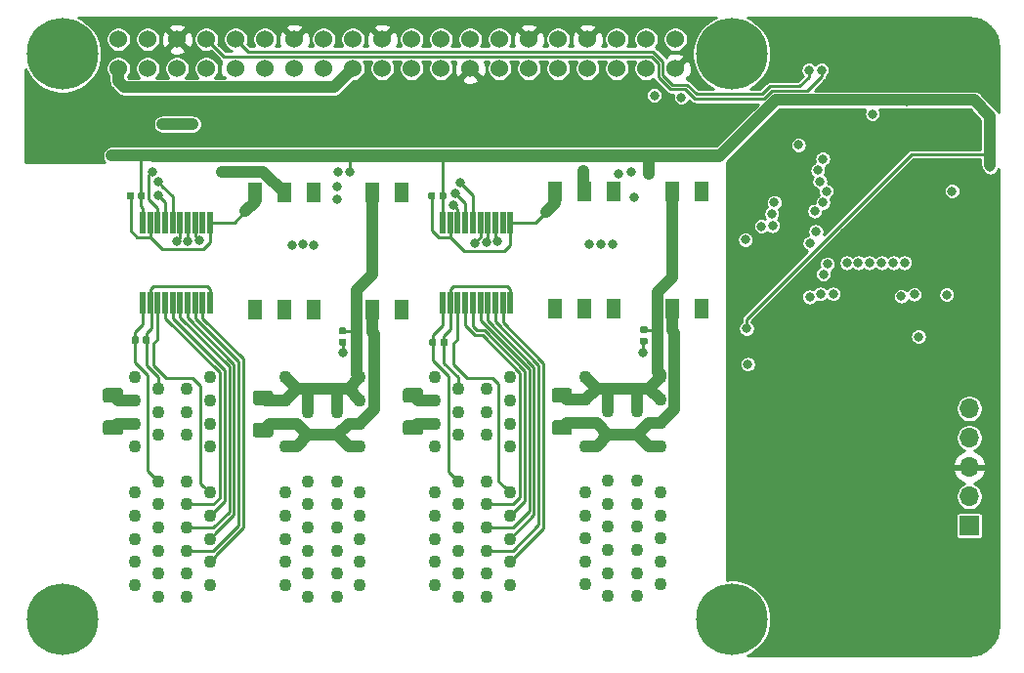
<source format=gbr>
G04 #@! TF.GenerationSoftware,KiCad,Pcbnew,(5.1.5)-3*
G04 #@! TF.CreationDate,2020-03-14T15:24:04+00:00*
G04 #@! TF.ProjectId,Hat,4861742e-6b69-4636-9164-5f7063625858,A*
G04 #@! TF.SameCoordinates,Original*
G04 #@! TF.FileFunction,Copper,L4,Bot*
G04 #@! TF.FilePolarity,Positive*
%FSLAX46Y46*%
G04 Gerber Fmt 4.6, Leading zero omitted, Abs format (unit mm)*
G04 Created by KiCad (PCBNEW (5.1.5)-3) date 2020-03-14 15:24:04*
%MOMM*%
%LPD*%
G04 APERTURE LIST*
%ADD10R,1.200000X1.800000*%
%ADD11C,1.100000*%
%ADD12C,6.200000*%
%ADD13C,1.524000*%
%ADD14R,0.480000X1.900000*%
%ADD15C,0.100000*%
%ADD16R,1.700000X1.700000*%
%ADD17O,1.700000X1.700000*%
%ADD18C,0.800000*%
%ADD19C,0.250000*%
%ADD20C,1.000000*%
%ADD21C,0.254000*%
G04 APERTURE END LIST*
D10*
X121180000Y-92680000D03*
X123720000Y-92680000D03*
X126260000Y-92680000D03*
X131340000Y-92680000D03*
X133880000Y-92680000D03*
X133880000Y-82520000D03*
X131340000Y-82520000D03*
X126260000Y-82520000D03*
X123720000Y-82520000D03*
X121180000Y-82520000D03*
X147180000Y-92580000D03*
X149720000Y-92580000D03*
X152260000Y-92580000D03*
X157340000Y-92580000D03*
X159880000Y-92580000D03*
X159880000Y-82420000D03*
X157340000Y-82420000D03*
X152260000Y-82420000D03*
X149720000Y-82420000D03*
X147180000Y-82420000D03*
D11*
X138810000Y-117540000D03*
X136810000Y-116540000D03*
X141310000Y-117540000D03*
X143310000Y-116540000D03*
X138810000Y-115540000D03*
X136810000Y-114540000D03*
X141310000Y-115540000D03*
X143310000Y-114540000D03*
X138810000Y-113540000D03*
X136810000Y-112540000D03*
X141310000Y-113540000D03*
X143310000Y-112540000D03*
X138810000Y-111540000D03*
X136810000Y-110540000D03*
X141310000Y-111540000D03*
X143310000Y-110540000D03*
X138810000Y-109540000D03*
X136810000Y-108540000D03*
X141310000Y-109540000D03*
X143310000Y-108540000D03*
X138810000Y-107540000D03*
X141310000Y-107540000D03*
X136810000Y-104540000D03*
X143310000Y-104540000D03*
X138810000Y-103540000D03*
X141310000Y-103540000D03*
X136810000Y-102540000D03*
X143310000Y-102540000D03*
X138810000Y-101540000D03*
X141310000Y-101540000D03*
X136810000Y-100540000D03*
X143310000Y-100540000D03*
X138810000Y-99540000D03*
X141310000Y-99540000D03*
X136810000Y-98540000D03*
X143310000Y-98540000D03*
X112810000Y-117540000D03*
X110810000Y-116540000D03*
X115310000Y-117540000D03*
X117310000Y-116540000D03*
X112810000Y-115540000D03*
X110810000Y-114540000D03*
X115310000Y-115540000D03*
X117310000Y-114540000D03*
X112810000Y-113540000D03*
X110810000Y-112540000D03*
X115310000Y-113540000D03*
X117310000Y-112540000D03*
X112810000Y-111540000D03*
X110810000Y-110540000D03*
X115310000Y-111540000D03*
X117310000Y-110540000D03*
X112810000Y-109540000D03*
X110810000Y-108540000D03*
X115310000Y-109540000D03*
X117310000Y-108540000D03*
X112810000Y-107540000D03*
X115310000Y-107540000D03*
X110810000Y-104540000D03*
X117310000Y-104540000D03*
X112810000Y-103540000D03*
X115310000Y-103540000D03*
X110810000Y-102540000D03*
X117310000Y-102540000D03*
X112810000Y-101540000D03*
X115310000Y-101540000D03*
X110810000Y-100540000D03*
X117310000Y-100540000D03*
X112810000Y-99540000D03*
X115310000Y-99540000D03*
X110810000Y-98540000D03*
X117310000Y-98540000D03*
X125810000Y-117540000D03*
X123810000Y-116540000D03*
X128310000Y-117540000D03*
X130310000Y-116540000D03*
X125810000Y-115540000D03*
X123810000Y-114540000D03*
X128310000Y-115540000D03*
X130310000Y-114540000D03*
X125810000Y-113540000D03*
X123810000Y-112540000D03*
X128310000Y-113540000D03*
X130310000Y-112540000D03*
X125810000Y-111540000D03*
X123810000Y-110540000D03*
X128310000Y-111540000D03*
X130310000Y-110540000D03*
X125810000Y-109540000D03*
X123810000Y-108540000D03*
X128310000Y-109540000D03*
X130310000Y-108540000D03*
X125810000Y-107540000D03*
X128310000Y-107540000D03*
X123810000Y-104540000D03*
X130310000Y-104540000D03*
X125810000Y-103540000D03*
X128310000Y-103540000D03*
X123810000Y-102540000D03*
X130310000Y-102540000D03*
X125810000Y-101540000D03*
X128310000Y-101540000D03*
X123810000Y-100540000D03*
X130310000Y-100540000D03*
X125810000Y-99540000D03*
X128310000Y-99540000D03*
X123810000Y-98540000D03*
X130310000Y-98540000D03*
X151810000Y-117500000D03*
X149810000Y-116500000D03*
X154310000Y-117500000D03*
X156310000Y-116500000D03*
X151810000Y-115500000D03*
X149810000Y-114500000D03*
X154310000Y-115500000D03*
X156310000Y-114500000D03*
X151810000Y-113500000D03*
X149810000Y-112500000D03*
X154310000Y-113500000D03*
X156310000Y-112500000D03*
X151810000Y-111500000D03*
X149810000Y-110500000D03*
X154310000Y-111500000D03*
X156310000Y-110500000D03*
X151810000Y-109500000D03*
X149810000Y-108500000D03*
X154310000Y-109500000D03*
X156310000Y-108500000D03*
X151810000Y-107500000D03*
X154310000Y-107500000D03*
X149810000Y-104500000D03*
X156310000Y-104500000D03*
X151810000Y-103500000D03*
X154310000Y-103500000D03*
X149810000Y-102500000D03*
X156310000Y-102500000D03*
X151810000Y-101500000D03*
X154310000Y-101500000D03*
X149810000Y-100500000D03*
X156310000Y-100500000D03*
X151810000Y-99500000D03*
X154310000Y-99500000D03*
X149810000Y-98500000D03*
X156310000Y-98500000D03*
D12*
X104500000Y-119500000D03*
X162500000Y-119500000D03*
X162500000Y-70500000D03*
X104500000Y-70500000D03*
D13*
X109370000Y-71770000D03*
X111910000Y-71770000D03*
X114450000Y-71770000D03*
X116990000Y-71770000D03*
X119530000Y-71770000D03*
X122070000Y-71770000D03*
X109370000Y-69230000D03*
X111910000Y-69230000D03*
X114450000Y-69230000D03*
X116990000Y-69230000D03*
X119530000Y-69230000D03*
X122070000Y-69230000D03*
X124610000Y-71770000D03*
X124610000Y-69230000D03*
X127150000Y-71770000D03*
X129690000Y-71770000D03*
X132230000Y-71770000D03*
X134770000Y-71770000D03*
X137310000Y-71770000D03*
X139850000Y-71770000D03*
X127150000Y-69230000D03*
X129690000Y-69230000D03*
X132230000Y-69230000D03*
X134770000Y-69230000D03*
X137310000Y-69230000D03*
X139850000Y-69230000D03*
X142390000Y-71770000D03*
X142390000Y-69230000D03*
X144930000Y-71770000D03*
X147470000Y-71770000D03*
X150010000Y-71770000D03*
X152550000Y-71770000D03*
X155090000Y-71770000D03*
X157630000Y-71770000D03*
X144930000Y-69230000D03*
X147470000Y-69230000D03*
X150010000Y-69230000D03*
X152550000Y-69230000D03*
X155090000Y-69230000D03*
X157630000Y-69230000D03*
D14*
X111475000Y-92105000D03*
X112125000Y-92105000D03*
X112775000Y-92105000D03*
X113425000Y-92105000D03*
X114075000Y-92105000D03*
X114725000Y-92105000D03*
X115375000Y-92105000D03*
X116025000Y-92105000D03*
X116675000Y-92105000D03*
X117325000Y-92105000D03*
X117325000Y-85095000D03*
X116675000Y-85095000D03*
X116025000Y-85095000D03*
X115375000Y-85095000D03*
X114725000Y-85095000D03*
X114075000Y-85095000D03*
X113425000Y-85095000D03*
X112775000Y-85095000D03*
X112125000Y-85095000D03*
X111475000Y-85095000D03*
X137475000Y-85095000D03*
X138125000Y-85095000D03*
X138775000Y-85095000D03*
X139425000Y-85095000D03*
X140075000Y-85095000D03*
X140725000Y-85095000D03*
X141375000Y-85095000D03*
X142025000Y-85095000D03*
X142675000Y-85095000D03*
X143325000Y-85095000D03*
X143325000Y-92105000D03*
X142675000Y-92105000D03*
X142025000Y-92105000D03*
X141375000Y-92105000D03*
X140725000Y-92105000D03*
X140075000Y-92105000D03*
X139425000Y-92105000D03*
X138775000Y-92105000D03*
X138125000Y-92105000D03*
X137475000Y-92105000D03*
G04 #@! TA.AperFunction,SMDPad,CuDef*
D15*
G36*
X110576958Y-82480710D02*
G01*
X110591276Y-82482834D01*
X110605317Y-82486351D01*
X110618946Y-82491228D01*
X110632031Y-82497417D01*
X110644447Y-82504858D01*
X110656073Y-82513481D01*
X110666798Y-82523202D01*
X110676519Y-82533927D01*
X110685142Y-82545553D01*
X110692583Y-82557969D01*
X110698772Y-82571054D01*
X110703649Y-82584683D01*
X110707166Y-82598724D01*
X110709290Y-82613042D01*
X110710000Y-82627500D01*
X110710000Y-82972500D01*
X110709290Y-82986958D01*
X110707166Y-83001276D01*
X110703649Y-83015317D01*
X110698772Y-83028946D01*
X110692583Y-83042031D01*
X110685142Y-83054447D01*
X110676519Y-83066073D01*
X110666798Y-83076798D01*
X110656073Y-83086519D01*
X110644447Y-83095142D01*
X110632031Y-83102583D01*
X110618946Y-83108772D01*
X110605317Y-83113649D01*
X110591276Y-83117166D01*
X110576958Y-83119290D01*
X110562500Y-83120000D01*
X110267500Y-83120000D01*
X110253042Y-83119290D01*
X110238724Y-83117166D01*
X110224683Y-83113649D01*
X110211054Y-83108772D01*
X110197969Y-83102583D01*
X110185553Y-83095142D01*
X110173927Y-83086519D01*
X110163202Y-83076798D01*
X110153481Y-83066073D01*
X110144858Y-83054447D01*
X110137417Y-83042031D01*
X110131228Y-83028946D01*
X110126351Y-83015317D01*
X110122834Y-83001276D01*
X110120710Y-82986958D01*
X110120000Y-82972500D01*
X110120000Y-82627500D01*
X110120710Y-82613042D01*
X110122834Y-82598724D01*
X110126351Y-82584683D01*
X110131228Y-82571054D01*
X110137417Y-82557969D01*
X110144858Y-82545553D01*
X110153481Y-82533927D01*
X110163202Y-82523202D01*
X110173927Y-82513481D01*
X110185553Y-82504858D01*
X110197969Y-82497417D01*
X110211054Y-82491228D01*
X110224683Y-82486351D01*
X110238724Y-82482834D01*
X110253042Y-82480710D01*
X110267500Y-82480000D01*
X110562500Y-82480000D01*
X110576958Y-82480710D01*
G37*
G04 #@! TD.AperFunction*
G04 #@! TA.AperFunction,SMDPad,CuDef*
G36*
X111546958Y-82480710D02*
G01*
X111561276Y-82482834D01*
X111575317Y-82486351D01*
X111588946Y-82491228D01*
X111602031Y-82497417D01*
X111614447Y-82504858D01*
X111626073Y-82513481D01*
X111636798Y-82523202D01*
X111646519Y-82533927D01*
X111655142Y-82545553D01*
X111662583Y-82557969D01*
X111668772Y-82571054D01*
X111673649Y-82584683D01*
X111677166Y-82598724D01*
X111679290Y-82613042D01*
X111680000Y-82627500D01*
X111680000Y-82972500D01*
X111679290Y-82986958D01*
X111677166Y-83001276D01*
X111673649Y-83015317D01*
X111668772Y-83028946D01*
X111662583Y-83042031D01*
X111655142Y-83054447D01*
X111646519Y-83066073D01*
X111636798Y-83076798D01*
X111626073Y-83086519D01*
X111614447Y-83095142D01*
X111602031Y-83102583D01*
X111588946Y-83108772D01*
X111575317Y-83113649D01*
X111561276Y-83117166D01*
X111546958Y-83119290D01*
X111532500Y-83120000D01*
X111237500Y-83120000D01*
X111223042Y-83119290D01*
X111208724Y-83117166D01*
X111194683Y-83113649D01*
X111181054Y-83108772D01*
X111167969Y-83102583D01*
X111155553Y-83095142D01*
X111143927Y-83086519D01*
X111133202Y-83076798D01*
X111123481Y-83066073D01*
X111114858Y-83054447D01*
X111107417Y-83042031D01*
X111101228Y-83028946D01*
X111096351Y-83015317D01*
X111092834Y-83001276D01*
X111090710Y-82986958D01*
X111090000Y-82972500D01*
X111090000Y-82627500D01*
X111090710Y-82613042D01*
X111092834Y-82598724D01*
X111096351Y-82584683D01*
X111101228Y-82571054D01*
X111107417Y-82557969D01*
X111114858Y-82545553D01*
X111123481Y-82533927D01*
X111133202Y-82523202D01*
X111143927Y-82513481D01*
X111155553Y-82504858D01*
X111167969Y-82497417D01*
X111181054Y-82491228D01*
X111194683Y-82486351D01*
X111208724Y-82482834D01*
X111223042Y-82480710D01*
X111237500Y-82480000D01*
X111532500Y-82480000D01*
X111546958Y-82480710D01*
G37*
G04 #@! TD.AperFunction*
G04 #@! TA.AperFunction,SMDPad,CuDef*
G36*
X137646958Y-82480710D02*
G01*
X137661276Y-82482834D01*
X137675317Y-82486351D01*
X137688946Y-82491228D01*
X137702031Y-82497417D01*
X137714447Y-82504858D01*
X137726073Y-82513481D01*
X137736798Y-82523202D01*
X137746519Y-82533927D01*
X137755142Y-82545553D01*
X137762583Y-82557969D01*
X137768772Y-82571054D01*
X137773649Y-82584683D01*
X137777166Y-82598724D01*
X137779290Y-82613042D01*
X137780000Y-82627500D01*
X137780000Y-82972500D01*
X137779290Y-82986958D01*
X137777166Y-83001276D01*
X137773649Y-83015317D01*
X137768772Y-83028946D01*
X137762583Y-83042031D01*
X137755142Y-83054447D01*
X137746519Y-83066073D01*
X137736798Y-83076798D01*
X137726073Y-83086519D01*
X137714447Y-83095142D01*
X137702031Y-83102583D01*
X137688946Y-83108772D01*
X137675317Y-83113649D01*
X137661276Y-83117166D01*
X137646958Y-83119290D01*
X137632500Y-83120000D01*
X137337500Y-83120000D01*
X137323042Y-83119290D01*
X137308724Y-83117166D01*
X137294683Y-83113649D01*
X137281054Y-83108772D01*
X137267969Y-83102583D01*
X137255553Y-83095142D01*
X137243927Y-83086519D01*
X137233202Y-83076798D01*
X137223481Y-83066073D01*
X137214858Y-83054447D01*
X137207417Y-83042031D01*
X137201228Y-83028946D01*
X137196351Y-83015317D01*
X137192834Y-83001276D01*
X137190710Y-82986958D01*
X137190000Y-82972500D01*
X137190000Y-82627500D01*
X137190710Y-82613042D01*
X137192834Y-82598724D01*
X137196351Y-82584683D01*
X137201228Y-82571054D01*
X137207417Y-82557969D01*
X137214858Y-82545553D01*
X137223481Y-82533927D01*
X137233202Y-82523202D01*
X137243927Y-82513481D01*
X137255553Y-82504858D01*
X137267969Y-82497417D01*
X137281054Y-82491228D01*
X137294683Y-82486351D01*
X137308724Y-82482834D01*
X137323042Y-82480710D01*
X137337500Y-82480000D01*
X137632500Y-82480000D01*
X137646958Y-82480710D01*
G37*
G04 #@! TD.AperFunction*
G04 #@! TA.AperFunction,SMDPad,CuDef*
G36*
X136676958Y-82480710D02*
G01*
X136691276Y-82482834D01*
X136705317Y-82486351D01*
X136718946Y-82491228D01*
X136732031Y-82497417D01*
X136744447Y-82504858D01*
X136756073Y-82513481D01*
X136766798Y-82523202D01*
X136776519Y-82533927D01*
X136785142Y-82545553D01*
X136792583Y-82557969D01*
X136798772Y-82571054D01*
X136803649Y-82584683D01*
X136807166Y-82598724D01*
X136809290Y-82613042D01*
X136810000Y-82627500D01*
X136810000Y-82972500D01*
X136809290Y-82986958D01*
X136807166Y-83001276D01*
X136803649Y-83015317D01*
X136798772Y-83028946D01*
X136792583Y-83042031D01*
X136785142Y-83054447D01*
X136776519Y-83066073D01*
X136766798Y-83076798D01*
X136756073Y-83086519D01*
X136744447Y-83095142D01*
X136732031Y-83102583D01*
X136718946Y-83108772D01*
X136705317Y-83113649D01*
X136691276Y-83117166D01*
X136676958Y-83119290D01*
X136662500Y-83120000D01*
X136367500Y-83120000D01*
X136353042Y-83119290D01*
X136338724Y-83117166D01*
X136324683Y-83113649D01*
X136311054Y-83108772D01*
X136297969Y-83102583D01*
X136285553Y-83095142D01*
X136273927Y-83086519D01*
X136263202Y-83076798D01*
X136253481Y-83066073D01*
X136244858Y-83054447D01*
X136237417Y-83042031D01*
X136231228Y-83028946D01*
X136226351Y-83015317D01*
X136222834Y-83001276D01*
X136220710Y-82986958D01*
X136220000Y-82972500D01*
X136220000Y-82627500D01*
X136220710Y-82613042D01*
X136222834Y-82598724D01*
X136226351Y-82584683D01*
X136231228Y-82571054D01*
X136237417Y-82557969D01*
X136244858Y-82545553D01*
X136253481Y-82533927D01*
X136263202Y-82523202D01*
X136273927Y-82513481D01*
X136285553Y-82504858D01*
X136297969Y-82497417D01*
X136311054Y-82491228D01*
X136324683Y-82486351D01*
X136338724Y-82482834D01*
X136353042Y-82480710D01*
X136367500Y-82480000D01*
X136662500Y-82480000D01*
X136676958Y-82480710D01*
G37*
G04 #@! TD.AperFunction*
G04 #@! TA.AperFunction,SMDPad,CuDef*
G36*
X111946958Y-94980710D02*
G01*
X111961276Y-94982834D01*
X111975317Y-94986351D01*
X111988946Y-94991228D01*
X112002031Y-94997417D01*
X112014447Y-95004858D01*
X112026073Y-95013481D01*
X112036798Y-95023202D01*
X112046519Y-95033927D01*
X112055142Y-95045553D01*
X112062583Y-95057969D01*
X112068772Y-95071054D01*
X112073649Y-95084683D01*
X112077166Y-95098724D01*
X112079290Y-95113042D01*
X112080000Y-95127500D01*
X112080000Y-95472500D01*
X112079290Y-95486958D01*
X112077166Y-95501276D01*
X112073649Y-95515317D01*
X112068772Y-95528946D01*
X112062583Y-95542031D01*
X112055142Y-95554447D01*
X112046519Y-95566073D01*
X112036798Y-95576798D01*
X112026073Y-95586519D01*
X112014447Y-95595142D01*
X112002031Y-95602583D01*
X111988946Y-95608772D01*
X111975317Y-95613649D01*
X111961276Y-95617166D01*
X111946958Y-95619290D01*
X111932500Y-95620000D01*
X111637500Y-95620000D01*
X111623042Y-95619290D01*
X111608724Y-95617166D01*
X111594683Y-95613649D01*
X111581054Y-95608772D01*
X111567969Y-95602583D01*
X111555553Y-95595142D01*
X111543927Y-95586519D01*
X111533202Y-95576798D01*
X111523481Y-95566073D01*
X111514858Y-95554447D01*
X111507417Y-95542031D01*
X111501228Y-95528946D01*
X111496351Y-95515317D01*
X111492834Y-95501276D01*
X111490710Y-95486958D01*
X111490000Y-95472500D01*
X111490000Y-95127500D01*
X111490710Y-95113042D01*
X111492834Y-95098724D01*
X111496351Y-95084683D01*
X111501228Y-95071054D01*
X111507417Y-95057969D01*
X111514858Y-95045553D01*
X111523481Y-95033927D01*
X111533202Y-95023202D01*
X111543927Y-95013481D01*
X111555553Y-95004858D01*
X111567969Y-94997417D01*
X111581054Y-94991228D01*
X111594683Y-94986351D01*
X111608724Y-94982834D01*
X111623042Y-94980710D01*
X111637500Y-94980000D01*
X111932500Y-94980000D01*
X111946958Y-94980710D01*
G37*
G04 #@! TD.AperFunction*
G04 #@! TA.AperFunction,SMDPad,CuDef*
G36*
X110976958Y-94980710D02*
G01*
X110991276Y-94982834D01*
X111005317Y-94986351D01*
X111018946Y-94991228D01*
X111032031Y-94997417D01*
X111044447Y-95004858D01*
X111056073Y-95013481D01*
X111066798Y-95023202D01*
X111076519Y-95033927D01*
X111085142Y-95045553D01*
X111092583Y-95057969D01*
X111098772Y-95071054D01*
X111103649Y-95084683D01*
X111107166Y-95098724D01*
X111109290Y-95113042D01*
X111110000Y-95127500D01*
X111110000Y-95472500D01*
X111109290Y-95486958D01*
X111107166Y-95501276D01*
X111103649Y-95515317D01*
X111098772Y-95528946D01*
X111092583Y-95542031D01*
X111085142Y-95554447D01*
X111076519Y-95566073D01*
X111066798Y-95576798D01*
X111056073Y-95586519D01*
X111044447Y-95595142D01*
X111032031Y-95602583D01*
X111018946Y-95608772D01*
X111005317Y-95613649D01*
X110991276Y-95617166D01*
X110976958Y-95619290D01*
X110962500Y-95620000D01*
X110667500Y-95620000D01*
X110653042Y-95619290D01*
X110638724Y-95617166D01*
X110624683Y-95613649D01*
X110611054Y-95608772D01*
X110597969Y-95602583D01*
X110585553Y-95595142D01*
X110573927Y-95586519D01*
X110563202Y-95576798D01*
X110553481Y-95566073D01*
X110544858Y-95554447D01*
X110537417Y-95542031D01*
X110531228Y-95528946D01*
X110526351Y-95515317D01*
X110522834Y-95501276D01*
X110520710Y-95486958D01*
X110520000Y-95472500D01*
X110520000Y-95127500D01*
X110520710Y-95113042D01*
X110522834Y-95098724D01*
X110526351Y-95084683D01*
X110531228Y-95071054D01*
X110537417Y-95057969D01*
X110544858Y-95045553D01*
X110553481Y-95033927D01*
X110563202Y-95023202D01*
X110573927Y-95013481D01*
X110585553Y-95004858D01*
X110597969Y-94997417D01*
X110611054Y-94991228D01*
X110624683Y-94986351D01*
X110638724Y-94982834D01*
X110653042Y-94980710D01*
X110667500Y-94980000D01*
X110962500Y-94980000D01*
X110976958Y-94980710D01*
G37*
G04 #@! TD.AperFunction*
G04 #@! TA.AperFunction,SMDPad,CuDef*
G36*
X128986958Y-94220710D02*
G01*
X129001276Y-94222834D01*
X129015317Y-94226351D01*
X129028946Y-94231228D01*
X129042031Y-94237417D01*
X129054447Y-94244858D01*
X129066073Y-94253481D01*
X129076798Y-94263202D01*
X129086519Y-94273927D01*
X129095142Y-94285553D01*
X129102583Y-94297969D01*
X129108772Y-94311054D01*
X129113649Y-94324683D01*
X129117166Y-94338724D01*
X129119290Y-94353042D01*
X129120000Y-94367500D01*
X129120000Y-94662500D01*
X129119290Y-94676958D01*
X129117166Y-94691276D01*
X129113649Y-94705317D01*
X129108772Y-94718946D01*
X129102583Y-94732031D01*
X129095142Y-94744447D01*
X129086519Y-94756073D01*
X129076798Y-94766798D01*
X129066073Y-94776519D01*
X129054447Y-94785142D01*
X129042031Y-94792583D01*
X129028946Y-94798772D01*
X129015317Y-94803649D01*
X129001276Y-94807166D01*
X128986958Y-94809290D01*
X128972500Y-94810000D01*
X128627500Y-94810000D01*
X128613042Y-94809290D01*
X128598724Y-94807166D01*
X128584683Y-94803649D01*
X128571054Y-94798772D01*
X128557969Y-94792583D01*
X128545553Y-94785142D01*
X128533927Y-94776519D01*
X128523202Y-94766798D01*
X128513481Y-94756073D01*
X128504858Y-94744447D01*
X128497417Y-94732031D01*
X128491228Y-94718946D01*
X128486351Y-94705317D01*
X128482834Y-94691276D01*
X128480710Y-94676958D01*
X128480000Y-94662500D01*
X128480000Y-94367500D01*
X128480710Y-94353042D01*
X128482834Y-94338724D01*
X128486351Y-94324683D01*
X128491228Y-94311054D01*
X128497417Y-94297969D01*
X128504858Y-94285553D01*
X128513481Y-94273927D01*
X128523202Y-94263202D01*
X128533927Y-94253481D01*
X128545553Y-94244858D01*
X128557969Y-94237417D01*
X128571054Y-94231228D01*
X128584683Y-94226351D01*
X128598724Y-94222834D01*
X128613042Y-94220710D01*
X128627500Y-94220000D01*
X128972500Y-94220000D01*
X128986958Y-94220710D01*
G37*
G04 #@! TD.AperFunction*
G04 #@! TA.AperFunction,SMDPad,CuDef*
G36*
X128986958Y-95190710D02*
G01*
X129001276Y-95192834D01*
X129015317Y-95196351D01*
X129028946Y-95201228D01*
X129042031Y-95207417D01*
X129054447Y-95214858D01*
X129066073Y-95223481D01*
X129076798Y-95233202D01*
X129086519Y-95243927D01*
X129095142Y-95255553D01*
X129102583Y-95267969D01*
X129108772Y-95281054D01*
X129113649Y-95294683D01*
X129117166Y-95308724D01*
X129119290Y-95323042D01*
X129120000Y-95337500D01*
X129120000Y-95632500D01*
X129119290Y-95646958D01*
X129117166Y-95661276D01*
X129113649Y-95675317D01*
X129108772Y-95688946D01*
X129102583Y-95702031D01*
X129095142Y-95714447D01*
X129086519Y-95726073D01*
X129076798Y-95736798D01*
X129066073Y-95746519D01*
X129054447Y-95755142D01*
X129042031Y-95762583D01*
X129028946Y-95768772D01*
X129015317Y-95773649D01*
X129001276Y-95777166D01*
X128986958Y-95779290D01*
X128972500Y-95780000D01*
X128627500Y-95780000D01*
X128613042Y-95779290D01*
X128598724Y-95777166D01*
X128584683Y-95773649D01*
X128571054Y-95768772D01*
X128557969Y-95762583D01*
X128545553Y-95755142D01*
X128533927Y-95746519D01*
X128523202Y-95736798D01*
X128513481Y-95726073D01*
X128504858Y-95714447D01*
X128497417Y-95702031D01*
X128491228Y-95688946D01*
X128486351Y-95675317D01*
X128482834Y-95661276D01*
X128480710Y-95646958D01*
X128480000Y-95632500D01*
X128480000Y-95337500D01*
X128480710Y-95323042D01*
X128482834Y-95308724D01*
X128486351Y-95294683D01*
X128491228Y-95281054D01*
X128497417Y-95267969D01*
X128504858Y-95255553D01*
X128513481Y-95243927D01*
X128523202Y-95233202D01*
X128533927Y-95223481D01*
X128545553Y-95214858D01*
X128557969Y-95207417D01*
X128571054Y-95201228D01*
X128584683Y-95196351D01*
X128598724Y-95192834D01*
X128613042Y-95190710D01*
X128627500Y-95190000D01*
X128972500Y-95190000D01*
X128986958Y-95190710D01*
G37*
G04 #@! TD.AperFunction*
G04 #@! TA.AperFunction,SMDPad,CuDef*
G36*
X136776958Y-95180710D02*
G01*
X136791276Y-95182834D01*
X136805317Y-95186351D01*
X136818946Y-95191228D01*
X136832031Y-95197417D01*
X136844447Y-95204858D01*
X136856073Y-95213481D01*
X136866798Y-95223202D01*
X136876519Y-95233927D01*
X136885142Y-95245553D01*
X136892583Y-95257969D01*
X136898772Y-95271054D01*
X136903649Y-95284683D01*
X136907166Y-95298724D01*
X136909290Y-95313042D01*
X136910000Y-95327500D01*
X136910000Y-95672500D01*
X136909290Y-95686958D01*
X136907166Y-95701276D01*
X136903649Y-95715317D01*
X136898772Y-95728946D01*
X136892583Y-95742031D01*
X136885142Y-95754447D01*
X136876519Y-95766073D01*
X136866798Y-95776798D01*
X136856073Y-95786519D01*
X136844447Y-95795142D01*
X136832031Y-95802583D01*
X136818946Y-95808772D01*
X136805317Y-95813649D01*
X136791276Y-95817166D01*
X136776958Y-95819290D01*
X136762500Y-95820000D01*
X136467500Y-95820000D01*
X136453042Y-95819290D01*
X136438724Y-95817166D01*
X136424683Y-95813649D01*
X136411054Y-95808772D01*
X136397969Y-95802583D01*
X136385553Y-95795142D01*
X136373927Y-95786519D01*
X136363202Y-95776798D01*
X136353481Y-95766073D01*
X136344858Y-95754447D01*
X136337417Y-95742031D01*
X136331228Y-95728946D01*
X136326351Y-95715317D01*
X136322834Y-95701276D01*
X136320710Y-95686958D01*
X136320000Y-95672500D01*
X136320000Y-95327500D01*
X136320710Y-95313042D01*
X136322834Y-95298724D01*
X136326351Y-95284683D01*
X136331228Y-95271054D01*
X136337417Y-95257969D01*
X136344858Y-95245553D01*
X136353481Y-95233927D01*
X136363202Y-95223202D01*
X136373927Y-95213481D01*
X136385553Y-95204858D01*
X136397969Y-95197417D01*
X136411054Y-95191228D01*
X136424683Y-95186351D01*
X136438724Y-95182834D01*
X136453042Y-95180710D01*
X136467500Y-95180000D01*
X136762500Y-95180000D01*
X136776958Y-95180710D01*
G37*
G04 #@! TD.AperFunction*
G04 #@! TA.AperFunction,SMDPad,CuDef*
G36*
X137746958Y-95180710D02*
G01*
X137761276Y-95182834D01*
X137775317Y-95186351D01*
X137788946Y-95191228D01*
X137802031Y-95197417D01*
X137814447Y-95204858D01*
X137826073Y-95213481D01*
X137836798Y-95223202D01*
X137846519Y-95233927D01*
X137855142Y-95245553D01*
X137862583Y-95257969D01*
X137868772Y-95271054D01*
X137873649Y-95284683D01*
X137877166Y-95298724D01*
X137879290Y-95313042D01*
X137880000Y-95327500D01*
X137880000Y-95672500D01*
X137879290Y-95686958D01*
X137877166Y-95701276D01*
X137873649Y-95715317D01*
X137868772Y-95728946D01*
X137862583Y-95742031D01*
X137855142Y-95754447D01*
X137846519Y-95766073D01*
X137836798Y-95776798D01*
X137826073Y-95786519D01*
X137814447Y-95795142D01*
X137802031Y-95802583D01*
X137788946Y-95808772D01*
X137775317Y-95813649D01*
X137761276Y-95817166D01*
X137746958Y-95819290D01*
X137732500Y-95820000D01*
X137437500Y-95820000D01*
X137423042Y-95819290D01*
X137408724Y-95817166D01*
X137394683Y-95813649D01*
X137381054Y-95808772D01*
X137367969Y-95802583D01*
X137355553Y-95795142D01*
X137343927Y-95786519D01*
X137333202Y-95776798D01*
X137323481Y-95766073D01*
X137314858Y-95754447D01*
X137307417Y-95742031D01*
X137301228Y-95728946D01*
X137296351Y-95715317D01*
X137292834Y-95701276D01*
X137290710Y-95686958D01*
X137290000Y-95672500D01*
X137290000Y-95327500D01*
X137290710Y-95313042D01*
X137292834Y-95298724D01*
X137296351Y-95284683D01*
X137301228Y-95271054D01*
X137307417Y-95257969D01*
X137314858Y-95245553D01*
X137323481Y-95233927D01*
X137333202Y-95223202D01*
X137343927Y-95213481D01*
X137355553Y-95204858D01*
X137367969Y-95197417D01*
X137381054Y-95191228D01*
X137394683Y-95186351D01*
X137408724Y-95182834D01*
X137423042Y-95180710D01*
X137437500Y-95180000D01*
X137732500Y-95180000D01*
X137746958Y-95180710D01*
G37*
G04 #@! TD.AperFunction*
G04 #@! TA.AperFunction,SMDPad,CuDef*
G36*
X155086958Y-95090710D02*
G01*
X155101276Y-95092834D01*
X155115317Y-95096351D01*
X155128946Y-95101228D01*
X155142031Y-95107417D01*
X155154447Y-95114858D01*
X155166073Y-95123481D01*
X155176798Y-95133202D01*
X155186519Y-95143927D01*
X155195142Y-95155553D01*
X155202583Y-95167969D01*
X155208772Y-95181054D01*
X155213649Y-95194683D01*
X155217166Y-95208724D01*
X155219290Y-95223042D01*
X155220000Y-95237500D01*
X155220000Y-95532500D01*
X155219290Y-95546958D01*
X155217166Y-95561276D01*
X155213649Y-95575317D01*
X155208772Y-95588946D01*
X155202583Y-95602031D01*
X155195142Y-95614447D01*
X155186519Y-95626073D01*
X155176798Y-95636798D01*
X155166073Y-95646519D01*
X155154447Y-95655142D01*
X155142031Y-95662583D01*
X155128946Y-95668772D01*
X155115317Y-95673649D01*
X155101276Y-95677166D01*
X155086958Y-95679290D01*
X155072500Y-95680000D01*
X154727500Y-95680000D01*
X154713042Y-95679290D01*
X154698724Y-95677166D01*
X154684683Y-95673649D01*
X154671054Y-95668772D01*
X154657969Y-95662583D01*
X154645553Y-95655142D01*
X154633927Y-95646519D01*
X154623202Y-95636798D01*
X154613481Y-95626073D01*
X154604858Y-95614447D01*
X154597417Y-95602031D01*
X154591228Y-95588946D01*
X154586351Y-95575317D01*
X154582834Y-95561276D01*
X154580710Y-95546958D01*
X154580000Y-95532500D01*
X154580000Y-95237500D01*
X154580710Y-95223042D01*
X154582834Y-95208724D01*
X154586351Y-95194683D01*
X154591228Y-95181054D01*
X154597417Y-95167969D01*
X154604858Y-95155553D01*
X154613481Y-95143927D01*
X154623202Y-95133202D01*
X154633927Y-95123481D01*
X154645553Y-95114858D01*
X154657969Y-95107417D01*
X154671054Y-95101228D01*
X154684683Y-95096351D01*
X154698724Y-95092834D01*
X154713042Y-95090710D01*
X154727500Y-95090000D01*
X155072500Y-95090000D01*
X155086958Y-95090710D01*
G37*
G04 #@! TD.AperFunction*
G04 #@! TA.AperFunction,SMDPad,CuDef*
G36*
X155086958Y-94120710D02*
G01*
X155101276Y-94122834D01*
X155115317Y-94126351D01*
X155128946Y-94131228D01*
X155142031Y-94137417D01*
X155154447Y-94144858D01*
X155166073Y-94153481D01*
X155176798Y-94163202D01*
X155186519Y-94173927D01*
X155195142Y-94185553D01*
X155202583Y-94197969D01*
X155208772Y-94211054D01*
X155213649Y-94224683D01*
X155217166Y-94238724D01*
X155219290Y-94253042D01*
X155220000Y-94267500D01*
X155220000Y-94562500D01*
X155219290Y-94576958D01*
X155217166Y-94591276D01*
X155213649Y-94605317D01*
X155208772Y-94618946D01*
X155202583Y-94632031D01*
X155195142Y-94644447D01*
X155186519Y-94656073D01*
X155176798Y-94666798D01*
X155166073Y-94676519D01*
X155154447Y-94685142D01*
X155142031Y-94692583D01*
X155128946Y-94698772D01*
X155115317Y-94703649D01*
X155101276Y-94707166D01*
X155086958Y-94709290D01*
X155072500Y-94710000D01*
X154727500Y-94710000D01*
X154713042Y-94709290D01*
X154698724Y-94707166D01*
X154684683Y-94703649D01*
X154671054Y-94698772D01*
X154657969Y-94692583D01*
X154645553Y-94685142D01*
X154633927Y-94676519D01*
X154623202Y-94666798D01*
X154613481Y-94656073D01*
X154604858Y-94644447D01*
X154597417Y-94632031D01*
X154591228Y-94618946D01*
X154586351Y-94605317D01*
X154582834Y-94591276D01*
X154580710Y-94576958D01*
X154580000Y-94562500D01*
X154580000Y-94267500D01*
X154580710Y-94253042D01*
X154582834Y-94238724D01*
X154586351Y-94224683D01*
X154591228Y-94211054D01*
X154597417Y-94197969D01*
X154604858Y-94185553D01*
X154613481Y-94173927D01*
X154623202Y-94163202D01*
X154633927Y-94153481D01*
X154645553Y-94144858D01*
X154657969Y-94137417D01*
X154671054Y-94131228D01*
X154684683Y-94126351D01*
X154698724Y-94122834D01*
X154713042Y-94120710D01*
X154727500Y-94120000D01*
X155072500Y-94120000D01*
X155086958Y-94120710D01*
G37*
G04 #@! TD.AperFunction*
D16*
X183100000Y-111400000D03*
D17*
X183100000Y-108860000D03*
X183100000Y-106320000D03*
X183100000Y-103780000D03*
X183100000Y-101240000D03*
G04 #@! TA.AperFunction,SMDPad,CuDef*
D15*
G36*
X109549504Y-102276204D02*
G01*
X109573773Y-102279804D01*
X109597571Y-102285765D01*
X109620671Y-102294030D01*
X109642849Y-102304520D01*
X109663893Y-102317133D01*
X109683598Y-102331747D01*
X109701777Y-102348223D01*
X109718253Y-102366402D01*
X109732867Y-102386107D01*
X109745480Y-102407151D01*
X109755970Y-102429329D01*
X109764235Y-102452429D01*
X109770196Y-102476227D01*
X109773796Y-102500496D01*
X109775000Y-102525000D01*
X109775000Y-103275000D01*
X109773796Y-103299504D01*
X109770196Y-103323773D01*
X109764235Y-103347571D01*
X109755970Y-103370671D01*
X109745480Y-103392849D01*
X109732867Y-103413893D01*
X109718253Y-103433598D01*
X109701777Y-103451777D01*
X109683598Y-103468253D01*
X109663893Y-103482867D01*
X109642849Y-103495480D01*
X109620671Y-103505970D01*
X109597571Y-103514235D01*
X109573773Y-103520196D01*
X109549504Y-103523796D01*
X109525000Y-103525000D01*
X108275000Y-103525000D01*
X108250496Y-103523796D01*
X108226227Y-103520196D01*
X108202429Y-103514235D01*
X108179329Y-103505970D01*
X108157151Y-103495480D01*
X108136107Y-103482867D01*
X108116402Y-103468253D01*
X108098223Y-103451777D01*
X108081747Y-103433598D01*
X108067133Y-103413893D01*
X108054520Y-103392849D01*
X108044030Y-103370671D01*
X108035765Y-103347571D01*
X108029804Y-103323773D01*
X108026204Y-103299504D01*
X108025000Y-103275000D01*
X108025000Y-102525000D01*
X108026204Y-102500496D01*
X108029804Y-102476227D01*
X108035765Y-102452429D01*
X108044030Y-102429329D01*
X108054520Y-102407151D01*
X108067133Y-102386107D01*
X108081747Y-102366402D01*
X108098223Y-102348223D01*
X108116402Y-102331747D01*
X108136107Y-102317133D01*
X108157151Y-102304520D01*
X108179329Y-102294030D01*
X108202429Y-102285765D01*
X108226227Y-102279804D01*
X108250496Y-102276204D01*
X108275000Y-102275000D01*
X109525000Y-102275000D01*
X109549504Y-102276204D01*
G37*
G04 #@! TD.AperFunction*
G04 #@! TA.AperFunction,SMDPad,CuDef*
G36*
X109549504Y-99476204D02*
G01*
X109573773Y-99479804D01*
X109597571Y-99485765D01*
X109620671Y-99494030D01*
X109642849Y-99504520D01*
X109663893Y-99517133D01*
X109683598Y-99531747D01*
X109701777Y-99548223D01*
X109718253Y-99566402D01*
X109732867Y-99586107D01*
X109745480Y-99607151D01*
X109755970Y-99629329D01*
X109764235Y-99652429D01*
X109770196Y-99676227D01*
X109773796Y-99700496D01*
X109775000Y-99725000D01*
X109775000Y-100475000D01*
X109773796Y-100499504D01*
X109770196Y-100523773D01*
X109764235Y-100547571D01*
X109755970Y-100570671D01*
X109745480Y-100592849D01*
X109732867Y-100613893D01*
X109718253Y-100633598D01*
X109701777Y-100651777D01*
X109683598Y-100668253D01*
X109663893Y-100682867D01*
X109642849Y-100695480D01*
X109620671Y-100705970D01*
X109597571Y-100714235D01*
X109573773Y-100720196D01*
X109549504Y-100723796D01*
X109525000Y-100725000D01*
X108275000Y-100725000D01*
X108250496Y-100723796D01*
X108226227Y-100720196D01*
X108202429Y-100714235D01*
X108179329Y-100705970D01*
X108157151Y-100695480D01*
X108136107Y-100682867D01*
X108116402Y-100668253D01*
X108098223Y-100651777D01*
X108081747Y-100633598D01*
X108067133Y-100613893D01*
X108054520Y-100592849D01*
X108044030Y-100570671D01*
X108035765Y-100547571D01*
X108029804Y-100523773D01*
X108026204Y-100499504D01*
X108025000Y-100475000D01*
X108025000Y-99725000D01*
X108026204Y-99700496D01*
X108029804Y-99676227D01*
X108035765Y-99652429D01*
X108044030Y-99629329D01*
X108054520Y-99607151D01*
X108067133Y-99586107D01*
X108081747Y-99566402D01*
X108098223Y-99548223D01*
X108116402Y-99531747D01*
X108136107Y-99517133D01*
X108157151Y-99504520D01*
X108179329Y-99494030D01*
X108202429Y-99485765D01*
X108226227Y-99479804D01*
X108250496Y-99476204D01*
X108275000Y-99475000D01*
X109525000Y-99475000D01*
X109549504Y-99476204D01*
G37*
G04 #@! TD.AperFunction*
G04 #@! TA.AperFunction,SMDPad,CuDef*
G36*
X122549504Y-102476204D02*
G01*
X122573773Y-102479804D01*
X122597571Y-102485765D01*
X122620671Y-102494030D01*
X122642849Y-102504520D01*
X122663893Y-102517133D01*
X122683598Y-102531747D01*
X122701777Y-102548223D01*
X122718253Y-102566402D01*
X122732867Y-102586107D01*
X122745480Y-102607151D01*
X122755970Y-102629329D01*
X122764235Y-102652429D01*
X122770196Y-102676227D01*
X122773796Y-102700496D01*
X122775000Y-102725000D01*
X122775000Y-103475000D01*
X122773796Y-103499504D01*
X122770196Y-103523773D01*
X122764235Y-103547571D01*
X122755970Y-103570671D01*
X122745480Y-103592849D01*
X122732867Y-103613893D01*
X122718253Y-103633598D01*
X122701777Y-103651777D01*
X122683598Y-103668253D01*
X122663893Y-103682867D01*
X122642849Y-103695480D01*
X122620671Y-103705970D01*
X122597571Y-103714235D01*
X122573773Y-103720196D01*
X122549504Y-103723796D01*
X122525000Y-103725000D01*
X121275000Y-103725000D01*
X121250496Y-103723796D01*
X121226227Y-103720196D01*
X121202429Y-103714235D01*
X121179329Y-103705970D01*
X121157151Y-103695480D01*
X121136107Y-103682867D01*
X121116402Y-103668253D01*
X121098223Y-103651777D01*
X121081747Y-103633598D01*
X121067133Y-103613893D01*
X121054520Y-103592849D01*
X121044030Y-103570671D01*
X121035765Y-103547571D01*
X121029804Y-103523773D01*
X121026204Y-103499504D01*
X121025000Y-103475000D01*
X121025000Y-102725000D01*
X121026204Y-102700496D01*
X121029804Y-102676227D01*
X121035765Y-102652429D01*
X121044030Y-102629329D01*
X121054520Y-102607151D01*
X121067133Y-102586107D01*
X121081747Y-102566402D01*
X121098223Y-102548223D01*
X121116402Y-102531747D01*
X121136107Y-102517133D01*
X121157151Y-102504520D01*
X121179329Y-102494030D01*
X121202429Y-102485765D01*
X121226227Y-102479804D01*
X121250496Y-102476204D01*
X121275000Y-102475000D01*
X122525000Y-102475000D01*
X122549504Y-102476204D01*
G37*
G04 #@! TD.AperFunction*
G04 #@! TA.AperFunction,SMDPad,CuDef*
G36*
X122549504Y-99676204D02*
G01*
X122573773Y-99679804D01*
X122597571Y-99685765D01*
X122620671Y-99694030D01*
X122642849Y-99704520D01*
X122663893Y-99717133D01*
X122683598Y-99731747D01*
X122701777Y-99748223D01*
X122718253Y-99766402D01*
X122732867Y-99786107D01*
X122745480Y-99807151D01*
X122755970Y-99829329D01*
X122764235Y-99852429D01*
X122770196Y-99876227D01*
X122773796Y-99900496D01*
X122775000Y-99925000D01*
X122775000Y-100675000D01*
X122773796Y-100699504D01*
X122770196Y-100723773D01*
X122764235Y-100747571D01*
X122755970Y-100770671D01*
X122745480Y-100792849D01*
X122732867Y-100813893D01*
X122718253Y-100833598D01*
X122701777Y-100851777D01*
X122683598Y-100868253D01*
X122663893Y-100882867D01*
X122642849Y-100895480D01*
X122620671Y-100905970D01*
X122597571Y-100914235D01*
X122573773Y-100920196D01*
X122549504Y-100923796D01*
X122525000Y-100925000D01*
X121275000Y-100925000D01*
X121250496Y-100923796D01*
X121226227Y-100920196D01*
X121202429Y-100914235D01*
X121179329Y-100905970D01*
X121157151Y-100895480D01*
X121136107Y-100882867D01*
X121116402Y-100868253D01*
X121098223Y-100851777D01*
X121081747Y-100833598D01*
X121067133Y-100813893D01*
X121054520Y-100792849D01*
X121044030Y-100770671D01*
X121035765Y-100747571D01*
X121029804Y-100723773D01*
X121026204Y-100699504D01*
X121025000Y-100675000D01*
X121025000Y-99925000D01*
X121026204Y-99900496D01*
X121029804Y-99876227D01*
X121035765Y-99852429D01*
X121044030Y-99829329D01*
X121054520Y-99807151D01*
X121067133Y-99786107D01*
X121081747Y-99766402D01*
X121098223Y-99748223D01*
X121116402Y-99731747D01*
X121136107Y-99717133D01*
X121157151Y-99704520D01*
X121179329Y-99694030D01*
X121202429Y-99685765D01*
X121226227Y-99679804D01*
X121250496Y-99676204D01*
X121275000Y-99675000D01*
X122525000Y-99675000D01*
X122549504Y-99676204D01*
G37*
G04 #@! TD.AperFunction*
G04 #@! TA.AperFunction,SMDPad,CuDef*
G36*
X135549504Y-102276204D02*
G01*
X135573773Y-102279804D01*
X135597571Y-102285765D01*
X135620671Y-102294030D01*
X135642849Y-102304520D01*
X135663893Y-102317133D01*
X135683598Y-102331747D01*
X135701777Y-102348223D01*
X135718253Y-102366402D01*
X135732867Y-102386107D01*
X135745480Y-102407151D01*
X135755970Y-102429329D01*
X135764235Y-102452429D01*
X135770196Y-102476227D01*
X135773796Y-102500496D01*
X135775000Y-102525000D01*
X135775000Y-103275000D01*
X135773796Y-103299504D01*
X135770196Y-103323773D01*
X135764235Y-103347571D01*
X135755970Y-103370671D01*
X135745480Y-103392849D01*
X135732867Y-103413893D01*
X135718253Y-103433598D01*
X135701777Y-103451777D01*
X135683598Y-103468253D01*
X135663893Y-103482867D01*
X135642849Y-103495480D01*
X135620671Y-103505970D01*
X135597571Y-103514235D01*
X135573773Y-103520196D01*
X135549504Y-103523796D01*
X135525000Y-103525000D01*
X134275000Y-103525000D01*
X134250496Y-103523796D01*
X134226227Y-103520196D01*
X134202429Y-103514235D01*
X134179329Y-103505970D01*
X134157151Y-103495480D01*
X134136107Y-103482867D01*
X134116402Y-103468253D01*
X134098223Y-103451777D01*
X134081747Y-103433598D01*
X134067133Y-103413893D01*
X134054520Y-103392849D01*
X134044030Y-103370671D01*
X134035765Y-103347571D01*
X134029804Y-103323773D01*
X134026204Y-103299504D01*
X134025000Y-103275000D01*
X134025000Y-102525000D01*
X134026204Y-102500496D01*
X134029804Y-102476227D01*
X134035765Y-102452429D01*
X134044030Y-102429329D01*
X134054520Y-102407151D01*
X134067133Y-102386107D01*
X134081747Y-102366402D01*
X134098223Y-102348223D01*
X134116402Y-102331747D01*
X134136107Y-102317133D01*
X134157151Y-102304520D01*
X134179329Y-102294030D01*
X134202429Y-102285765D01*
X134226227Y-102279804D01*
X134250496Y-102276204D01*
X134275000Y-102275000D01*
X135525000Y-102275000D01*
X135549504Y-102276204D01*
G37*
G04 #@! TD.AperFunction*
G04 #@! TA.AperFunction,SMDPad,CuDef*
G36*
X135549504Y-99476204D02*
G01*
X135573773Y-99479804D01*
X135597571Y-99485765D01*
X135620671Y-99494030D01*
X135642849Y-99504520D01*
X135663893Y-99517133D01*
X135683598Y-99531747D01*
X135701777Y-99548223D01*
X135718253Y-99566402D01*
X135732867Y-99586107D01*
X135745480Y-99607151D01*
X135755970Y-99629329D01*
X135764235Y-99652429D01*
X135770196Y-99676227D01*
X135773796Y-99700496D01*
X135775000Y-99725000D01*
X135775000Y-100475000D01*
X135773796Y-100499504D01*
X135770196Y-100523773D01*
X135764235Y-100547571D01*
X135755970Y-100570671D01*
X135745480Y-100592849D01*
X135732867Y-100613893D01*
X135718253Y-100633598D01*
X135701777Y-100651777D01*
X135683598Y-100668253D01*
X135663893Y-100682867D01*
X135642849Y-100695480D01*
X135620671Y-100705970D01*
X135597571Y-100714235D01*
X135573773Y-100720196D01*
X135549504Y-100723796D01*
X135525000Y-100725000D01*
X134275000Y-100725000D01*
X134250496Y-100723796D01*
X134226227Y-100720196D01*
X134202429Y-100714235D01*
X134179329Y-100705970D01*
X134157151Y-100695480D01*
X134136107Y-100682867D01*
X134116402Y-100668253D01*
X134098223Y-100651777D01*
X134081747Y-100633598D01*
X134067133Y-100613893D01*
X134054520Y-100592849D01*
X134044030Y-100570671D01*
X134035765Y-100547571D01*
X134029804Y-100523773D01*
X134026204Y-100499504D01*
X134025000Y-100475000D01*
X134025000Y-99725000D01*
X134026204Y-99700496D01*
X134029804Y-99676227D01*
X134035765Y-99652429D01*
X134044030Y-99629329D01*
X134054520Y-99607151D01*
X134067133Y-99586107D01*
X134081747Y-99566402D01*
X134098223Y-99548223D01*
X134116402Y-99531747D01*
X134136107Y-99517133D01*
X134157151Y-99504520D01*
X134179329Y-99494030D01*
X134202429Y-99485765D01*
X134226227Y-99479804D01*
X134250496Y-99476204D01*
X134275000Y-99475000D01*
X135525000Y-99475000D01*
X135549504Y-99476204D01*
G37*
G04 #@! TD.AperFunction*
G04 #@! TA.AperFunction,SMDPad,CuDef*
G36*
X148449504Y-99476204D02*
G01*
X148473773Y-99479804D01*
X148497571Y-99485765D01*
X148520671Y-99494030D01*
X148542849Y-99504520D01*
X148563893Y-99517133D01*
X148583598Y-99531747D01*
X148601777Y-99548223D01*
X148618253Y-99566402D01*
X148632867Y-99586107D01*
X148645480Y-99607151D01*
X148655970Y-99629329D01*
X148664235Y-99652429D01*
X148670196Y-99676227D01*
X148673796Y-99700496D01*
X148675000Y-99725000D01*
X148675000Y-100475000D01*
X148673796Y-100499504D01*
X148670196Y-100523773D01*
X148664235Y-100547571D01*
X148655970Y-100570671D01*
X148645480Y-100592849D01*
X148632867Y-100613893D01*
X148618253Y-100633598D01*
X148601777Y-100651777D01*
X148583598Y-100668253D01*
X148563893Y-100682867D01*
X148542849Y-100695480D01*
X148520671Y-100705970D01*
X148497571Y-100714235D01*
X148473773Y-100720196D01*
X148449504Y-100723796D01*
X148425000Y-100725000D01*
X147175000Y-100725000D01*
X147150496Y-100723796D01*
X147126227Y-100720196D01*
X147102429Y-100714235D01*
X147079329Y-100705970D01*
X147057151Y-100695480D01*
X147036107Y-100682867D01*
X147016402Y-100668253D01*
X146998223Y-100651777D01*
X146981747Y-100633598D01*
X146967133Y-100613893D01*
X146954520Y-100592849D01*
X146944030Y-100570671D01*
X146935765Y-100547571D01*
X146929804Y-100523773D01*
X146926204Y-100499504D01*
X146925000Y-100475000D01*
X146925000Y-99725000D01*
X146926204Y-99700496D01*
X146929804Y-99676227D01*
X146935765Y-99652429D01*
X146944030Y-99629329D01*
X146954520Y-99607151D01*
X146967133Y-99586107D01*
X146981747Y-99566402D01*
X146998223Y-99548223D01*
X147016402Y-99531747D01*
X147036107Y-99517133D01*
X147057151Y-99504520D01*
X147079329Y-99494030D01*
X147102429Y-99485765D01*
X147126227Y-99479804D01*
X147150496Y-99476204D01*
X147175000Y-99475000D01*
X148425000Y-99475000D01*
X148449504Y-99476204D01*
G37*
G04 #@! TD.AperFunction*
G04 #@! TA.AperFunction,SMDPad,CuDef*
G36*
X148449504Y-102276204D02*
G01*
X148473773Y-102279804D01*
X148497571Y-102285765D01*
X148520671Y-102294030D01*
X148542849Y-102304520D01*
X148563893Y-102317133D01*
X148583598Y-102331747D01*
X148601777Y-102348223D01*
X148618253Y-102366402D01*
X148632867Y-102386107D01*
X148645480Y-102407151D01*
X148655970Y-102429329D01*
X148664235Y-102452429D01*
X148670196Y-102476227D01*
X148673796Y-102500496D01*
X148675000Y-102525000D01*
X148675000Y-103275000D01*
X148673796Y-103299504D01*
X148670196Y-103323773D01*
X148664235Y-103347571D01*
X148655970Y-103370671D01*
X148645480Y-103392849D01*
X148632867Y-103413893D01*
X148618253Y-103433598D01*
X148601777Y-103451777D01*
X148583598Y-103468253D01*
X148563893Y-103482867D01*
X148542849Y-103495480D01*
X148520671Y-103505970D01*
X148497571Y-103514235D01*
X148473773Y-103520196D01*
X148449504Y-103523796D01*
X148425000Y-103525000D01*
X147175000Y-103525000D01*
X147150496Y-103523796D01*
X147126227Y-103520196D01*
X147102429Y-103514235D01*
X147079329Y-103505970D01*
X147057151Y-103495480D01*
X147036107Y-103482867D01*
X147016402Y-103468253D01*
X146998223Y-103451777D01*
X146981747Y-103433598D01*
X146967133Y-103413893D01*
X146954520Y-103392849D01*
X146944030Y-103370671D01*
X146935765Y-103347571D01*
X146929804Y-103323773D01*
X146926204Y-103299504D01*
X146925000Y-103275000D01*
X146925000Y-102525000D01*
X146926204Y-102500496D01*
X146929804Y-102476227D01*
X146935765Y-102452429D01*
X146944030Y-102429329D01*
X146954520Y-102407151D01*
X146967133Y-102386107D01*
X146981747Y-102366402D01*
X146998223Y-102348223D01*
X147016402Y-102331747D01*
X147036107Y-102317133D01*
X147057151Y-102304520D01*
X147079329Y-102294030D01*
X147102429Y-102285765D01*
X147126227Y-102279804D01*
X147150496Y-102276204D01*
X147175000Y-102275000D01*
X148425000Y-102275000D01*
X148449504Y-102276204D01*
G37*
G04 #@! TD.AperFunction*
D18*
X171500000Y-79500000D03*
X168500000Y-77300000D03*
X146400000Y-84200000D03*
X120400008Y-84100000D03*
X174400000Y-79300000D03*
X168000000Y-75700000D03*
X165400000Y-87600000D03*
X165100000Y-93700000D03*
X171500000Y-97900000D03*
X175100000Y-97900000D03*
X178600000Y-99300000D03*
X179000000Y-112900000D03*
X175300000Y-112700000D03*
X171600000Y-112900000D03*
X172300000Y-86000000D03*
X177100000Y-84400000D03*
X180600000Y-86200000D03*
X176000000Y-91500000D03*
X123200000Y-78200000D03*
X180000000Y-90600000D03*
X172100000Y-69000000D03*
X183000000Y-72400000D03*
X180800000Y-80300000D03*
X103900000Y-74700000D03*
X103400000Y-79300000D03*
X113100000Y-75100000D03*
X113200000Y-78000000D03*
X169200000Y-85000000D03*
X184900000Y-80300000D03*
X184900000Y-79200000D03*
X184900000Y-78100000D03*
X166600000Y-74500000D03*
X129400000Y-80700000D03*
X177700000Y-74600000D03*
X155300000Y-80914990D03*
X108800000Y-79300000D03*
X163800000Y-94300000D03*
X118300000Y-80700000D03*
X121900000Y-80700000D03*
X149671340Y-80640091D03*
X170300000Y-71900000D03*
X178339946Y-91328805D03*
X169200000Y-71900000D03*
X177200000Y-91500000D03*
X177500000Y-88600000D03*
X154060000Y-82900000D03*
X176500000Y-88600000D03*
X152700000Y-80900000D03*
X175500000Y-88600000D03*
X153800000Y-80700000D03*
X128370000Y-80750000D03*
X169302063Y-86900000D03*
X128344029Y-81987990D03*
X169800000Y-85900000D03*
X112300000Y-80700000D03*
X168302583Y-78397417D03*
X112800000Y-81600000D03*
X169961901Y-80601885D03*
X112800000Y-82799992D03*
X170147627Y-81552364D03*
X128300000Y-83100000D03*
X165098698Y-85436302D03*
X138389806Y-83585547D03*
X163700000Y-86600000D03*
X170444286Y-89591678D03*
X138995010Y-81674785D03*
X170800000Y-88700000D03*
X138585000Y-82625608D03*
X174700000Y-75700000D03*
X155800000Y-74100000D03*
X158148891Y-74260000D03*
X181600000Y-82400000D03*
X169707998Y-84125000D03*
X116402304Y-86697788D03*
X170414133Y-83384175D03*
X115402535Y-86719412D03*
X170707108Y-82407108D03*
X114400000Y-86700000D03*
X126315411Y-87069808D03*
X166057281Y-85383945D03*
X125356685Y-87020135D03*
X165983310Y-84365745D03*
X124400000Y-87100010D03*
X166203731Y-83365396D03*
X130173237Y-90919846D03*
X128800000Y-96400000D03*
X154800000Y-96400000D03*
X156800000Y-90500000D03*
X169276935Y-91563733D03*
X140300000Y-86900000D03*
X170200000Y-91300000D03*
X141260900Y-86867342D03*
X171300000Y-91300000D03*
X142216942Y-86780234D03*
X172500000Y-88600000D03*
X150200000Y-87000000D03*
X173464370Y-88604367D03*
X151200000Y-87000000D03*
X174424359Y-88599351D03*
X152160003Y-87000000D03*
X178700000Y-95000000D03*
X181141560Y-91369766D03*
X115800000Y-76600000D03*
X113200000Y-76600000D03*
X163900000Y-97400000D03*
X170400000Y-79600000D03*
D19*
X112125000Y-85095000D02*
X112125000Y-86295000D01*
D20*
X147180000Y-83420000D02*
X146400000Y-84200000D01*
X147180000Y-82420000D02*
X147180000Y-83420000D01*
D19*
X117325000Y-85095000D02*
X119405008Y-85095000D01*
X119405008Y-85095000D02*
X120400008Y-84100000D01*
D20*
X121180000Y-83320008D02*
X120400008Y-84100000D01*
X121180000Y-82520000D02*
X121180000Y-83320008D01*
D19*
X138125000Y-86375000D02*
X138125000Y-85095000D01*
X142800000Y-87600000D02*
X143325000Y-87075000D01*
X143325000Y-87075000D02*
X143325000Y-85095000D01*
X138125000Y-86375000D02*
X139350000Y-87600000D01*
X139350000Y-87600000D02*
X142800000Y-87600000D01*
X138100000Y-86400000D02*
X138125000Y-86375000D01*
X137100000Y-86400000D02*
X138100000Y-86400000D01*
X136515000Y-83300000D02*
X136515000Y-85815000D01*
X136515000Y-85815000D02*
X137100000Y-86400000D01*
X117325000Y-86295000D02*
X117325000Y-85095000D01*
X112125000Y-86425000D02*
X113144413Y-87444413D01*
X117325000Y-86848094D02*
X117325000Y-86295000D01*
X112125000Y-86295000D02*
X112125000Y-86425000D01*
X113144413Y-87444413D02*
X116728681Y-87444413D01*
X116728681Y-87444413D02*
X117325000Y-86848094D01*
X110430000Y-85830000D02*
X110430000Y-83300000D01*
X112050000Y-86400000D02*
X111000000Y-86400000D01*
X111000000Y-86400000D02*
X110430000Y-85830000D01*
X112125000Y-86295000D02*
X112125000Y-86325000D01*
X112125000Y-86325000D02*
X112050000Y-86400000D01*
X145505000Y-85095000D02*
X146400000Y-84200000D01*
X143325000Y-85095000D02*
X145505000Y-85095000D01*
X110415000Y-83285000D02*
X110415000Y-82800000D01*
X110430000Y-83300000D02*
X110415000Y-83285000D01*
X136515000Y-83300000D02*
X136515000Y-82800000D01*
D20*
X112366794Y-79363067D02*
X129336933Y-79363067D01*
D19*
X137475000Y-79401134D02*
X137475000Y-85095000D01*
X137436933Y-79363067D02*
X137475000Y-79401134D01*
D20*
X129336933Y-79363067D02*
X137436933Y-79363067D01*
X183500000Y-74500000D02*
X184900000Y-75900000D01*
X184900000Y-75900000D02*
X184900000Y-78100000D01*
X184900000Y-79200000D02*
X184900000Y-80100000D01*
X166300000Y-74500000D02*
X166600000Y-74500000D01*
X161400000Y-79400000D02*
X166300000Y-74500000D01*
X155300000Y-79400000D02*
X161400000Y-79400000D01*
X155263067Y-79363067D02*
X137436933Y-79363067D01*
X155300000Y-79400000D02*
X155263067Y-79363067D01*
D19*
X129400000Y-79426134D02*
X129400000Y-80134315D01*
X129400000Y-80134315D02*
X129400000Y-80700000D01*
X129336933Y-79363067D02*
X129400000Y-79426134D01*
D20*
X177700000Y-74500000D02*
X183500000Y-74500000D01*
D19*
X177700000Y-74500000D02*
X177700000Y-74600000D01*
D20*
X166600000Y-74500000D02*
X177700000Y-74500000D01*
X155300000Y-79400000D02*
X155300000Y-80914990D01*
X184900000Y-79200000D02*
X184900000Y-78100000D01*
X161500002Y-79300000D02*
X108800000Y-79300000D01*
X112366794Y-79363067D02*
X161436935Y-79363067D01*
X161436935Y-79363067D02*
X161500002Y-79300000D01*
D19*
X111475000Y-83895000D02*
X111475000Y-85095000D01*
X111304987Y-83724987D02*
X111475000Y-83895000D01*
X112366794Y-79363067D02*
X111304987Y-79363067D01*
X111304987Y-79363067D02*
X111304987Y-83724987D01*
X178086198Y-79200000D02*
X184334315Y-79200000D01*
X163800000Y-93486198D02*
X178086198Y-79200000D01*
X184334315Y-79200000D02*
X184900000Y-79200000D01*
X163800000Y-94300000D02*
X163800000Y-93486198D01*
X116474999Y-107704999D02*
X116760001Y-107990001D01*
X116474999Y-99274999D02*
X116474999Y-107704999D01*
X115800000Y-98600000D02*
X116474999Y-99274999D01*
X116760001Y-107990001D02*
X117310000Y-108540000D01*
X112775000Y-95225000D02*
X112400000Y-95600000D01*
X112400000Y-97500000D02*
X113500000Y-98600000D01*
X112400000Y-95600000D02*
X112400000Y-97500000D01*
X112775000Y-92105000D02*
X112775000Y-95225000D01*
X113500000Y-98600000D02*
X115800000Y-98600000D01*
X142300000Y-107530000D02*
X142760001Y-107990001D01*
X142300000Y-99100000D02*
X142300000Y-107530000D01*
X141800000Y-98600000D02*
X142300000Y-99100000D01*
X142760001Y-107990001D02*
X143310000Y-108540000D01*
X138775000Y-92105000D02*
X138775000Y-95225000D01*
X138775000Y-95225000D02*
X138400000Y-95600000D01*
X139600000Y-98600000D02*
X141800000Y-98600000D01*
X138400000Y-95600000D02*
X138400000Y-97400000D01*
X138400000Y-97400000D02*
X139600000Y-98600000D01*
X113425000Y-92105000D02*
X113425000Y-93400323D01*
X118149945Y-98125268D02*
X118149945Y-108995057D01*
X117605002Y-109540000D02*
X116087817Y-109540000D01*
X116087817Y-109540000D02*
X115310000Y-109540000D01*
X118149945Y-108995057D02*
X117605002Y-109540000D01*
X113425000Y-93400323D02*
X118149945Y-98125268D01*
X114075000Y-92105000D02*
X114075000Y-93413912D01*
X118559956Y-109290044D02*
X117859999Y-109990001D01*
X117859999Y-109990001D02*
X117310000Y-110540000D01*
X114075000Y-93413912D02*
X118559956Y-97898868D01*
X118559956Y-97898868D02*
X118559956Y-109290044D01*
X116087817Y-111540000D02*
X115310000Y-111540000D01*
X118969967Y-97606377D02*
X118969967Y-110175035D01*
X117605002Y-111540000D02*
X116087817Y-111540000D01*
X118969967Y-110175035D02*
X117605002Y-111540000D01*
X114725000Y-92105000D02*
X114725000Y-93361410D01*
X114725000Y-93361410D02*
X118969967Y-97606377D01*
X119379978Y-110470022D02*
X117859999Y-111990001D01*
X115375000Y-92105000D02*
X115375000Y-93375000D01*
X117859999Y-111990001D02*
X117310000Y-112540000D01*
X119379978Y-97379978D02*
X119379978Y-110470022D01*
X115375000Y-93375000D02*
X119379978Y-97379978D01*
X119789989Y-111355013D02*
X117605002Y-113540000D01*
X119789989Y-97153579D02*
X119789989Y-111355013D01*
X117605002Y-113540000D02*
X116087817Y-113540000D01*
X116087817Y-113540000D02*
X115310000Y-113540000D01*
X116025000Y-93388590D02*
X119789989Y-97153579D01*
X116025000Y-92105000D02*
X116025000Y-93388590D01*
X116675000Y-93402180D02*
X116675000Y-92105000D01*
X120200000Y-111581412D02*
X120200000Y-96927180D01*
X117859999Y-113921413D02*
X120200000Y-111581412D01*
X120200000Y-96927180D02*
X116675000Y-93402180D01*
X117859999Y-113990001D02*
X117859999Y-113921413D01*
X117310000Y-114540000D02*
X117859999Y-113990001D01*
X142675000Y-92105000D02*
X142675000Y-93769995D01*
X142675000Y-93769995D02*
X146210010Y-97305004D01*
X146210010Y-111639990D02*
X143310000Y-114540000D01*
X146210010Y-97305004D02*
X146210010Y-111639990D01*
X143545802Y-113540000D02*
X145800000Y-111285802D01*
X141310000Y-113540000D02*
X143545802Y-113540000D01*
X145800000Y-111285802D02*
X145800000Y-97474835D01*
X142025000Y-93699835D02*
X142025000Y-92105000D01*
X145800000Y-97474835D02*
X142025000Y-93699835D01*
X141375000Y-92105000D02*
X141375000Y-93629676D01*
X141375000Y-93629676D02*
X145375031Y-97629706D01*
X145375031Y-110474969D02*
X143310000Y-112540000D01*
X145375031Y-97629706D02*
X145375031Y-110474969D01*
X143545802Y-111540000D02*
X144965021Y-110120781D01*
X141310000Y-111540000D02*
X143545802Y-111540000D01*
X140725000Y-93305000D02*
X140725000Y-92105000D01*
X140725000Y-93559516D02*
X140725000Y-93305000D01*
X144965021Y-97799537D02*
X140725000Y-93559516D01*
X144965021Y-110120781D02*
X144965021Y-97799537D01*
X144555011Y-109294989D02*
X143310000Y-110540000D01*
X140075000Y-94095160D02*
X140459829Y-94479989D01*
X141065632Y-94479989D02*
X144555011Y-97969368D01*
X140075000Y-92105000D02*
X140075000Y-94095160D01*
X144555011Y-97969368D02*
X144555011Y-109294989D01*
X140459829Y-94479989D02*
X141065632Y-94479989D01*
X142087817Y-109540000D02*
X141310000Y-109540000D01*
X143545802Y-109540000D02*
X142087817Y-109540000D01*
X144145001Y-108940801D02*
X143545802Y-109540000D01*
X139425000Y-94025000D02*
X140289999Y-94889999D01*
X140289999Y-94889999D02*
X140895801Y-94889999D01*
X139425000Y-92105000D02*
X139425000Y-94025000D01*
X140895801Y-94889999D02*
X144145001Y-98139199D01*
X144145001Y-98139199D02*
X144145001Y-108940801D01*
D20*
X123720000Y-82520000D02*
X121900000Y-80700000D01*
X121900000Y-80700000D02*
X118300000Y-80700000D01*
X149671340Y-81205776D02*
X149671340Y-80640091D01*
X149720000Y-82420000D02*
X149671340Y-82371340D01*
X149671340Y-82371340D02*
X149671340Y-81205776D01*
D19*
X118482999Y-70722999D02*
X155543157Y-70722999D01*
X156137000Y-71316842D02*
X156137000Y-72537003D01*
X165289830Y-74400001D02*
X165974840Y-73714991D01*
X116990000Y-69230000D02*
X118482999Y-70722999D01*
X165974840Y-73714991D02*
X169050694Y-73714991D01*
X170300000Y-72465685D02*
X170300000Y-71900000D01*
X157174997Y-73575000D02*
X158477692Y-73575000D01*
X155543157Y-70722999D02*
X156137000Y-71316842D01*
X159302691Y-74400001D02*
X165289830Y-74400001D01*
X169050694Y-73714991D02*
X170300000Y-72465685D01*
X158477692Y-73575000D02*
X159302691Y-74400001D01*
X156137000Y-72537003D02*
X157174997Y-73575000D01*
X169200000Y-72500000D02*
X169200000Y-71900000D01*
X158647523Y-73164989D02*
X159472523Y-73989990D01*
X159472523Y-73989990D02*
X165119998Y-73989990D01*
X119530000Y-69230000D02*
X120577001Y-70277001D01*
X165805008Y-73304980D02*
X168395020Y-73304980D01*
X155677001Y-70277001D02*
X156547011Y-71147011D01*
X120577001Y-70277001D02*
X155677001Y-70277001D01*
X156547011Y-71147011D02*
X156547011Y-72367171D01*
X156547011Y-72367171D02*
X157344829Y-73164989D01*
X157344829Y-73164989D02*
X158647523Y-73164989D01*
X165119998Y-73989990D02*
X165805008Y-73304980D01*
X168395020Y-73304980D02*
X169200000Y-72500000D01*
X112000000Y-81000000D02*
X112300000Y-80700000D01*
X112000000Y-83120000D02*
X112000000Y-81000000D01*
X112775000Y-85095000D02*
X112775000Y-83895000D01*
X112775000Y-83895000D02*
X112000000Y-83120000D01*
X113199999Y-81999999D02*
X112800000Y-81600000D01*
X114075000Y-85095000D02*
X114075000Y-82875000D01*
X114075000Y-82875000D02*
X113199999Y-81999999D01*
X113425000Y-85095000D02*
X113425000Y-83358258D01*
X113425000Y-83358258D02*
X112685010Y-82618268D01*
X138775000Y-83970741D02*
X138389806Y-83585547D01*
X138775000Y-85095000D02*
X138775000Y-83970741D01*
X140075000Y-82754775D02*
X138995010Y-81674785D01*
X140075000Y-85095000D02*
X140075000Y-82754775D01*
X139425000Y-83465608D02*
X138585000Y-82625608D01*
X139425000Y-85095000D02*
X139425000Y-83465608D01*
X116025000Y-86320484D02*
X116402304Y-86697788D01*
X116025000Y-85095000D02*
X116025000Y-86320484D01*
X115300000Y-85170000D02*
X115375000Y-85095000D01*
X115375000Y-85095000D02*
X115375000Y-86691877D01*
X115375000Y-86691877D02*
X115402535Y-86719412D01*
X114725000Y-85095000D02*
X114725000Y-86375000D01*
X114725000Y-86375000D02*
X114400000Y-86700000D01*
X112125000Y-90905000D02*
X112430000Y-90600000D01*
X112125000Y-92105000D02*
X112125000Y-90905000D01*
X117325000Y-90905000D02*
X117325000Y-92105000D01*
X117020000Y-90600000D02*
X117325000Y-90905000D01*
X112430000Y-90600000D02*
X117020000Y-90600000D01*
X112810000Y-98510000D02*
X112810000Y-98762183D01*
X112810000Y-98762183D02*
X112810000Y-99540000D01*
X112200000Y-92180000D02*
X112200000Y-94300000D01*
X112125000Y-92105000D02*
X112200000Y-92180000D01*
X111785000Y-94715000D02*
X111785000Y-97485000D01*
X112200000Y-94300000D02*
X111785000Y-94715000D01*
X111785000Y-97485000D02*
X112810000Y-98510000D01*
D20*
X109340000Y-100540000D02*
X108900000Y-100100000D01*
X110810000Y-100540000D02*
X109340000Y-100540000D01*
D19*
X111475000Y-93925000D02*
X111475000Y-92105000D01*
X111934999Y-106664999D02*
X111934999Y-98334999D01*
X112810000Y-107540000D02*
X111934999Y-106664999D01*
X111934999Y-98334999D02*
X110815000Y-97215000D01*
X110815000Y-97215000D02*
X110815000Y-94585000D01*
X110815000Y-94585000D02*
X111475000Y-93925000D01*
D20*
X131340000Y-82520000D02*
X131340000Y-89660000D01*
X130000000Y-98230000D02*
X130310000Y-98540000D01*
X131340000Y-89660000D02*
X130000000Y-91000000D01*
X130000000Y-94100000D02*
X130000000Y-98230000D01*
X130000000Y-91000000D02*
X130000000Y-94100000D01*
X124810000Y-99540000D02*
X123810000Y-98540000D01*
X124810000Y-99540000D02*
X123810000Y-100540000D01*
X125810000Y-99540000D02*
X124810000Y-99540000D01*
X129310000Y-99540000D02*
X130310000Y-98540000D01*
X129310000Y-99540000D02*
X130310000Y-100540000D01*
X128310000Y-99540000D02*
X129310000Y-99540000D01*
X128310000Y-99540000D02*
X128310000Y-101540000D01*
X125810000Y-99540000D02*
X125810000Y-101540000D01*
X125810000Y-99540000D02*
X128310000Y-99540000D01*
D19*
X129585000Y-94515000D02*
X128800000Y-94515000D01*
X130000000Y-94100000D02*
X129585000Y-94515000D01*
D20*
X122140000Y-100540000D02*
X121900000Y-100300000D01*
X123810000Y-100540000D02*
X122140000Y-100540000D01*
D19*
X128800000Y-96000000D02*
X128800000Y-96400000D01*
X128800000Y-96000000D02*
X128800000Y-95485000D01*
X137974999Y-106704999D02*
X138260001Y-106990001D01*
X137974999Y-98427499D02*
X137974999Y-106704999D01*
X136615000Y-95500000D02*
X136615000Y-97067500D01*
X138260001Y-106990001D02*
X138810000Y-107540000D01*
X136615000Y-97067500D02*
X137974999Y-98427499D01*
X137475000Y-92105000D02*
X137475000Y-94025000D01*
X136615000Y-94885000D02*
X136615000Y-95500000D01*
X137475000Y-94025000D02*
X136615000Y-94885000D01*
X138810000Y-98510000D02*
X138810000Y-98762183D01*
X138810000Y-98762183D02*
X138810000Y-99540000D01*
X137585000Y-95500000D02*
X137585000Y-97285000D01*
X137585000Y-97285000D02*
X138810000Y-98510000D01*
X143020000Y-90600000D02*
X143325000Y-90905000D01*
X138430000Y-90600000D02*
X143020000Y-90600000D01*
X138125000Y-90905000D02*
X138430000Y-90600000D01*
X143325000Y-90905000D02*
X143325000Y-92105000D01*
X138125000Y-92105000D02*
X138125000Y-90905000D01*
X138125000Y-93305000D02*
X138125000Y-92105000D01*
X138125000Y-94375000D02*
X138125000Y-93305000D01*
X137585000Y-95500000D02*
X137585000Y-94915000D01*
X137585000Y-94915000D02*
X138125000Y-94375000D01*
D20*
X135340000Y-100540000D02*
X134900000Y-100100000D01*
X136810000Y-100540000D02*
X135340000Y-100540000D01*
D19*
X154800000Y-95485000D02*
X154900000Y-95385000D01*
X154800000Y-96400000D02*
X154800000Y-95485000D01*
D20*
X157340000Y-89891998D02*
X157340000Y-82420000D01*
X156310000Y-98500000D02*
X156310000Y-98290000D01*
X156310000Y-98290000D02*
X156079999Y-98059999D01*
X150810000Y-99500000D02*
X149810000Y-98500000D01*
X150810000Y-99500000D02*
X149810000Y-100500000D01*
X151810000Y-99500000D02*
X150810000Y-99500000D01*
X155310000Y-99500000D02*
X156310000Y-98500000D01*
X155310000Y-99500000D02*
X156310000Y-100500000D01*
X154310000Y-99500000D02*
X155310000Y-99500000D01*
X154310000Y-99500000D02*
X151810000Y-99500000D01*
X151810000Y-99500000D02*
X151810000Y-101500000D01*
X154310000Y-101500000D02*
X154310000Y-99500000D01*
D19*
X155944998Y-94415000D02*
X154900000Y-94415000D01*
X156079999Y-94279999D02*
X155944998Y-94415000D01*
D20*
X156079999Y-94279999D02*
X156079999Y-91151999D01*
X156079999Y-98059999D02*
X156079999Y-94279999D01*
D19*
X156765999Y-90465999D02*
X156800000Y-90500000D01*
D20*
X156765999Y-90465999D02*
X157340000Y-89891998D01*
X156079999Y-91151999D02*
X156765999Y-90465999D01*
X148200000Y-100500000D02*
X147800000Y-100100000D01*
X149810000Y-100500000D02*
X148200000Y-100500000D01*
D19*
X140300000Y-86800000D02*
X140300000Y-86900000D01*
X140725000Y-85095000D02*
X140725000Y-86375000D01*
X140725000Y-86375000D02*
X140300000Y-86800000D01*
X141375000Y-85095000D02*
X141375000Y-86753242D01*
X141375000Y-86753242D02*
X141260900Y-86867342D01*
X142025000Y-86588292D02*
X142216942Y-86780234D01*
X142025000Y-85095000D02*
X142025000Y-86588292D01*
D20*
X109260000Y-102540000D02*
X108900000Y-102900000D01*
X110810000Y-102540000D02*
X109260000Y-102540000D01*
X131340000Y-94580000D02*
X131340000Y-92680000D01*
X131520001Y-94760001D02*
X131340000Y-94580000D01*
X131520001Y-101329999D02*
X131520001Y-94760001D01*
X130310000Y-102540000D02*
X131520001Y-101329999D01*
X124810000Y-102540000D02*
X125810000Y-103540000D01*
X123810000Y-102540000D02*
X124810000Y-102540000D01*
X124810000Y-104540000D02*
X125810000Y-103540000D01*
X123810000Y-104540000D02*
X124810000Y-104540000D01*
X129310000Y-102540000D02*
X128310000Y-103540000D01*
X130310000Y-102540000D02*
X129310000Y-102540000D01*
X129310000Y-104540000D02*
X128310000Y-103540000D01*
X130310000Y-104540000D02*
X129310000Y-104540000D01*
X128310000Y-103540000D02*
X125810000Y-103540000D01*
X122460000Y-102540000D02*
X121900000Y-103100000D01*
X123810000Y-102540000D02*
X122460000Y-102540000D01*
X135260000Y-102540000D02*
X134900000Y-102900000D01*
X136810000Y-102540000D02*
X135260000Y-102540000D01*
X157340000Y-94480000D02*
X157340000Y-92580000D01*
X157520001Y-101289999D02*
X157520001Y-94660001D01*
X157520001Y-94660001D02*
X157340000Y-94480000D01*
X156310000Y-102500000D02*
X157520001Y-101289999D01*
X150810000Y-102500000D02*
X151810000Y-103500000D01*
X149810000Y-102500000D02*
X150810000Y-102500000D01*
X150810000Y-104500000D02*
X151810000Y-103500000D01*
X149810000Y-104500000D02*
X150810000Y-104500000D01*
X155310000Y-102500000D02*
X154310000Y-103500000D01*
X156310000Y-102500000D02*
X155310000Y-102500000D01*
X155310000Y-104500000D02*
X154310000Y-103500000D01*
X156310000Y-104500000D02*
X155310000Y-104500000D01*
X154310000Y-103500000D02*
X151810000Y-103500000D01*
X148200000Y-102500000D02*
X147800000Y-102900000D01*
X149810000Y-102500000D02*
X148200000Y-102500000D01*
X109370000Y-71770000D02*
X109370000Y-72847630D01*
X109370000Y-72847630D02*
X109370000Y-72030000D01*
X128928001Y-72531999D02*
X129690000Y-71770000D01*
X128060000Y-73400000D02*
X128928001Y-72531999D01*
X109800000Y-73300000D02*
X109900000Y-73400000D01*
X109900000Y-73400000D02*
X128060000Y-73400000D01*
X109370000Y-72847630D02*
X109900000Y-73377630D01*
X115800000Y-76600000D02*
X113200000Y-76600000D01*
D21*
G36*
X174055741Y-75355636D02*
G01*
X174000938Y-75487942D01*
X173973000Y-75628397D01*
X173973000Y-75771603D01*
X174000938Y-75912058D01*
X174055741Y-76044364D01*
X174135302Y-76163436D01*
X174236564Y-76264698D01*
X174355636Y-76344259D01*
X174487942Y-76399062D01*
X174628397Y-76427000D01*
X174771603Y-76427000D01*
X174912058Y-76399062D01*
X175044364Y-76344259D01*
X175163436Y-76264698D01*
X175264698Y-76163436D01*
X175344259Y-76044364D01*
X175399062Y-75912058D01*
X175427000Y-75771603D01*
X175427000Y-75628397D01*
X175399062Y-75487942D01*
X175344259Y-75355636D01*
X175325125Y-75327000D01*
X183157447Y-75327000D01*
X184073000Y-76242554D01*
X184073001Y-78059376D01*
X184073000Y-78748000D01*
X178108403Y-78748000D01*
X178086198Y-78745813D01*
X177997590Y-78754540D01*
X177912388Y-78780386D01*
X177833865Y-78822357D01*
X177765039Y-78878841D01*
X177750879Y-78896095D01*
X170473709Y-86173266D01*
X170499062Y-86112058D01*
X170527000Y-85971603D01*
X170527000Y-85828397D01*
X170499062Y-85687942D01*
X170444259Y-85555636D01*
X170364698Y-85436564D01*
X170263436Y-85335302D01*
X170144364Y-85255741D01*
X170012058Y-85200938D01*
X169871603Y-85173000D01*
X169728397Y-85173000D01*
X169587942Y-85200938D01*
X169455636Y-85255741D01*
X169336564Y-85335302D01*
X169235302Y-85436564D01*
X169155741Y-85555636D01*
X169100938Y-85687942D01*
X169073000Y-85828397D01*
X169073000Y-85971603D01*
X169100938Y-86112058D01*
X169134119Y-86192163D01*
X169090005Y-86200938D01*
X168957699Y-86255741D01*
X168838627Y-86335302D01*
X168737365Y-86436564D01*
X168657804Y-86555636D01*
X168603001Y-86687942D01*
X168575063Y-86828397D01*
X168575063Y-86971603D01*
X168603001Y-87112058D01*
X168657804Y-87244364D01*
X168737365Y-87363436D01*
X168838627Y-87464698D01*
X168957699Y-87544259D01*
X169060241Y-87586733D01*
X163496096Y-93150879D01*
X163478842Y-93165039D01*
X163428391Y-93226514D01*
X163422358Y-93233865D01*
X163380386Y-93312389D01*
X163354540Y-93397591D01*
X163345813Y-93486198D01*
X163348001Y-93508413D01*
X163348001Y-93727660D01*
X163336564Y-93735302D01*
X163235302Y-93836564D01*
X163155741Y-93955636D01*
X163100938Y-94087942D01*
X163073000Y-94228397D01*
X163073000Y-94371603D01*
X163100938Y-94512058D01*
X163155741Y-94644364D01*
X163235302Y-94763436D01*
X163336564Y-94864698D01*
X163455636Y-94944259D01*
X163587942Y-94999062D01*
X163728397Y-95027000D01*
X163871603Y-95027000D01*
X164012058Y-94999062D01*
X164144364Y-94944259D01*
X164168103Y-94928397D01*
X177973000Y-94928397D01*
X177973000Y-95071603D01*
X178000938Y-95212058D01*
X178055741Y-95344364D01*
X178135302Y-95463436D01*
X178236564Y-95564698D01*
X178355636Y-95644259D01*
X178487942Y-95699062D01*
X178628397Y-95727000D01*
X178771603Y-95727000D01*
X178912058Y-95699062D01*
X179044364Y-95644259D01*
X179163436Y-95564698D01*
X179264698Y-95463436D01*
X179344259Y-95344364D01*
X179399062Y-95212058D01*
X179427000Y-95071603D01*
X179427000Y-94928397D01*
X179399062Y-94787942D01*
X179344259Y-94655636D01*
X179264698Y-94536564D01*
X179163436Y-94435302D01*
X179044364Y-94355741D01*
X178912058Y-94300938D01*
X178771603Y-94273000D01*
X178628397Y-94273000D01*
X178487942Y-94300938D01*
X178355636Y-94355741D01*
X178236564Y-94435302D01*
X178135302Y-94536564D01*
X178055741Y-94655636D01*
X178000938Y-94787942D01*
X177973000Y-94928397D01*
X164168103Y-94928397D01*
X164263436Y-94864698D01*
X164364698Y-94763436D01*
X164444259Y-94644364D01*
X164499062Y-94512058D01*
X164527000Y-94371603D01*
X164527000Y-94228397D01*
X164499062Y-94087942D01*
X164444259Y-93955636D01*
X164364698Y-93836564D01*
X164263436Y-93735302D01*
X164252000Y-93727661D01*
X164252000Y-93673421D01*
X166433291Y-91492130D01*
X168549935Y-91492130D01*
X168549935Y-91635336D01*
X168577873Y-91775791D01*
X168632676Y-91908097D01*
X168712237Y-92027169D01*
X168813499Y-92128431D01*
X168932571Y-92207992D01*
X169064877Y-92262795D01*
X169205332Y-92290733D01*
X169348538Y-92290733D01*
X169488993Y-92262795D01*
X169621299Y-92207992D01*
X169740371Y-92128431D01*
X169841633Y-92027169D01*
X169888058Y-91957689D01*
X169987942Y-91999062D01*
X170128397Y-92027000D01*
X170271603Y-92027000D01*
X170412058Y-91999062D01*
X170544364Y-91944259D01*
X170663436Y-91864698D01*
X170750000Y-91778134D01*
X170836564Y-91864698D01*
X170955636Y-91944259D01*
X171087942Y-91999062D01*
X171228397Y-92027000D01*
X171371603Y-92027000D01*
X171512058Y-91999062D01*
X171644364Y-91944259D01*
X171763436Y-91864698D01*
X171864698Y-91763436D01*
X171944259Y-91644364D01*
X171999062Y-91512058D01*
X172015703Y-91428397D01*
X176473000Y-91428397D01*
X176473000Y-91571603D01*
X176500938Y-91712058D01*
X176555741Y-91844364D01*
X176635302Y-91963436D01*
X176736564Y-92064698D01*
X176855636Y-92144259D01*
X176987942Y-92199062D01*
X177128397Y-92227000D01*
X177271603Y-92227000D01*
X177412058Y-92199062D01*
X177544364Y-92144259D01*
X177663436Y-92064698D01*
X177764698Y-91963436D01*
X177837495Y-91854488D01*
X177876510Y-91893503D01*
X177995582Y-91973064D01*
X178127888Y-92027867D01*
X178268343Y-92055805D01*
X178411549Y-92055805D01*
X178552004Y-92027867D01*
X178684310Y-91973064D01*
X178803382Y-91893503D01*
X178904644Y-91792241D01*
X178984205Y-91673169D01*
X179039008Y-91540863D01*
X179066946Y-91400408D01*
X179066946Y-91298163D01*
X180414560Y-91298163D01*
X180414560Y-91441369D01*
X180442498Y-91581824D01*
X180497301Y-91714130D01*
X180576862Y-91833202D01*
X180678124Y-91934464D01*
X180797196Y-92014025D01*
X180929502Y-92068828D01*
X181069957Y-92096766D01*
X181213163Y-92096766D01*
X181353618Y-92068828D01*
X181485924Y-92014025D01*
X181604996Y-91934464D01*
X181706258Y-91833202D01*
X181785819Y-91714130D01*
X181840622Y-91581824D01*
X181868560Y-91441369D01*
X181868560Y-91298163D01*
X181840622Y-91157708D01*
X181785819Y-91025402D01*
X181706258Y-90906330D01*
X181604996Y-90805068D01*
X181485924Y-90725507D01*
X181353618Y-90670704D01*
X181213163Y-90642766D01*
X181069957Y-90642766D01*
X180929502Y-90670704D01*
X180797196Y-90725507D01*
X180678124Y-90805068D01*
X180576862Y-90906330D01*
X180497301Y-91025402D01*
X180442498Y-91157708D01*
X180414560Y-91298163D01*
X179066946Y-91298163D01*
X179066946Y-91257202D01*
X179039008Y-91116747D01*
X178984205Y-90984441D01*
X178904644Y-90865369D01*
X178803382Y-90764107D01*
X178684310Y-90684546D01*
X178552004Y-90629743D01*
X178411549Y-90601805D01*
X178268343Y-90601805D01*
X178127888Y-90629743D01*
X177995582Y-90684546D01*
X177876510Y-90764107D01*
X177775248Y-90865369D01*
X177702451Y-90974317D01*
X177663436Y-90935302D01*
X177544364Y-90855741D01*
X177412058Y-90800938D01*
X177271603Y-90773000D01*
X177128397Y-90773000D01*
X176987942Y-90800938D01*
X176855636Y-90855741D01*
X176736564Y-90935302D01*
X176635302Y-91036564D01*
X176555741Y-91155636D01*
X176500938Y-91287942D01*
X176473000Y-91428397D01*
X172015703Y-91428397D01*
X172027000Y-91371603D01*
X172027000Y-91228397D01*
X171999062Y-91087942D01*
X171944259Y-90955636D01*
X171864698Y-90836564D01*
X171763436Y-90735302D01*
X171644364Y-90655741D01*
X171512058Y-90600938D01*
X171371603Y-90573000D01*
X171228397Y-90573000D01*
X171087942Y-90600938D01*
X170955636Y-90655741D01*
X170836564Y-90735302D01*
X170750000Y-90821866D01*
X170663436Y-90735302D01*
X170544364Y-90655741D01*
X170412058Y-90600938D01*
X170271603Y-90573000D01*
X170128397Y-90573000D01*
X169987942Y-90600938D01*
X169855636Y-90655741D01*
X169736564Y-90735302D01*
X169635302Y-90836564D01*
X169588877Y-90906044D01*
X169488993Y-90864671D01*
X169348538Y-90836733D01*
X169205332Y-90836733D01*
X169064877Y-90864671D01*
X168932571Y-90919474D01*
X168813499Y-90999035D01*
X168712237Y-91100297D01*
X168632676Y-91219369D01*
X168577873Y-91351675D01*
X168549935Y-91492130D01*
X166433291Y-91492130D01*
X168405346Y-89520075D01*
X169717286Y-89520075D01*
X169717286Y-89663281D01*
X169745224Y-89803736D01*
X169800027Y-89936042D01*
X169879588Y-90055114D01*
X169980850Y-90156376D01*
X170099922Y-90235937D01*
X170232228Y-90290740D01*
X170372683Y-90318678D01*
X170515889Y-90318678D01*
X170656344Y-90290740D01*
X170788650Y-90235937D01*
X170907722Y-90156376D01*
X171008984Y-90055114D01*
X171088545Y-89936042D01*
X171143348Y-89803736D01*
X171171286Y-89663281D01*
X171171286Y-89520075D01*
X171143348Y-89379620D01*
X171130995Y-89349797D01*
X171144364Y-89344259D01*
X171263436Y-89264698D01*
X171364698Y-89163436D01*
X171444259Y-89044364D01*
X171499062Y-88912058D01*
X171527000Y-88771603D01*
X171527000Y-88628397D01*
X171507109Y-88528397D01*
X171773000Y-88528397D01*
X171773000Y-88671603D01*
X171800938Y-88812058D01*
X171855741Y-88944364D01*
X171935302Y-89063436D01*
X172036564Y-89164698D01*
X172155636Y-89244259D01*
X172287942Y-89299062D01*
X172428397Y-89327000D01*
X172571603Y-89327000D01*
X172712058Y-89299062D01*
X172844364Y-89244259D01*
X172963436Y-89164698D01*
X172980002Y-89148133D01*
X173000934Y-89169065D01*
X173120006Y-89248626D01*
X173252312Y-89303429D01*
X173392767Y-89331367D01*
X173535973Y-89331367D01*
X173676428Y-89303429D01*
X173808734Y-89248626D01*
X173927806Y-89169065D01*
X173946873Y-89149999D01*
X173960923Y-89164049D01*
X174079995Y-89243610D01*
X174212301Y-89298413D01*
X174352756Y-89326351D01*
X174495962Y-89326351D01*
X174636417Y-89298413D01*
X174768723Y-89243610D01*
X174887795Y-89164049D01*
X174961855Y-89089989D01*
X175036564Y-89164698D01*
X175155636Y-89244259D01*
X175287942Y-89299062D01*
X175428397Y-89327000D01*
X175571603Y-89327000D01*
X175712058Y-89299062D01*
X175844364Y-89244259D01*
X175963436Y-89164698D01*
X176000000Y-89128134D01*
X176036564Y-89164698D01*
X176155636Y-89244259D01*
X176287942Y-89299062D01*
X176428397Y-89327000D01*
X176571603Y-89327000D01*
X176712058Y-89299062D01*
X176844364Y-89244259D01*
X176963436Y-89164698D01*
X177000000Y-89128134D01*
X177036564Y-89164698D01*
X177155636Y-89244259D01*
X177287942Y-89299062D01*
X177428397Y-89327000D01*
X177571603Y-89327000D01*
X177712058Y-89299062D01*
X177844364Y-89244259D01*
X177963436Y-89164698D01*
X178064698Y-89063436D01*
X178144259Y-88944364D01*
X178199062Y-88812058D01*
X178227000Y-88671603D01*
X178227000Y-88528397D01*
X178199062Y-88387942D01*
X178144259Y-88255636D01*
X178064698Y-88136564D01*
X177963436Y-88035302D01*
X177844364Y-87955741D01*
X177712058Y-87900938D01*
X177571603Y-87873000D01*
X177428397Y-87873000D01*
X177287942Y-87900938D01*
X177155636Y-87955741D01*
X177036564Y-88035302D01*
X177000000Y-88071866D01*
X176963436Y-88035302D01*
X176844364Y-87955741D01*
X176712058Y-87900938D01*
X176571603Y-87873000D01*
X176428397Y-87873000D01*
X176287942Y-87900938D01*
X176155636Y-87955741D01*
X176036564Y-88035302D01*
X176000000Y-88071866D01*
X175963436Y-88035302D01*
X175844364Y-87955741D01*
X175712058Y-87900938D01*
X175571603Y-87873000D01*
X175428397Y-87873000D01*
X175287942Y-87900938D01*
X175155636Y-87955741D01*
X175036564Y-88035302D01*
X174962504Y-88109362D01*
X174887795Y-88034653D01*
X174768723Y-87955092D01*
X174636417Y-87900289D01*
X174495962Y-87872351D01*
X174352756Y-87872351D01*
X174212301Y-87900289D01*
X174079995Y-87955092D01*
X173960923Y-88034653D01*
X173941857Y-88053720D01*
X173927806Y-88039669D01*
X173808734Y-87960108D01*
X173676428Y-87905305D01*
X173535973Y-87877367D01*
X173392767Y-87877367D01*
X173252312Y-87905305D01*
X173120006Y-87960108D01*
X173000934Y-88039669D01*
X172984369Y-88056235D01*
X172963436Y-88035302D01*
X172844364Y-87955741D01*
X172712058Y-87900938D01*
X172571603Y-87873000D01*
X172428397Y-87873000D01*
X172287942Y-87900938D01*
X172155636Y-87955741D01*
X172036564Y-88035302D01*
X171935302Y-88136564D01*
X171855741Y-88255636D01*
X171800938Y-88387942D01*
X171773000Y-88528397D01*
X171507109Y-88528397D01*
X171499062Y-88487942D01*
X171444259Y-88355636D01*
X171364698Y-88236564D01*
X171263436Y-88135302D01*
X171144364Y-88055741D01*
X171012058Y-88000938D01*
X170871603Y-87973000D01*
X170728397Y-87973000D01*
X170587942Y-88000938D01*
X170455636Y-88055741D01*
X170336564Y-88135302D01*
X170235302Y-88236564D01*
X170155741Y-88355636D01*
X170100938Y-88487942D01*
X170073000Y-88628397D01*
X170073000Y-88771603D01*
X170100938Y-88912058D01*
X170113291Y-88941881D01*
X170099922Y-88947419D01*
X169980850Y-89026980D01*
X169879588Y-89128242D01*
X169800027Y-89247314D01*
X169745224Y-89379620D01*
X169717286Y-89520075D01*
X168405346Y-89520075D01*
X175597024Y-82328397D01*
X180873000Y-82328397D01*
X180873000Y-82471603D01*
X180900938Y-82612058D01*
X180955741Y-82744364D01*
X181035302Y-82863436D01*
X181136564Y-82964698D01*
X181255636Y-83044259D01*
X181387942Y-83099062D01*
X181528397Y-83127000D01*
X181671603Y-83127000D01*
X181812058Y-83099062D01*
X181944364Y-83044259D01*
X182063436Y-82964698D01*
X182164698Y-82863436D01*
X182244259Y-82744364D01*
X182299062Y-82612058D01*
X182327000Y-82471603D01*
X182327000Y-82328397D01*
X182299062Y-82187942D01*
X182244259Y-82055636D01*
X182164698Y-81936564D01*
X182063436Y-81835302D01*
X181944364Y-81755741D01*
X181812058Y-81700938D01*
X181671603Y-81673000D01*
X181528397Y-81673000D01*
X181387942Y-81700938D01*
X181255636Y-81755741D01*
X181136564Y-81835302D01*
X181035302Y-81936564D01*
X180955741Y-82055636D01*
X180900938Y-82187942D01*
X180873000Y-82328397D01*
X175597024Y-82328397D01*
X178273422Y-79652000D01*
X184073000Y-79652000D01*
X184073000Y-80140624D01*
X184084967Y-80262120D01*
X184132256Y-80418010D01*
X184209049Y-80561679D01*
X184234172Y-80592291D01*
X184255741Y-80644364D01*
X184335302Y-80763436D01*
X184436564Y-80864698D01*
X184555636Y-80944259D01*
X184687942Y-80999062D01*
X184828397Y-81027000D01*
X184971603Y-81027000D01*
X185112058Y-80999062D01*
X185244364Y-80944259D01*
X185363436Y-80864698D01*
X185464698Y-80763436D01*
X185544259Y-80644364D01*
X185565827Y-80592293D01*
X185590952Y-80561679D01*
X185648001Y-80454949D01*
X185648000Y-119982785D01*
X185595913Y-120514002D01*
X185446637Y-121008431D01*
X185204168Y-121464448D01*
X184877748Y-121864680D01*
X184479796Y-122193894D01*
X184025490Y-122439536D01*
X183532115Y-122592262D01*
X183001883Y-122647991D01*
X182999347Y-122648000D01*
X163855239Y-122648000D01*
X164123293Y-122536968D01*
X164684585Y-122161925D01*
X165161925Y-121684585D01*
X165536968Y-121123293D01*
X165795303Y-120499619D01*
X165927000Y-119837530D01*
X165927000Y-119162470D01*
X165795303Y-118500381D01*
X165536968Y-117876707D01*
X165161925Y-117315415D01*
X164684585Y-116838075D01*
X164123293Y-116463032D01*
X163499619Y-116204697D01*
X162837530Y-116073000D01*
X162162470Y-116073000D01*
X162127000Y-116080055D01*
X162127000Y-110550000D01*
X181921418Y-110550000D01*
X181921418Y-112250000D01*
X181927732Y-112314103D01*
X181946430Y-112375743D01*
X181976794Y-112432550D01*
X182017657Y-112482343D01*
X182067450Y-112523206D01*
X182124257Y-112553570D01*
X182185897Y-112572268D01*
X182250000Y-112578582D01*
X183950000Y-112578582D01*
X184014103Y-112572268D01*
X184075743Y-112553570D01*
X184132550Y-112523206D01*
X184182343Y-112482343D01*
X184223206Y-112432550D01*
X184253570Y-112375743D01*
X184272268Y-112314103D01*
X184278582Y-112250000D01*
X184278582Y-110550000D01*
X184272268Y-110485897D01*
X184253570Y-110424257D01*
X184223206Y-110367450D01*
X184182343Y-110317657D01*
X184132550Y-110276794D01*
X184075743Y-110246430D01*
X184014103Y-110227732D01*
X183950000Y-110221418D01*
X182250000Y-110221418D01*
X182185897Y-110227732D01*
X182124257Y-110246430D01*
X182067450Y-110276794D01*
X182017657Y-110317657D01*
X181976794Y-110367450D01*
X181946430Y-110424257D01*
X181927732Y-110485897D01*
X181921418Y-110550000D01*
X162127000Y-110550000D01*
X162127000Y-106676890D01*
X181658524Y-106676890D01*
X181703175Y-106824099D01*
X181828359Y-107086920D01*
X182002412Y-107320269D01*
X182218645Y-107515178D01*
X182468748Y-107664157D01*
X182707179Y-107748736D01*
X182542481Y-107816956D01*
X182349706Y-107945764D01*
X182185764Y-108109706D01*
X182056956Y-108302481D01*
X181968231Y-108516682D01*
X181923000Y-108744076D01*
X181923000Y-108975924D01*
X181968231Y-109203318D01*
X182056956Y-109417519D01*
X182185764Y-109610294D01*
X182349706Y-109774236D01*
X182542481Y-109903044D01*
X182756682Y-109991769D01*
X182984076Y-110037000D01*
X183215924Y-110037000D01*
X183443318Y-109991769D01*
X183657519Y-109903044D01*
X183850294Y-109774236D01*
X184014236Y-109610294D01*
X184143044Y-109417519D01*
X184231769Y-109203318D01*
X184277000Y-108975924D01*
X184277000Y-108744076D01*
X184231769Y-108516682D01*
X184143044Y-108302481D01*
X184014236Y-108109706D01*
X183850294Y-107945764D01*
X183657519Y-107816956D01*
X183492821Y-107748736D01*
X183731252Y-107664157D01*
X183981355Y-107515178D01*
X184197588Y-107320269D01*
X184371641Y-107086920D01*
X184496825Y-106824099D01*
X184541476Y-106676890D01*
X184420155Y-106447000D01*
X183227000Y-106447000D01*
X183227000Y-106467000D01*
X182973000Y-106467000D01*
X182973000Y-106447000D01*
X181779845Y-106447000D01*
X181658524Y-106676890D01*
X162127000Y-106676890D01*
X162127000Y-105963110D01*
X181658524Y-105963110D01*
X181779845Y-106193000D01*
X182973000Y-106193000D01*
X182973000Y-106173000D01*
X183227000Y-106173000D01*
X183227000Y-106193000D01*
X184420155Y-106193000D01*
X184541476Y-105963110D01*
X184496825Y-105815901D01*
X184371641Y-105553080D01*
X184197588Y-105319731D01*
X183981355Y-105124822D01*
X183731252Y-104975843D01*
X183492821Y-104891264D01*
X183657519Y-104823044D01*
X183850294Y-104694236D01*
X184014236Y-104530294D01*
X184143044Y-104337519D01*
X184231769Y-104123318D01*
X184277000Y-103895924D01*
X184277000Y-103664076D01*
X184231769Y-103436682D01*
X184143044Y-103222481D01*
X184014236Y-103029706D01*
X183850294Y-102865764D01*
X183657519Y-102736956D01*
X183443318Y-102648231D01*
X183215924Y-102603000D01*
X182984076Y-102603000D01*
X182756682Y-102648231D01*
X182542481Y-102736956D01*
X182349706Y-102865764D01*
X182185764Y-103029706D01*
X182056956Y-103222481D01*
X181968231Y-103436682D01*
X181923000Y-103664076D01*
X181923000Y-103895924D01*
X181968231Y-104123318D01*
X182056956Y-104337519D01*
X182185764Y-104530294D01*
X182349706Y-104694236D01*
X182542481Y-104823044D01*
X182707179Y-104891264D01*
X182468748Y-104975843D01*
X182218645Y-105124822D01*
X182002412Y-105319731D01*
X181828359Y-105553080D01*
X181703175Y-105815901D01*
X181658524Y-105963110D01*
X162127000Y-105963110D01*
X162127000Y-101124076D01*
X181923000Y-101124076D01*
X181923000Y-101355924D01*
X181968231Y-101583318D01*
X182056956Y-101797519D01*
X182185764Y-101990294D01*
X182349706Y-102154236D01*
X182542481Y-102283044D01*
X182756682Y-102371769D01*
X182984076Y-102417000D01*
X183215924Y-102417000D01*
X183443318Y-102371769D01*
X183657519Y-102283044D01*
X183850294Y-102154236D01*
X184014236Y-101990294D01*
X184143044Y-101797519D01*
X184231769Y-101583318D01*
X184277000Y-101355924D01*
X184277000Y-101124076D01*
X184231769Y-100896682D01*
X184143044Y-100682481D01*
X184014236Y-100489706D01*
X183850294Y-100325764D01*
X183657519Y-100196956D01*
X183443318Y-100108231D01*
X183215924Y-100063000D01*
X182984076Y-100063000D01*
X182756682Y-100108231D01*
X182542481Y-100196956D01*
X182349706Y-100325764D01*
X182185764Y-100489706D01*
X182056956Y-100682481D01*
X181968231Y-100896682D01*
X181923000Y-101124076D01*
X162127000Y-101124076D01*
X162127000Y-97328397D01*
X163173000Y-97328397D01*
X163173000Y-97471603D01*
X163200938Y-97612058D01*
X163255741Y-97744364D01*
X163335302Y-97863436D01*
X163436564Y-97964698D01*
X163555636Y-98044259D01*
X163687942Y-98099062D01*
X163828397Y-98127000D01*
X163971603Y-98127000D01*
X164112058Y-98099062D01*
X164244364Y-98044259D01*
X164363436Y-97964698D01*
X164464698Y-97863436D01*
X164544259Y-97744364D01*
X164599062Y-97612058D01*
X164627000Y-97471603D01*
X164627000Y-97328397D01*
X164599062Y-97187942D01*
X164544259Y-97055636D01*
X164464698Y-96936564D01*
X164363436Y-96835302D01*
X164244364Y-96755741D01*
X164112058Y-96700938D01*
X163971603Y-96673000D01*
X163828397Y-96673000D01*
X163687942Y-96700938D01*
X163555636Y-96755741D01*
X163436564Y-96835302D01*
X163335302Y-96936564D01*
X163255741Y-97055636D01*
X163200938Y-97187942D01*
X163173000Y-97328397D01*
X162127000Y-97328397D01*
X162127000Y-86528397D01*
X162973000Y-86528397D01*
X162973000Y-86671603D01*
X163000938Y-86812058D01*
X163055741Y-86944364D01*
X163135302Y-87063436D01*
X163236564Y-87164698D01*
X163355636Y-87244259D01*
X163487942Y-87299062D01*
X163628397Y-87327000D01*
X163771603Y-87327000D01*
X163912058Y-87299062D01*
X164044364Y-87244259D01*
X164163436Y-87164698D01*
X164264698Y-87063436D01*
X164344259Y-86944364D01*
X164399062Y-86812058D01*
X164427000Y-86671603D01*
X164427000Y-86528397D01*
X164399062Y-86387942D01*
X164344259Y-86255636D01*
X164264698Y-86136564D01*
X164163436Y-86035302D01*
X164044364Y-85955741D01*
X163912058Y-85900938D01*
X163771603Y-85873000D01*
X163628397Y-85873000D01*
X163487942Y-85900938D01*
X163355636Y-85955741D01*
X163236564Y-86035302D01*
X163135302Y-86136564D01*
X163055741Y-86255636D01*
X163000938Y-86387942D01*
X162973000Y-86528397D01*
X162127000Y-86528397D01*
X162127000Y-85364699D01*
X164371698Y-85364699D01*
X164371698Y-85507905D01*
X164399636Y-85648360D01*
X164454439Y-85780666D01*
X164534000Y-85899738D01*
X164635262Y-86001000D01*
X164754334Y-86080561D01*
X164886640Y-86135364D01*
X165027095Y-86163302D01*
X165170301Y-86163302D01*
X165310756Y-86135364D01*
X165443062Y-86080561D01*
X165562134Y-86001000D01*
X165606221Y-85956913D01*
X165712917Y-86028204D01*
X165845223Y-86083007D01*
X165985678Y-86110945D01*
X166128884Y-86110945D01*
X166269339Y-86083007D01*
X166401645Y-86028204D01*
X166520717Y-85948643D01*
X166621979Y-85847381D01*
X166701540Y-85728309D01*
X166756343Y-85596003D01*
X166784281Y-85455548D01*
X166784281Y-85312342D01*
X166756343Y-85171887D01*
X166701540Y-85039581D01*
X166621979Y-84920509D01*
X166539330Y-84837860D01*
X166548008Y-84829181D01*
X166627569Y-84710109D01*
X166682372Y-84577803D01*
X166710310Y-84437348D01*
X166710310Y-84294142D01*
X166682372Y-84153687D01*
X166640831Y-84053397D01*
X168980998Y-84053397D01*
X168980998Y-84196603D01*
X169008936Y-84337058D01*
X169063739Y-84469364D01*
X169143300Y-84588436D01*
X169244562Y-84689698D01*
X169363634Y-84769259D01*
X169495940Y-84824062D01*
X169636395Y-84852000D01*
X169779601Y-84852000D01*
X169920056Y-84824062D01*
X170052362Y-84769259D01*
X170171434Y-84689698D01*
X170272696Y-84588436D01*
X170352257Y-84469364D01*
X170407060Y-84337058D01*
X170434998Y-84196603D01*
X170434998Y-84111175D01*
X170485736Y-84111175D01*
X170626191Y-84083237D01*
X170758497Y-84028434D01*
X170877569Y-83948873D01*
X170978831Y-83847611D01*
X171058392Y-83728539D01*
X171113195Y-83596233D01*
X171141133Y-83455778D01*
X171141133Y-83312572D01*
X171113195Y-83172117D01*
X171060641Y-83045241D01*
X171170544Y-82971806D01*
X171271806Y-82870544D01*
X171351367Y-82751472D01*
X171406170Y-82619166D01*
X171434108Y-82478711D01*
X171434108Y-82335505D01*
X171406170Y-82195050D01*
X171351367Y-82062744D01*
X171271806Y-81943672D01*
X171170544Y-81842410D01*
X171051472Y-81762849D01*
X170919166Y-81708046D01*
X170860234Y-81696324D01*
X170874627Y-81623967D01*
X170874627Y-81480761D01*
X170846689Y-81340306D01*
X170791886Y-81208000D01*
X170712325Y-81088928D01*
X170611063Y-80987666D01*
X170588541Y-80972617D01*
X170606160Y-80946249D01*
X170660963Y-80813943D01*
X170688901Y-80673488D01*
X170688901Y-80530282D01*
X170660963Y-80389827D01*
X170621711Y-80295064D01*
X170744364Y-80244259D01*
X170863436Y-80164698D01*
X170964698Y-80063436D01*
X171044259Y-79944364D01*
X171099062Y-79812058D01*
X171127000Y-79671603D01*
X171127000Y-79528397D01*
X171099062Y-79387942D01*
X171044259Y-79255636D01*
X170964698Y-79136564D01*
X170863436Y-79035302D01*
X170744364Y-78955741D01*
X170612058Y-78900938D01*
X170471603Y-78873000D01*
X170328397Y-78873000D01*
X170187942Y-78900938D01*
X170055636Y-78955741D01*
X169936564Y-79035302D01*
X169835302Y-79136564D01*
X169755741Y-79255636D01*
X169700938Y-79387942D01*
X169673000Y-79528397D01*
X169673000Y-79671603D01*
X169700938Y-79812058D01*
X169740190Y-79906821D01*
X169617537Y-79957626D01*
X169498465Y-80037187D01*
X169397203Y-80138449D01*
X169317642Y-80257521D01*
X169262839Y-80389827D01*
X169234901Y-80530282D01*
X169234901Y-80673488D01*
X169262839Y-80813943D01*
X169317642Y-80946249D01*
X169397203Y-81065321D01*
X169498465Y-81166583D01*
X169520987Y-81181632D01*
X169503368Y-81208000D01*
X169448565Y-81340306D01*
X169420627Y-81480761D01*
X169420627Y-81623967D01*
X169448565Y-81764422D01*
X169503368Y-81896728D01*
X169582929Y-82015800D01*
X169684191Y-82117062D01*
X169803263Y-82196623D01*
X169935569Y-82251426D01*
X169994501Y-82263148D01*
X169980108Y-82335505D01*
X169980108Y-82478711D01*
X170008046Y-82619166D01*
X170060600Y-82746042D01*
X169950697Y-82819477D01*
X169849435Y-82920739D01*
X169769874Y-83039811D01*
X169715071Y-83172117D01*
X169687133Y-83312572D01*
X169687133Y-83398000D01*
X169636395Y-83398000D01*
X169495940Y-83425938D01*
X169363634Y-83480741D01*
X169244562Y-83560302D01*
X169143300Y-83661564D01*
X169063739Y-83780636D01*
X169008936Y-83912942D01*
X168980998Y-84053397D01*
X166640831Y-84053397D01*
X166627569Y-84021381D01*
X166597622Y-83976562D01*
X166667167Y-83930094D01*
X166768429Y-83828832D01*
X166847990Y-83709760D01*
X166902793Y-83577454D01*
X166930731Y-83436999D01*
X166930731Y-83293793D01*
X166902793Y-83153338D01*
X166847990Y-83021032D01*
X166768429Y-82901960D01*
X166667167Y-82800698D01*
X166548095Y-82721137D01*
X166415789Y-82666334D01*
X166275334Y-82638396D01*
X166132128Y-82638396D01*
X165991673Y-82666334D01*
X165859367Y-82721137D01*
X165740295Y-82800698D01*
X165639033Y-82901960D01*
X165559472Y-83021032D01*
X165504669Y-83153338D01*
X165476731Y-83293793D01*
X165476731Y-83436999D01*
X165504669Y-83577454D01*
X165559472Y-83709760D01*
X165589419Y-83754579D01*
X165519874Y-83801047D01*
X165418612Y-83902309D01*
X165339051Y-84021381D01*
X165284248Y-84153687D01*
X165256310Y-84294142D01*
X165256310Y-84437348D01*
X165284248Y-84577803D01*
X165339051Y-84710109D01*
X165374945Y-84763828D01*
X165310756Y-84737240D01*
X165170301Y-84709302D01*
X165027095Y-84709302D01*
X164886640Y-84737240D01*
X164754334Y-84792043D01*
X164635262Y-84871604D01*
X164534000Y-84972866D01*
X164454439Y-85091938D01*
X164399636Y-85224244D01*
X164371698Y-85364699D01*
X162127000Y-85364699D01*
X162127000Y-80000000D01*
X162124560Y-79975224D01*
X162117333Y-79951399D01*
X162105597Y-79929443D01*
X162089803Y-79910197D01*
X162074942Y-79898001D01*
X162087608Y-79887606D01*
X162113516Y-79856037D01*
X163643739Y-78325814D01*
X167575583Y-78325814D01*
X167575583Y-78469020D01*
X167603521Y-78609475D01*
X167658324Y-78741781D01*
X167737885Y-78860853D01*
X167839147Y-78962115D01*
X167958219Y-79041676D01*
X168090525Y-79096479D01*
X168230980Y-79124417D01*
X168374186Y-79124417D01*
X168514641Y-79096479D01*
X168646947Y-79041676D01*
X168766019Y-78962115D01*
X168867281Y-78860853D01*
X168946842Y-78741781D01*
X169001645Y-78609475D01*
X169029583Y-78469020D01*
X169029583Y-78325814D01*
X169001645Y-78185359D01*
X168946842Y-78053053D01*
X168867281Y-77933981D01*
X168766019Y-77832719D01*
X168646947Y-77753158D01*
X168514641Y-77698355D01*
X168374186Y-77670417D01*
X168230980Y-77670417D01*
X168090525Y-77698355D01*
X167958219Y-77753158D01*
X167839147Y-77832719D01*
X167737885Y-77933981D01*
X167658324Y-78053053D01*
X167603521Y-78185359D01*
X167575583Y-78325814D01*
X163643739Y-78325814D01*
X166642555Y-75327000D01*
X174074875Y-75327000D01*
X174055741Y-75355636D01*
G37*
X174055741Y-75355636D02*
X174000938Y-75487942D01*
X173973000Y-75628397D01*
X173973000Y-75771603D01*
X174000938Y-75912058D01*
X174055741Y-76044364D01*
X174135302Y-76163436D01*
X174236564Y-76264698D01*
X174355636Y-76344259D01*
X174487942Y-76399062D01*
X174628397Y-76427000D01*
X174771603Y-76427000D01*
X174912058Y-76399062D01*
X175044364Y-76344259D01*
X175163436Y-76264698D01*
X175264698Y-76163436D01*
X175344259Y-76044364D01*
X175399062Y-75912058D01*
X175427000Y-75771603D01*
X175427000Y-75628397D01*
X175399062Y-75487942D01*
X175344259Y-75355636D01*
X175325125Y-75327000D01*
X183157447Y-75327000D01*
X184073000Y-76242554D01*
X184073001Y-78059376D01*
X184073000Y-78748000D01*
X178108403Y-78748000D01*
X178086198Y-78745813D01*
X177997590Y-78754540D01*
X177912388Y-78780386D01*
X177833865Y-78822357D01*
X177765039Y-78878841D01*
X177750879Y-78896095D01*
X170473709Y-86173266D01*
X170499062Y-86112058D01*
X170527000Y-85971603D01*
X170527000Y-85828397D01*
X170499062Y-85687942D01*
X170444259Y-85555636D01*
X170364698Y-85436564D01*
X170263436Y-85335302D01*
X170144364Y-85255741D01*
X170012058Y-85200938D01*
X169871603Y-85173000D01*
X169728397Y-85173000D01*
X169587942Y-85200938D01*
X169455636Y-85255741D01*
X169336564Y-85335302D01*
X169235302Y-85436564D01*
X169155741Y-85555636D01*
X169100938Y-85687942D01*
X169073000Y-85828397D01*
X169073000Y-85971603D01*
X169100938Y-86112058D01*
X169134119Y-86192163D01*
X169090005Y-86200938D01*
X168957699Y-86255741D01*
X168838627Y-86335302D01*
X168737365Y-86436564D01*
X168657804Y-86555636D01*
X168603001Y-86687942D01*
X168575063Y-86828397D01*
X168575063Y-86971603D01*
X168603001Y-87112058D01*
X168657804Y-87244364D01*
X168737365Y-87363436D01*
X168838627Y-87464698D01*
X168957699Y-87544259D01*
X169060241Y-87586733D01*
X163496096Y-93150879D01*
X163478842Y-93165039D01*
X163428391Y-93226514D01*
X163422358Y-93233865D01*
X163380386Y-93312389D01*
X163354540Y-93397591D01*
X163345813Y-93486198D01*
X163348001Y-93508413D01*
X163348001Y-93727660D01*
X163336564Y-93735302D01*
X163235302Y-93836564D01*
X163155741Y-93955636D01*
X163100938Y-94087942D01*
X163073000Y-94228397D01*
X163073000Y-94371603D01*
X163100938Y-94512058D01*
X163155741Y-94644364D01*
X163235302Y-94763436D01*
X163336564Y-94864698D01*
X163455636Y-94944259D01*
X163587942Y-94999062D01*
X163728397Y-95027000D01*
X163871603Y-95027000D01*
X164012058Y-94999062D01*
X164144364Y-94944259D01*
X164168103Y-94928397D01*
X177973000Y-94928397D01*
X177973000Y-95071603D01*
X178000938Y-95212058D01*
X178055741Y-95344364D01*
X178135302Y-95463436D01*
X178236564Y-95564698D01*
X178355636Y-95644259D01*
X178487942Y-95699062D01*
X178628397Y-95727000D01*
X178771603Y-95727000D01*
X178912058Y-95699062D01*
X179044364Y-95644259D01*
X179163436Y-95564698D01*
X179264698Y-95463436D01*
X179344259Y-95344364D01*
X179399062Y-95212058D01*
X179427000Y-95071603D01*
X179427000Y-94928397D01*
X179399062Y-94787942D01*
X179344259Y-94655636D01*
X179264698Y-94536564D01*
X179163436Y-94435302D01*
X179044364Y-94355741D01*
X178912058Y-94300938D01*
X178771603Y-94273000D01*
X178628397Y-94273000D01*
X178487942Y-94300938D01*
X178355636Y-94355741D01*
X178236564Y-94435302D01*
X178135302Y-94536564D01*
X178055741Y-94655636D01*
X178000938Y-94787942D01*
X177973000Y-94928397D01*
X164168103Y-94928397D01*
X164263436Y-94864698D01*
X164364698Y-94763436D01*
X164444259Y-94644364D01*
X164499062Y-94512058D01*
X164527000Y-94371603D01*
X164527000Y-94228397D01*
X164499062Y-94087942D01*
X164444259Y-93955636D01*
X164364698Y-93836564D01*
X164263436Y-93735302D01*
X164252000Y-93727661D01*
X164252000Y-93673421D01*
X166433291Y-91492130D01*
X168549935Y-91492130D01*
X168549935Y-91635336D01*
X168577873Y-91775791D01*
X168632676Y-91908097D01*
X168712237Y-92027169D01*
X168813499Y-92128431D01*
X168932571Y-92207992D01*
X169064877Y-92262795D01*
X169205332Y-92290733D01*
X169348538Y-92290733D01*
X169488993Y-92262795D01*
X169621299Y-92207992D01*
X169740371Y-92128431D01*
X169841633Y-92027169D01*
X169888058Y-91957689D01*
X169987942Y-91999062D01*
X170128397Y-92027000D01*
X170271603Y-92027000D01*
X170412058Y-91999062D01*
X170544364Y-91944259D01*
X170663436Y-91864698D01*
X170750000Y-91778134D01*
X170836564Y-91864698D01*
X170955636Y-91944259D01*
X171087942Y-91999062D01*
X171228397Y-92027000D01*
X171371603Y-92027000D01*
X171512058Y-91999062D01*
X171644364Y-91944259D01*
X171763436Y-91864698D01*
X171864698Y-91763436D01*
X171944259Y-91644364D01*
X171999062Y-91512058D01*
X172015703Y-91428397D01*
X176473000Y-91428397D01*
X176473000Y-91571603D01*
X176500938Y-91712058D01*
X176555741Y-91844364D01*
X176635302Y-91963436D01*
X176736564Y-92064698D01*
X176855636Y-92144259D01*
X176987942Y-92199062D01*
X177128397Y-92227000D01*
X177271603Y-92227000D01*
X177412058Y-92199062D01*
X177544364Y-92144259D01*
X177663436Y-92064698D01*
X177764698Y-91963436D01*
X177837495Y-91854488D01*
X177876510Y-91893503D01*
X177995582Y-91973064D01*
X178127888Y-92027867D01*
X178268343Y-92055805D01*
X178411549Y-92055805D01*
X178552004Y-92027867D01*
X178684310Y-91973064D01*
X178803382Y-91893503D01*
X178904644Y-91792241D01*
X178984205Y-91673169D01*
X179039008Y-91540863D01*
X179066946Y-91400408D01*
X179066946Y-91298163D01*
X180414560Y-91298163D01*
X180414560Y-91441369D01*
X180442498Y-91581824D01*
X180497301Y-91714130D01*
X180576862Y-91833202D01*
X180678124Y-91934464D01*
X180797196Y-92014025D01*
X180929502Y-92068828D01*
X181069957Y-92096766D01*
X181213163Y-92096766D01*
X181353618Y-92068828D01*
X181485924Y-92014025D01*
X181604996Y-91934464D01*
X181706258Y-91833202D01*
X181785819Y-91714130D01*
X181840622Y-91581824D01*
X181868560Y-91441369D01*
X181868560Y-91298163D01*
X181840622Y-91157708D01*
X181785819Y-91025402D01*
X181706258Y-90906330D01*
X181604996Y-90805068D01*
X181485924Y-90725507D01*
X181353618Y-90670704D01*
X181213163Y-90642766D01*
X181069957Y-90642766D01*
X180929502Y-90670704D01*
X180797196Y-90725507D01*
X180678124Y-90805068D01*
X180576862Y-90906330D01*
X180497301Y-91025402D01*
X180442498Y-91157708D01*
X180414560Y-91298163D01*
X179066946Y-91298163D01*
X179066946Y-91257202D01*
X179039008Y-91116747D01*
X178984205Y-90984441D01*
X178904644Y-90865369D01*
X178803382Y-90764107D01*
X178684310Y-90684546D01*
X178552004Y-90629743D01*
X178411549Y-90601805D01*
X178268343Y-90601805D01*
X178127888Y-90629743D01*
X177995582Y-90684546D01*
X177876510Y-90764107D01*
X177775248Y-90865369D01*
X177702451Y-90974317D01*
X177663436Y-90935302D01*
X177544364Y-90855741D01*
X177412058Y-90800938D01*
X177271603Y-90773000D01*
X177128397Y-90773000D01*
X176987942Y-90800938D01*
X176855636Y-90855741D01*
X176736564Y-90935302D01*
X176635302Y-91036564D01*
X176555741Y-91155636D01*
X176500938Y-91287942D01*
X176473000Y-91428397D01*
X172015703Y-91428397D01*
X172027000Y-91371603D01*
X172027000Y-91228397D01*
X171999062Y-91087942D01*
X171944259Y-90955636D01*
X171864698Y-90836564D01*
X171763436Y-90735302D01*
X171644364Y-90655741D01*
X171512058Y-90600938D01*
X171371603Y-90573000D01*
X171228397Y-90573000D01*
X171087942Y-90600938D01*
X170955636Y-90655741D01*
X170836564Y-90735302D01*
X170750000Y-90821866D01*
X170663436Y-90735302D01*
X170544364Y-90655741D01*
X170412058Y-90600938D01*
X170271603Y-90573000D01*
X170128397Y-90573000D01*
X169987942Y-90600938D01*
X169855636Y-90655741D01*
X169736564Y-90735302D01*
X169635302Y-90836564D01*
X169588877Y-90906044D01*
X169488993Y-90864671D01*
X169348538Y-90836733D01*
X169205332Y-90836733D01*
X169064877Y-90864671D01*
X168932571Y-90919474D01*
X168813499Y-90999035D01*
X168712237Y-91100297D01*
X168632676Y-91219369D01*
X168577873Y-91351675D01*
X168549935Y-91492130D01*
X166433291Y-91492130D01*
X168405346Y-89520075D01*
X169717286Y-89520075D01*
X169717286Y-89663281D01*
X169745224Y-89803736D01*
X169800027Y-89936042D01*
X169879588Y-90055114D01*
X169980850Y-90156376D01*
X170099922Y-90235937D01*
X170232228Y-90290740D01*
X170372683Y-90318678D01*
X170515889Y-90318678D01*
X170656344Y-90290740D01*
X170788650Y-90235937D01*
X170907722Y-90156376D01*
X171008984Y-90055114D01*
X171088545Y-89936042D01*
X171143348Y-89803736D01*
X171171286Y-89663281D01*
X171171286Y-89520075D01*
X171143348Y-89379620D01*
X171130995Y-89349797D01*
X171144364Y-89344259D01*
X171263436Y-89264698D01*
X171364698Y-89163436D01*
X171444259Y-89044364D01*
X171499062Y-88912058D01*
X171527000Y-88771603D01*
X171527000Y-88628397D01*
X171507109Y-88528397D01*
X171773000Y-88528397D01*
X171773000Y-88671603D01*
X171800938Y-88812058D01*
X171855741Y-88944364D01*
X171935302Y-89063436D01*
X172036564Y-89164698D01*
X172155636Y-89244259D01*
X172287942Y-89299062D01*
X172428397Y-89327000D01*
X172571603Y-89327000D01*
X172712058Y-89299062D01*
X172844364Y-89244259D01*
X172963436Y-89164698D01*
X172980002Y-89148133D01*
X173000934Y-89169065D01*
X173120006Y-89248626D01*
X173252312Y-89303429D01*
X173392767Y-89331367D01*
X173535973Y-89331367D01*
X173676428Y-89303429D01*
X173808734Y-89248626D01*
X173927806Y-89169065D01*
X173946873Y-89149999D01*
X173960923Y-89164049D01*
X174079995Y-89243610D01*
X174212301Y-89298413D01*
X174352756Y-89326351D01*
X174495962Y-89326351D01*
X174636417Y-89298413D01*
X174768723Y-89243610D01*
X174887795Y-89164049D01*
X174961855Y-89089989D01*
X175036564Y-89164698D01*
X175155636Y-89244259D01*
X175287942Y-89299062D01*
X175428397Y-89327000D01*
X175571603Y-89327000D01*
X175712058Y-89299062D01*
X175844364Y-89244259D01*
X175963436Y-89164698D01*
X176000000Y-89128134D01*
X176036564Y-89164698D01*
X176155636Y-89244259D01*
X176287942Y-89299062D01*
X176428397Y-89327000D01*
X176571603Y-89327000D01*
X176712058Y-89299062D01*
X176844364Y-89244259D01*
X176963436Y-89164698D01*
X177000000Y-89128134D01*
X177036564Y-89164698D01*
X177155636Y-89244259D01*
X177287942Y-89299062D01*
X177428397Y-89327000D01*
X177571603Y-89327000D01*
X177712058Y-89299062D01*
X177844364Y-89244259D01*
X177963436Y-89164698D01*
X178064698Y-89063436D01*
X178144259Y-88944364D01*
X178199062Y-88812058D01*
X178227000Y-88671603D01*
X178227000Y-88528397D01*
X178199062Y-88387942D01*
X178144259Y-88255636D01*
X178064698Y-88136564D01*
X177963436Y-88035302D01*
X177844364Y-87955741D01*
X177712058Y-87900938D01*
X177571603Y-87873000D01*
X177428397Y-87873000D01*
X177287942Y-87900938D01*
X177155636Y-87955741D01*
X177036564Y-88035302D01*
X177000000Y-88071866D01*
X176963436Y-88035302D01*
X176844364Y-87955741D01*
X176712058Y-87900938D01*
X176571603Y-87873000D01*
X176428397Y-87873000D01*
X176287942Y-87900938D01*
X176155636Y-87955741D01*
X176036564Y-88035302D01*
X176000000Y-88071866D01*
X175963436Y-88035302D01*
X175844364Y-87955741D01*
X175712058Y-87900938D01*
X175571603Y-87873000D01*
X175428397Y-87873000D01*
X175287942Y-87900938D01*
X175155636Y-87955741D01*
X175036564Y-88035302D01*
X174962504Y-88109362D01*
X174887795Y-88034653D01*
X174768723Y-87955092D01*
X174636417Y-87900289D01*
X174495962Y-87872351D01*
X174352756Y-87872351D01*
X174212301Y-87900289D01*
X174079995Y-87955092D01*
X173960923Y-88034653D01*
X173941857Y-88053720D01*
X173927806Y-88039669D01*
X173808734Y-87960108D01*
X173676428Y-87905305D01*
X173535973Y-87877367D01*
X173392767Y-87877367D01*
X173252312Y-87905305D01*
X173120006Y-87960108D01*
X173000934Y-88039669D01*
X172984369Y-88056235D01*
X172963436Y-88035302D01*
X172844364Y-87955741D01*
X172712058Y-87900938D01*
X172571603Y-87873000D01*
X172428397Y-87873000D01*
X172287942Y-87900938D01*
X172155636Y-87955741D01*
X172036564Y-88035302D01*
X171935302Y-88136564D01*
X171855741Y-88255636D01*
X171800938Y-88387942D01*
X171773000Y-88528397D01*
X171507109Y-88528397D01*
X171499062Y-88487942D01*
X171444259Y-88355636D01*
X171364698Y-88236564D01*
X171263436Y-88135302D01*
X171144364Y-88055741D01*
X171012058Y-88000938D01*
X170871603Y-87973000D01*
X170728397Y-87973000D01*
X170587942Y-88000938D01*
X170455636Y-88055741D01*
X170336564Y-88135302D01*
X170235302Y-88236564D01*
X170155741Y-88355636D01*
X170100938Y-88487942D01*
X170073000Y-88628397D01*
X170073000Y-88771603D01*
X170100938Y-88912058D01*
X170113291Y-88941881D01*
X170099922Y-88947419D01*
X169980850Y-89026980D01*
X169879588Y-89128242D01*
X169800027Y-89247314D01*
X169745224Y-89379620D01*
X169717286Y-89520075D01*
X168405346Y-89520075D01*
X175597024Y-82328397D01*
X180873000Y-82328397D01*
X180873000Y-82471603D01*
X180900938Y-82612058D01*
X180955741Y-82744364D01*
X181035302Y-82863436D01*
X181136564Y-82964698D01*
X181255636Y-83044259D01*
X181387942Y-83099062D01*
X181528397Y-83127000D01*
X181671603Y-83127000D01*
X181812058Y-83099062D01*
X181944364Y-83044259D01*
X182063436Y-82964698D01*
X182164698Y-82863436D01*
X182244259Y-82744364D01*
X182299062Y-82612058D01*
X182327000Y-82471603D01*
X182327000Y-82328397D01*
X182299062Y-82187942D01*
X182244259Y-82055636D01*
X182164698Y-81936564D01*
X182063436Y-81835302D01*
X181944364Y-81755741D01*
X181812058Y-81700938D01*
X181671603Y-81673000D01*
X181528397Y-81673000D01*
X181387942Y-81700938D01*
X181255636Y-81755741D01*
X181136564Y-81835302D01*
X181035302Y-81936564D01*
X180955741Y-82055636D01*
X180900938Y-82187942D01*
X180873000Y-82328397D01*
X175597024Y-82328397D01*
X178273422Y-79652000D01*
X184073000Y-79652000D01*
X184073000Y-80140624D01*
X184084967Y-80262120D01*
X184132256Y-80418010D01*
X184209049Y-80561679D01*
X184234172Y-80592291D01*
X184255741Y-80644364D01*
X184335302Y-80763436D01*
X184436564Y-80864698D01*
X184555636Y-80944259D01*
X184687942Y-80999062D01*
X184828397Y-81027000D01*
X184971603Y-81027000D01*
X185112058Y-80999062D01*
X185244364Y-80944259D01*
X185363436Y-80864698D01*
X185464698Y-80763436D01*
X185544259Y-80644364D01*
X185565827Y-80592293D01*
X185590952Y-80561679D01*
X185648001Y-80454949D01*
X185648000Y-119982785D01*
X185595913Y-120514002D01*
X185446637Y-121008431D01*
X185204168Y-121464448D01*
X184877748Y-121864680D01*
X184479796Y-122193894D01*
X184025490Y-122439536D01*
X183532115Y-122592262D01*
X183001883Y-122647991D01*
X182999347Y-122648000D01*
X163855239Y-122648000D01*
X164123293Y-122536968D01*
X164684585Y-122161925D01*
X165161925Y-121684585D01*
X165536968Y-121123293D01*
X165795303Y-120499619D01*
X165927000Y-119837530D01*
X165927000Y-119162470D01*
X165795303Y-118500381D01*
X165536968Y-117876707D01*
X165161925Y-117315415D01*
X164684585Y-116838075D01*
X164123293Y-116463032D01*
X163499619Y-116204697D01*
X162837530Y-116073000D01*
X162162470Y-116073000D01*
X162127000Y-116080055D01*
X162127000Y-110550000D01*
X181921418Y-110550000D01*
X181921418Y-112250000D01*
X181927732Y-112314103D01*
X181946430Y-112375743D01*
X181976794Y-112432550D01*
X182017657Y-112482343D01*
X182067450Y-112523206D01*
X182124257Y-112553570D01*
X182185897Y-112572268D01*
X182250000Y-112578582D01*
X183950000Y-112578582D01*
X184014103Y-112572268D01*
X184075743Y-112553570D01*
X184132550Y-112523206D01*
X184182343Y-112482343D01*
X184223206Y-112432550D01*
X184253570Y-112375743D01*
X184272268Y-112314103D01*
X184278582Y-112250000D01*
X184278582Y-110550000D01*
X184272268Y-110485897D01*
X184253570Y-110424257D01*
X184223206Y-110367450D01*
X184182343Y-110317657D01*
X184132550Y-110276794D01*
X184075743Y-110246430D01*
X184014103Y-110227732D01*
X183950000Y-110221418D01*
X182250000Y-110221418D01*
X182185897Y-110227732D01*
X182124257Y-110246430D01*
X182067450Y-110276794D01*
X182017657Y-110317657D01*
X181976794Y-110367450D01*
X181946430Y-110424257D01*
X181927732Y-110485897D01*
X181921418Y-110550000D01*
X162127000Y-110550000D01*
X162127000Y-106676890D01*
X181658524Y-106676890D01*
X181703175Y-106824099D01*
X181828359Y-107086920D01*
X182002412Y-107320269D01*
X182218645Y-107515178D01*
X182468748Y-107664157D01*
X182707179Y-107748736D01*
X182542481Y-107816956D01*
X182349706Y-107945764D01*
X182185764Y-108109706D01*
X182056956Y-108302481D01*
X181968231Y-108516682D01*
X181923000Y-108744076D01*
X181923000Y-108975924D01*
X181968231Y-109203318D01*
X182056956Y-109417519D01*
X182185764Y-109610294D01*
X182349706Y-109774236D01*
X182542481Y-109903044D01*
X182756682Y-109991769D01*
X182984076Y-110037000D01*
X183215924Y-110037000D01*
X183443318Y-109991769D01*
X183657519Y-109903044D01*
X183850294Y-109774236D01*
X184014236Y-109610294D01*
X184143044Y-109417519D01*
X184231769Y-109203318D01*
X184277000Y-108975924D01*
X184277000Y-108744076D01*
X184231769Y-108516682D01*
X184143044Y-108302481D01*
X184014236Y-108109706D01*
X183850294Y-107945764D01*
X183657519Y-107816956D01*
X183492821Y-107748736D01*
X183731252Y-107664157D01*
X183981355Y-107515178D01*
X184197588Y-107320269D01*
X184371641Y-107086920D01*
X184496825Y-106824099D01*
X184541476Y-106676890D01*
X184420155Y-106447000D01*
X183227000Y-106447000D01*
X183227000Y-106467000D01*
X182973000Y-106467000D01*
X182973000Y-106447000D01*
X181779845Y-106447000D01*
X181658524Y-106676890D01*
X162127000Y-106676890D01*
X162127000Y-105963110D01*
X181658524Y-105963110D01*
X181779845Y-106193000D01*
X182973000Y-106193000D01*
X182973000Y-106173000D01*
X183227000Y-106173000D01*
X183227000Y-106193000D01*
X184420155Y-106193000D01*
X184541476Y-105963110D01*
X184496825Y-105815901D01*
X184371641Y-105553080D01*
X184197588Y-105319731D01*
X183981355Y-105124822D01*
X183731252Y-104975843D01*
X183492821Y-104891264D01*
X183657519Y-104823044D01*
X183850294Y-104694236D01*
X184014236Y-104530294D01*
X184143044Y-104337519D01*
X184231769Y-104123318D01*
X184277000Y-103895924D01*
X184277000Y-103664076D01*
X184231769Y-103436682D01*
X184143044Y-103222481D01*
X184014236Y-103029706D01*
X183850294Y-102865764D01*
X183657519Y-102736956D01*
X183443318Y-102648231D01*
X183215924Y-102603000D01*
X182984076Y-102603000D01*
X182756682Y-102648231D01*
X182542481Y-102736956D01*
X182349706Y-102865764D01*
X182185764Y-103029706D01*
X182056956Y-103222481D01*
X181968231Y-103436682D01*
X181923000Y-103664076D01*
X181923000Y-103895924D01*
X181968231Y-104123318D01*
X182056956Y-104337519D01*
X182185764Y-104530294D01*
X182349706Y-104694236D01*
X182542481Y-104823044D01*
X182707179Y-104891264D01*
X182468748Y-104975843D01*
X182218645Y-105124822D01*
X182002412Y-105319731D01*
X181828359Y-105553080D01*
X181703175Y-105815901D01*
X181658524Y-105963110D01*
X162127000Y-105963110D01*
X162127000Y-101124076D01*
X181923000Y-101124076D01*
X181923000Y-101355924D01*
X181968231Y-101583318D01*
X182056956Y-101797519D01*
X182185764Y-101990294D01*
X182349706Y-102154236D01*
X182542481Y-102283044D01*
X182756682Y-102371769D01*
X182984076Y-102417000D01*
X183215924Y-102417000D01*
X183443318Y-102371769D01*
X183657519Y-102283044D01*
X183850294Y-102154236D01*
X184014236Y-101990294D01*
X184143044Y-101797519D01*
X184231769Y-101583318D01*
X184277000Y-101355924D01*
X184277000Y-101124076D01*
X184231769Y-100896682D01*
X184143044Y-100682481D01*
X184014236Y-100489706D01*
X183850294Y-100325764D01*
X183657519Y-100196956D01*
X183443318Y-100108231D01*
X183215924Y-100063000D01*
X182984076Y-100063000D01*
X182756682Y-100108231D01*
X182542481Y-100196956D01*
X182349706Y-100325764D01*
X182185764Y-100489706D01*
X182056956Y-100682481D01*
X181968231Y-100896682D01*
X181923000Y-101124076D01*
X162127000Y-101124076D01*
X162127000Y-97328397D01*
X163173000Y-97328397D01*
X163173000Y-97471603D01*
X163200938Y-97612058D01*
X163255741Y-97744364D01*
X163335302Y-97863436D01*
X163436564Y-97964698D01*
X163555636Y-98044259D01*
X163687942Y-98099062D01*
X163828397Y-98127000D01*
X163971603Y-98127000D01*
X164112058Y-98099062D01*
X164244364Y-98044259D01*
X164363436Y-97964698D01*
X164464698Y-97863436D01*
X164544259Y-97744364D01*
X164599062Y-97612058D01*
X164627000Y-97471603D01*
X164627000Y-97328397D01*
X164599062Y-97187942D01*
X164544259Y-97055636D01*
X164464698Y-96936564D01*
X164363436Y-96835302D01*
X164244364Y-96755741D01*
X164112058Y-96700938D01*
X163971603Y-96673000D01*
X163828397Y-96673000D01*
X163687942Y-96700938D01*
X163555636Y-96755741D01*
X163436564Y-96835302D01*
X163335302Y-96936564D01*
X163255741Y-97055636D01*
X163200938Y-97187942D01*
X163173000Y-97328397D01*
X162127000Y-97328397D01*
X162127000Y-86528397D01*
X162973000Y-86528397D01*
X162973000Y-86671603D01*
X163000938Y-86812058D01*
X163055741Y-86944364D01*
X163135302Y-87063436D01*
X163236564Y-87164698D01*
X163355636Y-87244259D01*
X163487942Y-87299062D01*
X163628397Y-87327000D01*
X163771603Y-87327000D01*
X163912058Y-87299062D01*
X164044364Y-87244259D01*
X164163436Y-87164698D01*
X164264698Y-87063436D01*
X164344259Y-86944364D01*
X164399062Y-86812058D01*
X164427000Y-86671603D01*
X164427000Y-86528397D01*
X164399062Y-86387942D01*
X164344259Y-86255636D01*
X164264698Y-86136564D01*
X164163436Y-86035302D01*
X164044364Y-85955741D01*
X163912058Y-85900938D01*
X163771603Y-85873000D01*
X163628397Y-85873000D01*
X163487942Y-85900938D01*
X163355636Y-85955741D01*
X163236564Y-86035302D01*
X163135302Y-86136564D01*
X163055741Y-86255636D01*
X163000938Y-86387942D01*
X162973000Y-86528397D01*
X162127000Y-86528397D01*
X162127000Y-85364699D01*
X164371698Y-85364699D01*
X164371698Y-85507905D01*
X164399636Y-85648360D01*
X164454439Y-85780666D01*
X164534000Y-85899738D01*
X164635262Y-86001000D01*
X164754334Y-86080561D01*
X164886640Y-86135364D01*
X165027095Y-86163302D01*
X165170301Y-86163302D01*
X165310756Y-86135364D01*
X165443062Y-86080561D01*
X165562134Y-86001000D01*
X165606221Y-85956913D01*
X165712917Y-86028204D01*
X165845223Y-86083007D01*
X165985678Y-86110945D01*
X166128884Y-86110945D01*
X166269339Y-86083007D01*
X166401645Y-86028204D01*
X166520717Y-85948643D01*
X166621979Y-85847381D01*
X166701540Y-85728309D01*
X166756343Y-85596003D01*
X166784281Y-85455548D01*
X166784281Y-85312342D01*
X166756343Y-85171887D01*
X166701540Y-85039581D01*
X166621979Y-84920509D01*
X166539330Y-84837860D01*
X166548008Y-84829181D01*
X166627569Y-84710109D01*
X166682372Y-84577803D01*
X166710310Y-84437348D01*
X166710310Y-84294142D01*
X166682372Y-84153687D01*
X166640831Y-84053397D01*
X168980998Y-84053397D01*
X168980998Y-84196603D01*
X169008936Y-84337058D01*
X169063739Y-84469364D01*
X169143300Y-84588436D01*
X169244562Y-84689698D01*
X169363634Y-84769259D01*
X169495940Y-84824062D01*
X169636395Y-84852000D01*
X169779601Y-84852000D01*
X169920056Y-84824062D01*
X170052362Y-84769259D01*
X170171434Y-84689698D01*
X170272696Y-84588436D01*
X170352257Y-84469364D01*
X170407060Y-84337058D01*
X170434998Y-84196603D01*
X170434998Y-84111175D01*
X170485736Y-84111175D01*
X170626191Y-84083237D01*
X170758497Y-84028434D01*
X170877569Y-83948873D01*
X170978831Y-83847611D01*
X171058392Y-83728539D01*
X171113195Y-83596233D01*
X171141133Y-83455778D01*
X171141133Y-83312572D01*
X171113195Y-83172117D01*
X171060641Y-83045241D01*
X171170544Y-82971806D01*
X171271806Y-82870544D01*
X171351367Y-82751472D01*
X171406170Y-82619166D01*
X171434108Y-82478711D01*
X171434108Y-82335505D01*
X171406170Y-82195050D01*
X171351367Y-82062744D01*
X171271806Y-81943672D01*
X171170544Y-81842410D01*
X171051472Y-81762849D01*
X170919166Y-81708046D01*
X170860234Y-81696324D01*
X170874627Y-81623967D01*
X170874627Y-81480761D01*
X170846689Y-81340306D01*
X170791886Y-81208000D01*
X170712325Y-81088928D01*
X170611063Y-80987666D01*
X170588541Y-80972617D01*
X170606160Y-80946249D01*
X170660963Y-80813943D01*
X170688901Y-80673488D01*
X170688901Y-80530282D01*
X170660963Y-80389827D01*
X170621711Y-80295064D01*
X170744364Y-80244259D01*
X170863436Y-80164698D01*
X170964698Y-80063436D01*
X171044259Y-79944364D01*
X171099062Y-79812058D01*
X171127000Y-79671603D01*
X171127000Y-79528397D01*
X171099062Y-79387942D01*
X171044259Y-79255636D01*
X170964698Y-79136564D01*
X170863436Y-79035302D01*
X170744364Y-78955741D01*
X170612058Y-78900938D01*
X170471603Y-78873000D01*
X170328397Y-78873000D01*
X170187942Y-78900938D01*
X170055636Y-78955741D01*
X169936564Y-79035302D01*
X169835302Y-79136564D01*
X169755741Y-79255636D01*
X169700938Y-79387942D01*
X169673000Y-79528397D01*
X169673000Y-79671603D01*
X169700938Y-79812058D01*
X169740190Y-79906821D01*
X169617537Y-79957626D01*
X169498465Y-80037187D01*
X169397203Y-80138449D01*
X169317642Y-80257521D01*
X169262839Y-80389827D01*
X169234901Y-80530282D01*
X169234901Y-80673488D01*
X169262839Y-80813943D01*
X169317642Y-80946249D01*
X169397203Y-81065321D01*
X169498465Y-81166583D01*
X169520987Y-81181632D01*
X169503368Y-81208000D01*
X169448565Y-81340306D01*
X169420627Y-81480761D01*
X169420627Y-81623967D01*
X169448565Y-81764422D01*
X169503368Y-81896728D01*
X169582929Y-82015800D01*
X169684191Y-82117062D01*
X169803263Y-82196623D01*
X169935569Y-82251426D01*
X169994501Y-82263148D01*
X169980108Y-82335505D01*
X169980108Y-82478711D01*
X170008046Y-82619166D01*
X170060600Y-82746042D01*
X169950697Y-82819477D01*
X169849435Y-82920739D01*
X169769874Y-83039811D01*
X169715071Y-83172117D01*
X169687133Y-83312572D01*
X169687133Y-83398000D01*
X169636395Y-83398000D01*
X169495940Y-83425938D01*
X169363634Y-83480741D01*
X169244562Y-83560302D01*
X169143300Y-83661564D01*
X169063739Y-83780636D01*
X169008936Y-83912942D01*
X168980998Y-84053397D01*
X166640831Y-84053397D01*
X166627569Y-84021381D01*
X166597622Y-83976562D01*
X166667167Y-83930094D01*
X166768429Y-83828832D01*
X166847990Y-83709760D01*
X166902793Y-83577454D01*
X166930731Y-83436999D01*
X166930731Y-83293793D01*
X166902793Y-83153338D01*
X166847990Y-83021032D01*
X166768429Y-82901960D01*
X166667167Y-82800698D01*
X166548095Y-82721137D01*
X166415789Y-82666334D01*
X166275334Y-82638396D01*
X166132128Y-82638396D01*
X165991673Y-82666334D01*
X165859367Y-82721137D01*
X165740295Y-82800698D01*
X165639033Y-82901960D01*
X165559472Y-83021032D01*
X165504669Y-83153338D01*
X165476731Y-83293793D01*
X165476731Y-83436999D01*
X165504669Y-83577454D01*
X165559472Y-83709760D01*
X165589419Y-83754579D01*
X165519874Y-83801047D01*
X165418612Y-83902309D01*
X165339051Y-84021381D01*
X165284248Y-84153687D01*
X165256310Y-84294142D01*
X165256310Y-84437348D01*
X165284248Y-84577803D01*
X165339051Y-84710109D01*
X165374945Y-84763828D01*
X165310756Y-84737240D01*
X165170301Y-84709302D01*
X165027095Y-84709302D01*
X164886640Y-84737240D01*
X164754334Y-84792043D01*
X164635262Y-84871604D01*
X164534000Y-84972866D01*
X164454439Y-85091938D01*
X164399636Y-85224244D01*
X164371698Y-85364699D01*
X162127000Y-85364699D01*
X162127000Y-80000000D01*
X162124560Y-79975224D01*
X162117333Y-79951399D01*
X162105597Y-79929443D01*
X162089803Y-79910197D01*
X162074942Y-79898001D01*
X162087608Y-79887606D01*
X162113516Y-79856037D01*
X163643739Y-78325814D01*
X167575583Y-78325814D01*
X167575583Y-78469020D01*
X167603521Y-78609475D01*
X167658324Y-78741781D01*
X167737885Y-78860853D01*
X167839147Y-78962115D01*
X167958219Y-79041676D01*
X168090525Y-79096479D01*
X168230980Y-79124417D01*
X168374186Y-79124417D01*
X168514641Y-79096479D01*
X168646947Y-79041676D01*
X168766019Y-78962115D01*
X168867281Y-78860853D01*
X168946842Y-78741781D01*
X169001645Y-78609475D01*
X169029583Y-78469020D01*
X169029583Y-78325814D01*
X169001645Y-78185359D01*
X168946842Y-78053053D01*
X168867281Y-77933981D01*
X168766019Y-77832719D01*
X168646947Y-77753158D01*
X168514641Y-77698355D01*
X168374186Y-77670417D01*
X168230980Y-77670417D01*
X168090525Y-77698355D01*
X167958219Y-77753158D01*
X167839147Y-77832719D01*
X167737885Y-77933981D01*
X167658324Y-78053053D01*
X167603521Y-78185359D01*
X167575583Y-78325814D01*
X163643739Y-78325814D01*
X166642555Y-75327000D01*
X174074875Y-75327000D01*
X174055741Y-75355636D01*
G36*
X160876707Y-67463032D02*
G01*
X160315415Y-67838075D01*
X159838075Y-68315415D01*
X159463032Y-68876707D01*
X159204697Y-69500381D01*
X159073000Y-70162470D01*
X159073000Y-70837530D01*
X159204697Y-71499619D01*
X159463032Y-72123293D01*
X159838075Y-72684585D01*
X160315415Y-73161925D01*
X160876707Y-73536968D01*
X160879174Y-73537990D01*
X159659747Y-73537990D01*
X158982842Y-72861084D01*
X158968682Y-72843830D01*
X158899856Y-72787346D01*
X158821333Y-72745375D01*
X158736130Y-72719529D01*
X158720799Y-72718019D01*
X158671211Y-72713135D01*
X158711977Y-72672369D01*
X158595567Y-72555959D01*
X158835656Y-72488980D01*
X158952756Y-72239952D01*
X159019023Y-71972865D01*
X159031910Y-71697983D01*
X158990922Y-71425867D01*
X158897636Y-71166977D01*
X158835656Y-71051020D01*
X158595565Y-70984040D01*
X157809605Y-71770000D01*
X157823748Y-71784143D01*
X157644143Y-71963748D01*
X157630000Y-71949605D01*
X157615858Y-71963748D01*
X157436253Y-71784143D01*
X157450395Y-71770000D01*
X157436253Y-71755858D01*
X157615858Y-71576253D01*
X157630000Y-71590395D01*
X158415960Y-70804435D01*
X158348980Y-70564344D01*
X158099952Y-70447244D01*
X157832865Y-70380977D01*
X157557983Y-70368090D01*
X157285867Y-70409078D01*
X157026977Y-70502364D01*
X156911020Y-70564344D01*
X156844041Y-70804433D01*
X156727631Y-70688023D01*
X156727439Y-70688215D01*
X156012324Y-69973101D01*
X155998160Y-69955842D01*
X155944281Y-69911625D01*
X156055059Y-69745835D01*
X156137150Y-69547650D01*
X156179000Y-69337257D01*
X156179000Y-69122743D01*
X156541000Y-69122743D01*
X156541000Y-69337257D01*
X156582850Y-69547650D01*
X156664941Y-69745835D01*
X156784119Y-69924197D01*
X156935803Y-70075881D01*
X157114165Y-70195059D01*
X157312350Y-70277150D01*
X157522743Y-70319000D01*
X157737257Y-70319000D01*
X157947650Y-70277150D01*
X158145835Y-70195059D01*
X158324197Y-70075881D01*
X158475881Y-69924197D01*
X158595059Y-69745835D01*
X158677150Y-69547650D01*
X158719000Y-69337257D01*
X158719000Y-69122743D01*
X158677150Y-68912350D01*
X158595059Y-68714165D01*
X158475881Y-68535803D01*
X158324197Y-68384119D01*
X158145835Y-68264941D01*
X157947650Y-68182850D01*
X157737257Y-68141000D01*
X157522743Y-68141000D01*
X157312350Y-68182850D01*
X157114165Y-68264941D01*
X156935803Y-68384119D01*
X156784119Y-68535803D01*
X156664941Y-68714165D01*
X156582850Y-68912350D01*
X156541000Y-69122743D01*
X156179000Y-69122743D01*
X156137150Y-68912350D01*
X156055059Y-68714165D01*
X155935881Y-68535803D01*
X155784197Y-68384119D01*
X155605835Y-68264941D01*
X155407650Y-68182850D01*
X155197257Y-68141000D01*
X154982743Y-68141000D01*
X154772350Y-68182850D01*
X154574165Y-68264941D01*
X154395803Y-68384119D01*
X154244119Y-68535803D01*
X154124941Y-68714165D01*
X154042850Y-68912350D01*
X154001000Y-69122743D01*
X154001000Y-69337257D01*
X154042850Y-69547650D01*
X154124941Y-69745835D01*
X154177838Y-69825001D01*
X153462162Y-69825001D01*
X153515059Y-69745835D01*
X153597150Y-69547650D01*
X153639000Y-69337257D01*
X153639000Y-69122743D01*
X153597150Y-68912350D01*
X153515059Y-68714165D01*
X153395881Y-68535803D01*
X153244197Y-68384119D01*
X153065835Y-68264941D01*
X152867650Y-68182850D01*
X152657257Y-68141000D01*
X152442743Y-68141000D01*
X152232350Y-68182850D01*
X152034165Y-68264941D01*
X151855803Y-68384119D01*
X151704119Y-68535803D01*
X151584941Y-68714165D01*
X151502850Y-68912350D01*
X151461000Y-69122743D01*
X151461000Y-69337257D01*
X151502850Y-69547650D01*
X151584941Y-69745835D01*
X151637838Y-69825001D01*
X151273954Y-69825001D01*
X151332756Y-69699952D01*
X151399023Y-69432865D01*
X151411910Y-69157983D01*
X151370922Y-68885867D01*
X151277636Y-68626977D01*
X151215656Y-68511020D01*
X150975565Y-68444040D01*
X150189605Y-69230000D01*
X150203748Y-69244143D01*
X150024143Y-69423748D01*
X150010000Y-69409605D01*
X149995858Y-69423748D01*
X149816253Y-69244143D01*
X149830395Y-69230000D01*
X149044435Y-68444040D01*
X148804344Y-68511020D01*
X148687244Y-68760048D01*
X148620977Y-69027135D01*
X148608090Y-69302017D01*
X148649078Y-69574133D01*
X148739473Y-69825001D01*
X148382162Y-69825001D01*
X148435059Y-69745835D01*
X148517150Y-69547650D01*
X148559000Y-69337257D01*
X148559000Y-69122743D01*
X148517150Y-68912350D01*
X148435059Y-68714165D01*
X148315881Y-68535803D01*
X148164197Y-68384119D01*
X147985835Y-68264941D01*
X147984614Y-68264435D01*
X149224040Y-68264435D01*
X150010000Y-69050395D01*
X150795960Y-68264435D01*
X150728980Y-68024344D01*
X150479952Y-67907244D01*
X150212865Y-67840977D01*
X149937983Y-67828090D01*
X149665867Y-67869078D01*
X149406977Y-67962364D01*
X149291020Y-68024344D01*
X149224040Y-68264435D01*
X147984614Y-68264435D01*
X147787650Y-68182850D01*
X147577257Y-68141000D01*
X147362743Y-68141000D01*
X147152350Y-68182850D01*
X146954165Y-68264941D01*
X146775803Y-68384119D01*
X146624119Y-68535803D01*
X146504941Y-68714165D01*
X146422850Y-68912350D01*
X146381000Y-69122743D01*
X146381000Y-69337257D01*
X146422850Y-69547650D01*
X146504941Y-69745835D01*
X146557838Y-69825001D01*
X146193954Y-69825001D01*
X146252756Y-69699952D01*
X146319023Y-69432865D01*
X146331910Y-69157983D01*
X146290922Y-68885867D01*
X146197636Y-68626977D01*
X146135656Y-68511020D01*
X145895565Y-68444040D01*
X145109605Y-69230000D01*
X145123748Y-69244143D01*
X144944143Y-69423748D01*
X144930000Y-69409605D01*
X144915858Y-69423748D01*
X144736253Y-69244143D01*
X144750395Y-69230000D01*
X143964435Y-68444040D01*
X143724344Y-68511020D01*
X143607244Y-68760048D01*
X143540977Y-69027135D01*
X143528090Y-69302017D01*
X143569078Y-69574133D01*
X143659473Y-69825001D01*
X143302162Y-69825001D01*
X143355059Y-69745835D01*
X143437150Y-69547650D01*
X143479000Y-69337257D01*
X143479000Y-69122743D01*
X143437150Y-68912350D01*
X143355059Y-68714165D01*
X143235881Y-68535803D01*
X143084197Y-68384119D01*
X142905835Y-68264941D01*
X142904614Y-68264435D01*
X144144040Y-68264435D01*
X144930000Y-69050395D01*
X145715960Y-68264435D01*
X145648980Y-68024344D01*
X145399952Y-67907244D01*
X145132865Y-67840977D01*
X144857983Y-67828090D01*
X144585867Y-67869078D01*
X144326977Y-67962364D01*
X144211020Y-68024344D01*
X144144040Y-68264435D01*
X142904614Y-68264435D01*
X142707650Y-68182850D01*
X142497257Y-68141000D01*
X142282743Y-68141000D01*
X142072350Y-68182850D01*
X141874165Y-68264941D01*
X141695803Y-68384119D01*
X141544119Y-68535803D01*
X141424941Y-68714165D01*
X141342850Y-68912350D01*
X141301000Y-69122743D01*
X141301000Y-69337257D01*
X141342850Y-69547650D01*
X141424941Y-69745835D01*
X141477838Y-69825001D01*
X140762162Y-69825001D01*
X140815059Y-69745835D01*
X140897150Y-69547650D01*
X140939000Y-69337257D01*
X140939000Y-69122743D01*
X140897150Y-68912350D01*
X140815059Y-68714165D01*
X140695881Y-68535803D01*
X140544197Y-68384119D01*
X140365835Y-68264941D01*
X140167650Y-68182850D01*
X139957257Y-68141000D01*
X139742743Y-68141000D01*
X139532350Y-68182850D01*
X139334165Y-68264941D01*
X139155803Y-68384119D01*
X139004119Y-68535803D01*
X138884941Y-68714165D01*
X138802850Y-68912350D01*
X138761000Y-69122743D01*
X138761000Y-69337257D01*
X138802850Y-69547650D01*
X138884941Y-69745835D01*
X138937838Y-69825001D01*
X138222162Y-69825001D01*
X138275059Y-69745835D01*
X138357150Y-69547650D01*
X138399000Y-69337257D01*
X138399000Y-69122743D01*
X138357150Y-68912350D01*
X138275059Y-68714165D01*
X138155881Y-68535803D01*
X138004197Y-68384119D01*
X137825835Y-68264941D01*
X137627650Y-68182850D01*
X137417257Y-68141000D01*
X137202743Y-68141000D01*
X136992350Y-68182850D01*
X136794165Y-68264941D01*
X136615803Y-68384119D01*
X136464119Y-68535803D01*
X136344941Y-68714165D01*
X136262850Y-68912350D01*
X136221000Y-69122743D01*
X136221000Y-69337257D01*
X136262850Y-69547650D01*
X136344941Y-69745835D01*
X136397838Y-69825001D01*
X135682162Y-69825001D01*
X135735059Y-69745835D01*
X135817150Y-69547650D01*
X135859000Y-69337257D01*
X135859000Y-69122743D01*
X135817150Y-68912350D01*
X135735059Y-68714165D01*
X135615881Y-68535803D01*
X135464197Y-68384119D01*
X135285835Y-68264941D01*
X135087650Y-68182850D01*
X134877257Y-68141000D01*
X134662743Y-68141000D01*
X134452350Y-68182850D01*
X134254165Y-68264941D01*
X134075803Y-68384119D01*
X133924119Y-68535803D01*
X133804941Y-68714165D01*
X133722850Y-68912350D01*
X133681000Y-69122743D01*
X133681000Y-69337257D01*
X133722850Y-69547650D01*
X133804941Y-69745835D01*
X133857838Y-69825001D01*
X133493954Y-69825001D01*
X133552756Y-69699952D01*
X133619023Y-69432865D01*
X133631910Y-69157983D01*
X133590922Y-68885867D01*
X133497636Y-68626977D01*
X133435656Y-68511020D01*
X133195565Y-68444040D01*
X132409605Y-69230000D01*
X132423748Y-69244143D01*
X132244143Y-69423748D01*
X132230000Y-69409605D01*
X132215858Y-69423748D01*
X132036253Y-69244143D01*
X132050395Y-69230000D01*
X131264435Y-68444040D01*
X131024344Y-68511020D01*
X130907244Y-68760048D01*
X130840977Y-69027135D01*
X130828090Y-69302017D01*
X130869078Y-69574133D01*
X130959473Y-69825001D01*
X130602162Y-69825001D01*
X130655059Y-69745835D01*
X130737150Y-69547650D01*
X130779000Y-69337257D01*
X130779000Y-69122743D01*
X130737150Y-68912350D01*
X130655059Y-68714165D01*
X130535881Y-68535803D01*
X130384197Y-68384119D01*
X130205835Y-68264941D01*
X130204614Y-68264435D01*
X131444040Y-68264435D01*
X132230000Y-69050395D01*
X133015960Y-68264435D01*
X132948980Y-68024344D01*
X132699952Y-67907244D01*
X132432865Y-67840977D01*
X132157983Y-67828090D01*
X131885867Y-67869078D01*
X131626977Y-67962364D01*
X131511020Y-68024344D01*
X131444040Y-68264435D01*
X130204614Y-68264435D01*
X130007650Y-68182850D01*
X129797257Y-68141000D01*
X129582743Y-68141000D01*
X129372350Y-68182850D01*
X129174165Y-68264941D01*
X128995803Y-68384119D01*
X128844119Y-68535803D01*
X128724941Y-68714165D01*
X128642850Y-68912350D01*
X128601000Y-69122743D01*
X128601000Y-69337257D01*
X128642850Y-69547650D01*
X128724941Y-69745835D01*
X128777838Y-69825001D01*
X128062162Y-69825001D01*
X128115059Y-69745835D01*
X128197150Y-69547650D01*
X128239000Y-69337257D01*
X128239000Y-69122743D01*
X128197150Y-68912350D01*
X128115059Y-68714165D01*
X127995881Y-68535803D01*
X127844197Y-68384119D01*
X127665835Y-68264941D01*
X127467650Y-68182850D01*
X127257257Y-68141000D01*
X127042743Y-68141000D01*
X126832350Y-68182850D01*
X126634165Y-68264941D01*
X126455803Y-68384119D01*
X126304119Y-68535803D01*
X126184941Y-68714165D01*
X126102850Y-68912350D01*
X126061000Y-69122743D01*
X126061000Y-69337257D01*
X126102850Y-69547650D01*
X126184941Y-69745835D01*
X126237838Y-69825001D01*
X125873954Y-69825001D01*
X125932756Y-69699952D01*
X125999023Y-69432865D01*
X126011910Y-69157983D01*
X125970922Y-68885867D01*
X125877636Y-68626977D01*
X125815656Y-68511020D01*
X125575565Y-68444040D01*
X124789605Y-69230000D01*
X124803748Y-69244143D01*
X124624143Y-69423748D01*
X124610000Y-69409605D01*
X124595858Y-69423748D01*
X124416253Y-69244143D01*
X124430395Y-69230000D01*
X123644435Y-68444040D01*
X123404344Y-68511020D01*
X123287244Y-68760048D01*
X123220977Y-69027135D01*
X123208090Y-69302017D01*
X123249078Y-69574133D01*
X123339473Y-69825001D01*
X122982162Y-69825001D01*
X123035059Y-69745835D01*
X123117150Y-69547650D01*
X123159000Y-69337257D01*
X123159000Y-69122743D01*
X123117150Y-68912350D01*
X123035059Y-68714165D01*
X122915881Y-68535803D01*
X122764197Y-68384119D01*
X122585835Y-68264941D01*
X122584614Y-68264435D01*
X123824040Y-68264435D01*
X124610000Y-69050395D01*
X125395960Y-68264435D01*
X125328980Y-68024344D01*
X125079952Y-67907244D01*
X124812865Y-67840977D01*
X124537983Y-67828090D01*
X124265867Y-67869078D01*
X124006977Y-67962364D01*
X123891020Y-68024344D01*
X123824040Y-68264435D01*
X122584614Y-68264435D01*
X122387650Y-68182850D01*
X122177257Y-68141000D01*
X121962743Y-68141000D01*
X121752350Y-68182850D01*
X121554165Y-68264941D01*
X121375803Y-68384119D01*
X121224119Y-68535803D01*
X121104941Y-68714165D01*
X121022850Y-68912350D01*
X120981000Y-69122743D01*
X120981000Y-69337257D01*
X121022850Y-69547650D01*
X121104941Y-69745835D01*
X121157838Y-69825001D01*
X120764225Y-69825001D01*
X120550709Y-69611485D01*
X120577150Y-69547650D01*
X120619000Y-69337257D01*
X120619000Y-69122743D01*
X120577150Y-68912350D01*
X120495059Y-68714165D01*
X120375881Y-68535803D01*
X120224197Y-68384119D01*
X120045835Y-68264941D01*
X119847650Y-68182850D01*
X119637257Y-68141000D01*
X119422743Y-68141000D01*
X119212350Y-68182850D01*
X119014165Y-68264941D01*
X118835803Y-68384119D01*
X118684119Y-68535803D01*
X118564941Y-68714165D01*
X118482850Y-68912350D01*
X118441000Y-69122743D01*
X118441000Y-69337257D01*
X118482850Y-69547650D01*
X118564941Y-69745835D01*
X118684119Y-69924197D01*
X118835803Y-70075881D01*
X119014165Y-70195059D01*
X119197500Y-70270999D01*
X118670224Y-70270999D01*
X118010709Y-69611485D01*
X118037150Y-69547650D01*
X118079000Y-69337257D01*
X118079000Y-69122743D01*
X118037150Y-68912350D01*
X117955059Y-68714165D01*
X117835881Y-68535803D01*
X117684197Y-68384119D01*
X117505835Y-68264941D01*
X117307650Y-68182850D01*
X117097257Y-68141000D01*
X116882743Y-68141000D01*
X116672350Y-68182850D01*
X116474165Y-68264941D01*
X116295803Y-68384119D01*
X116144119Y-68535803D01*
X116024941Y-68714165D01*
X115942850Y-68912350D01*
X115901000Y-69122743D01*
X115901000Y-69337257D01*
X115942850Y-69547650D01*
X116024941Y-69745835D01*
X116144119Y-69924197D01*
X116295803Y-70075881D01*
X116474165Y-70195059D01*
X116672350Y-70277150D01*
X116882743Y-70319000D01*
X117097257Y-70319000D01*
X117307650Y-70277150D01*
X117371485Y-70250709D01*
X118147684Y-71026909D01*
X118161840Y-71044158D01*
X118230666Y-71100642D01*
X118286881Y-71130689D01*
X118207244Y-71300048D01*
X118140977Y-71567135D01*
X118128090Y-71842017D01*
X118169078Y-72114133D01*
X118262364Y-72373023D01*
X118324344Y-72488980D01*
X118564433Y-72555959D01*
X118547392Y-72573000D01*
X117727078Y-72573000D01*
X117835881Y-72464197D01*
X117955059Y-72285835D01*
X118037150Y-72087650D01*
X118079000Y-71877257D01*
X118079000Y-71662743D01*
X118037150Y-71452350D01*
X117955059Y-71254165D01*
X117835881Y-71075803D01*
X117684197Y-70924119D01*
X117505835Y-70804941D01*
X117307650Y-70722850D01*
X117097257Y-70681000D01*
X116882743Y-70681000D01*
X116672350Y-70722850D01*
X116474165Y-70804941D01*
X116295803Y-70924119D01*
X116144119Y-71075803D01*
X116024941Y-71254165D01*
X115942850Y-71452350D01*
X115901000Y-71662743D01*
X115901000Y-71877257D01*
X115942850Y-72087650D01*
X116024941Y-72285835D01*
X116144119Y-72464197D01*
X116252922Y-72573000D01*
X115187078Y-72573000D01*
X115295881Y-72464197D01*
X115415059Y-72285835D01*
X115497150Y-72087650D01*
X115539000Y-71877257D01*
X115539000Y-71662743D01*
X115497150Y-71452350D01*
X115415059Y-71254165D01*
X115295881Y-71075803D01*
X115144197Y-70924119D01*
X114965835Y-70804941D01*
X114767650Y-70722850D01*
X114557257Y-70681000D01*
X114342743Y-70681000D01*
X114132350Y-70722850D01*
X113934165Y-70804941D01*
X113755803Y-70924119D01*
X113604119Y-71075803D01*
X113484941Y-71254165D01*
X113402850Y-71452350D01*
X113361000Y-71662743D01*
X113361000Y-71877257D01*
X113402850Y-72087650D01*
X113484941Y-72285835D01*
X113604119Y-72464197D01*
X113712922Y-72573000D01*
X112647078Y-72573000D01*
X112755881Y-72464197D01*
X112875059Y-72285835D01*
X112957150Y-72087650D01*
X112999000Y-71877257D01*
X112999000Y-71662743D01*
X112957150Y-71452350D01*
X112875059Y-71254165D01*
X112755881Y-71075803D01*
X112604197Y-70924119D01*
X112425835Y-70804941D01*
X112227650Y-70722850D01*
X112017257Y-70681000D01*
X111802743Y-70681000D01*
X111592350Y-70722850D01*
X111394165Y-70804941D01*
X111215803Y-70924119D01*
X111064119Y-71075803D01*
X110944941Y-71254165D01*
X110862850Y-71452350D01*
X110821000Y-71662743D01*
X110821000Y-71877257D01*
X110862850Y-72087650D01*
X110944941Y-72285835D01*
X111064119Y-72464197D01*
X111172922Y-72573000D01*
X110264923Y-72573000D01*
X110197000Y-72505077D01*
X110197000Y-72483078D01*
X110215881Y-72464197D01*
X110335059Y-72285835D01*
X110417150Y-72087650D01*
X110459000Y-71877257D01*
X110459000Y-71662743D01*
X110417150Y-71452350D01*
X110335059Y-71254165D01*
X110215881Y-71075803D01*
X110064197Y-70924119D01*
X109885835Y-70804941D01*
X109687650Y-70722850D01*
X109477257Y-70681000D01*
X109262743Y-70681000D01*
X109052350Y-70722850D01*
X108854165Y-70804941D01*
X108675803Y-70924119D01*
X108524119Y-71075803D01*
X108404941Y-71254165D01*
X108322850Y-71452350D01*
X108281000Y-71662743D01*
X108281000Y-71877257D01*
X108322850Y-72087650D01*
X108404941Y-72285835D01*
X108524119Y-72464197D01*
X108543000Y-72483078D01*
X108543000Y-72807016D01*
X108539000Y-72847630D01*
X108543000Y-72888244D01*
X108543000Y-72888253D01*
X108554966Y-73009749D01*
X108602255Y-73165639D01*
X108602256Y-73165640D01*
X108679048Y-73309309D01*
X108710007Y-73347032D01*
X108782394Y-73435236D01*
X108813952Y-73461135D01*
X109102792Y-73749975D01*
X109109048Y-73761679D01*
X109186498Y-73856051D01*
X109286497Y-73956051D01*
X109312394Y-73987606D01*
X109343947Y-74013501D01*
X109343948Y-74013502D01*
X109371545Y-74036150D01*
X109438321Y-74090952D01*
X109581990Y-74167745D01*
X109737880Y-74215034D01*
X109859376Y-74227000D01*
X109859388Y-74227000D01*
X109899999Y-74231000D01*
X109940610Y-74227000D01*
X128019386Y-74227000D01*
X128060000Y-74231000D01*
X128100614Y-74227000D01*
X128100624Y-74227000D01*
X128222120Y-74215034D01*
X128378010Y-74167745D01*
X128521679Y-74090952D01*
X128597902Y-74028397D01*
X155073000Y-74028397D01*
X155073000Y-74171603D01*
X155100938Y-74312058D01*
X155155741Y-74444364D01*
X155235302Y-74563436D01*
X155336564Y-74664698D01*
X155455636Y-74744259D01*
X155587942Y-74799062D01*
X155728397Y-74827000D01*
X155871603Y-74827000D01*
X156012058Y-74799062D01*
X156144364Y-74744259D01*
X156263436Y-74664698D01*
X156364698Y-74563436D01*
X156444259Y-74444364D01*
X156499062Y-74312058D01*
X156527000Y-74171603D01*
X156527000Y-74028397D01*
X156499062Y-73887942D01*
X156444259Y-73755636D01*
X156364698Y-73636564D01*
X156263436Y-73535302D01*
X156144364Y-73455741D01*
X156012058Y-73400938D01*
X155871603Y-73373000D01*
X155728397Y-73373000D01*
X155587942Y-73400938D01*
X155455636Y-73455741D01*
X155336564Y-73535302D01*
X155235302Y-73636564D01*
X155155741Y-73755636D01*
X155100938Y-73887942D01*
X155073000Y-74028397D01*
X128597902Y-74028397D01*
X128647606Y-73987606D01*
X128673505Y-73956048D01*
X129541503Y-73088051D01*
X129541507Y-73088046D01*
X129770554Y-72859000D01*
X129797257Y-72859000D01*
X130007650Y-72817150D01*
X130205835Y-72735059D01*
X130384197Y-72615881D01*
X130535881Y-72464197D01*
X130655059Y-72285835D01*
X130737150Y-72087650D01*
X130779000Y-71877257D01*
X130779000Y-71662743D01*
X130737150Y-71452350D01*
X130655059Y-71254165D01*
X130602162Y-71174999D01*
X131317838Y-71174999D01*
X131264941Y-71254165D01*
X131182850Y-71452350D01*
X131141000Y-71662743D01*
X131141000Y-71877257D01*
X131182850Y-72087650D01*
X131264941Y-72285835D01*
X131384119Y-72464197D01*
X131535803Y-72615881D01*
X131714165Y-72735059D01*
X131912350Y-72817150D01*
X132122743Y-72859000D01*
X132337257Y-72859000D01*
X132547650Y-72817150D01*
X132745835Y-72735059D01*
X132924197Y-72615881D01*
X133075881Y-72464197D01*
X133195059Y-72285835D01*
X133277150Y-72087650D01*
X133319000Y-71877257D01*
X133319000Y-71662743D01*
X133277150Y-71452350D01*
X133195059Y-71254165D01*
X133142162Y-71174999D01*
X133857838Y-71174999D01*
X133804941Y-71254165D01*
X133722850Y-71452350D01*
X133681000Y-71662743D01*
X133681000Y-71877257D01*
X133722850Y-72087650D01*
X133804941Y-72285835D01*
X133924119Y-72464197D01*
X134075803Y-72615881D01*
X134254165Y-72735059D01*
X134452350Y-72817150D01*
X134662743Y-72859000D01*
X134877257Y-72859000D01*
X135087650Y-72817150D01*
X135285835Y-72735059D01*
X135464197Y-72615881D01*
X135615881Y-72464197D01*
X135735059Y-72285835D01*
X135817150Y-72087650D01*
X135859000Y-71877257D01*
X135859000Y-71662743D01*
X135817150Y-71452350D01*
X135735059Y-71254165D01*
X135682162Y-71174999D01*
X136397838Y-71174999D01*
X136344941Y-71254165D01*
X136262850Y-71452350D01*
X136221000Y-71662743D01*
X136221000Y-71877257D01*
X136262850Y-72087650D01*
X136344941Y-72285835D01*
X136464119Y-72464197D01*
X136615803Y-72615881D01*
X136794165Y-72735059D01*
X136992350Y-72817150D01*
X137202743Y-72859000D01*
X137417257Y-72859000D01*
X137627650Y-72817150D01*
X137824613Y-72735565D01*
X139064040Y-72735565D01*
X139131020Y-72975656D01*
X139380048Y-73092756D01*
X139647135Y-73159023D01*
X139922017Y-73171910D01*
X140194133Y-73130922D01*
X140453023Y-73037636D01*
X140568980Y-72975656D01*
X140635960Y-72735565D01*
X139850000Y-71949605D01*
X139064040Y-72735565D01*
X137824613Y-72735565D01*
X137825835Y-72735059D01*
X138004197Y-72615881D01*
X138155881Y-72464197D01*
X138275059Y-72285835D01*
X138357150Y-72087650D01*
X138399000Y-71877257D01*
X138399000Y-71662743D01*
X138357150Y-71452350D01*
X138275059Y-71254165D01*
X138222162Y-71174999D01*
X138586046Y-71174999D01*
X138527244Y-71300048D01*
X138460977Y-71567135D01*
X138448090Y-71842017D01*
X138489078Y-72114133D01*
X138582364Y-72373023D01*
X138644344Y-72488980D01*
X138884435Y-72555960D01*
X139670395Y-71770000D01*
X139656253Y-71755858D01*
X139835858Y-71576253D01*
X139850000Y-71590395D01*
X139864143Y-71576253D01*
X140043748Y-71755858D01*
X140029605Y-71770000D01*
X140815565Y-72555960D01*
X141055656Y-72488980D01*
X141172756Y-72239952D01*
X141239023Y-71972865D01*
X141251910Y-71697983D01*
X141210922Y-71425867D01*
X141120527Y-71174999D01*
X141477838Y-71174999D01*
X141424941Y-71254165D01*
X141342850Y-71452350D01*
X141301000Y-71662743D01*
X141301000Y-71877257D01*
X141342850Y-72087650D01*
X141424941Y-72285835D01*
X141544119Y-72464197D01*
X141695803Y-72615881D01*
X141874165Y-72735059D01*
X142072350Y-72817150D01*
X142282743Y-72859000D01*
X142497257Y-72859000D01*
X142707650Y-72817150D01*
X142905835Y-72735059D01*
X143084197Y-72615881D01*
X143235881Y-72464197D01*
X143355059Y-72285835D01*
X143437150Y-72087650D01*
X143479000Y-71877257D01*
X143479000Y-71662743D01*
X143437150Y-71452350D01*
X143355059Y-71254165D01*
X143302162Y-71174999D01*
X144017838Y-71174999D01*
X143964941Y-71254165D01*
X143882850Y-71452350D01*
X143841000Y-71662743D01*
X143841000Y-71877257D01*
X143882850Y-72087650D01*
X143964941Y-72285835D01*
X144084119Y-72464197D01*
X144235803Y-72615881D01*
X144414165Y-72735059D01*
X144612350Y-72817150D01*
X144822743Y-72859000D01*
X145037257Y-72859000D01*
X145247650Y-72817150D01*
X145445835Y-72735059D01*
X145624197Y-72615881D01*
X145775881Y-72464197D01*
X145895059Y-72285835D01*
X145977150Y-72087650D01*
X146019000Y-71877257D01*
X146019000Y-71662743D01*
X145977150Y-71452350D01*
X145895059Y-71254165D01*
X145842162Y-71174999D01*
X146557838Y-71174999D01*
X146504941Y-71254165D01*
X146422850Y-71452350D01*
X146381000Y-71662743D01*
X146381000Y-71877257D01*
X146422850Y-72087650D01*
X146504941Y-72285835D01*
X146624119Y-72464197D01*
X146775803Y-72615881D01*
X146954165Y-72735059D01*
X147152350Y-72817150D01*
X147362743Y-72859000D01*
X147577257Y-72859000D01*
X147787650Y-72817150D01*
X147985835Y-72735059D01*
X148164197Y-72615881D01*
X148315881Y-72464197D01*
X148435059Y-72285835D01*
X148517150Y-72087650D01*
X148559000Y-71877257D01*
X148559000Y-71662743D01*
X148517150Y-71452350D01*
X148435059Y-71254165D01*
X148382162Y-71174999D01*
X149097838Y-71174999D01*
X149044941Y-71254165D01*
X148962850Y-71452350D01*
X148921000Y-71662743D01*
X148921000Y-71877257D01*
X148962850Y-72087650D01*
X149044941Y-72285835D01*
X149164119Y-72464197D01*
X149315803Y-72615881D01*
X149494165Y-72735059D01*
X149692350Y-72817150D01*
X149902743Y-72859000D01*
X150117257Y-72859000D01*
X150327650Y-72817150D01*
X150525835Y-72735059D01*
X150704197Y-72615881D01*
X150855881Y-72464197D01*
X150975059Y-72285835D01*
X151057150Y-72087650D01*
X151099000Y-71877257D01*
X151099000Y-71662743D01*
X151057150Y-71452350D01*
X150975059Y-71254165D01*
X150922162Y-71174999D01*
X151637838Y-71174999D01*
X151584941Y-71254165D01*
X151502850Y-71452350D01*
X151461000Y-71662743D01*
X151461000Y-71877257D01*
X151502850Y-72087650D01*
X151584941Y-72285835D01*
X151704119Y-72464197D01*
X151855803Y-72615881D01*
X152034165Y-72735059D01*
X152232350Y-72817150D01*
X152442743Y-72859000D01*
X152657257Y-72859000D01*
X152867650Y-72817150D01*
X153065835Y-72735059D01*
X153244197Y-72615881D01*
X153395881Y-72464197D01*
X153515059Y-72285835D01*
X153597150Y-72087650D01*
X153639000Y-71877257D01*
X153639000Y-71662743D01*
X153597150Y-71452350D01*
X153515059Y-71254165D01*
X153462162Y-71174999D01*
X154177838Y-71174999D01*
X154124941Y-71254165D01*
X154042850Y-71452350D01*
X154001000Y-71662743D01*
X154001000Y-71877257D01*
X154042850Y-72087650D01*
X154124941Y-72285835D01*
X154244119Y-72464197D01*
X154395803Y-72615881D01*
X154574165Y-72735059D01*
X154772350Y-72817150D01*
X154982743Y-72859000D01*
X155197257Y-72859000D01*
X155407650Y-72817150D01*
X155605835Y-72735059D01*
X155704702Y-72668998D01*
X155717386Y-72710812D01*
X155748807Y-72769597D01*
X155759358Y-72789336D01*
X155815842Y-72858162D01*
X155833096Y-72872322D01*
X156839682Y-73878910D01*
X156853838Y-73896159D01*
X156922664Y-73952643D01*
X157001187Y-73994614D01*
X157086390Y-74020460D01*
X157152792Y-74027000D01*
X157152793Y-74027000D01*
X157174996Y-74029187D01*
X157197199Y-74027000D01*
X157458503Y-74027000D01*
X157449829Y-74047942D01*
X157421891Y-74188397D01*
X157421891Y-74331603D01*
X157449829Y-74472058D01*
X157504632Y-74604364D01*
X157584193Y-74723436D01*
X157685455Y-74824698D01*
X157804527Y-74904259D01*
X157936833Y-74959062D01*
X158077288Y-74987000D01*
X158220494Y-74987000D01*
X158360949Y-74959062D01*
X158493255Y-74904259D01*
X158612327Y-74824698D01*
X158713589Y-74723436D01*
X158793150Y-74604364D01*
X158815023Y-74551557D01*
X158967376Y-74703911D01*
X158981532Y-74721160D01*
X159050358Y-74777644D01*
X159128881Y-74819615D01*
X159174421Y-74833430D01*
X159214082Y-74845461D01*
X159302690Y-74854188D01*
X159324895Y-74852001D01*
X164778444Y-74852001D01*
X161157447Y-78473000D01*
X108759376Y-78473000D01*
X108637880Y-78484966D01*
X108481990Y-78532255D01*
X108338321Y-78609048D01*
X108212394Y-78712394D01*
X108109048Y-78838321D01*
X108032255Y-78981990D01*
X107984966Y-79137880D01*
X107968999Y-79300000D01*
X107984966Y-79462120D01*
X108032255Y-79618010D01*
X108109048Y-79761679D01*
X108200407Y-79873000D01*
X101352000Y-79873000D01*
X101352000Y-76600000D01*
X112368999Y-76600000D01*
X112384966Y-76762120D01*
X112432255Y-76918010D01*
X112509048Y-77061679D01*
X112612394Y-77187606D01*
X112738321Y-77290952D01*
X112881990Y-77367745D01*
X113037880Y-77415034D01*
X113159376Y-77427000D01*
X115840624Y-77427000D01*
X115962120Y-77415034D01*
X116118010Y-77367745D01*
X116261679Y-77290952D01*
X116387606Y-77187606D01*
X116490952Y-77061679D01*
X116567745Y-76918010D01*
X116615034Y-76762120D01*
X116631001Y-76600000D01*
X116615034Y-76437880D01*
X116567745Y-76281990D01*
X116490952Y-76138321D01*
X116387606Y-76012394D01*
X116261679Y-75909048D01*
X116118010Y-75832255D01*
X115962120Y-75784966D01*
X115840624Y-75773000D01*
X113159376Y-75773000D01*
X113037880Y-75784966D01*
X112881990Y-75832255D01*
X112738321Y-75909048D01*
X112612394Y-76012394D01*
X112509048Y-76138321D01*
X112432255Y-76281990D01*
X112384966Y-76437880D01*
X112368999Y-76600000D01*
X101352000Y-76600000D01*
X101352000Y-71855239D01*
X101463032Y-72123293D01*
X101838075Y-72684585D01*
X102315415Y-73161925D01*
X102876707Y-73536968D01*
X103500381Y-73795303D01*
X104162470Y-73927000D01*
X104837530Y-73927000D01*
X105499619Y-73795303D01*
X106123293Y-73536968D01*
X106684585Y-73161925D01*
X107161925Y-72684585D01*
X107536968Y-72123293D01*
X107795303Y-71499619D01*
X107927000Y-70837530D01*
X107927000Y-70162470D01*
X107795303Y-69500381D01*
X107638880Y-69122743D01*
X108281000Y-69122743D01*
X108281000Y-69337257D01*
X108322850Y-69547650D01*
X108404941Y-69745835D01*
X108524119Y-69924197D01*
X108675803Y-70075881D01*
X108854165Y-70195059D01*
X109052350Y-70277150D01*
X109262743Y-70319000D01*
X109477257Y-70319000D01*
X109687650Y-70277150D01*
X109885835Y-70195059D01*
X110064197Y-70075881D01*
X110215881Y-69924197D01*
X110335059Y-69745835D01*
X110417150Y-69547650D01*
X110459000Y-69337257D01*
X110459000Y-69122743D01*
X110821000Y-69122743D01*
X110821000Y-69337257D01*
X110862850Y-69547650D01*
X110944941Y-69745835D01*
X111064119Y-69924197D01*
X111215803Y-70075881D01*
X111394165Y-70195059D01*
X111592350Y-70277150D01*
X111802743Y-70319000D01*
X112017257Y-70319000D01*
X112227650Y-70277150D01*
X112424613Y-70195565D01*
X113664040Y-70195565D01*
X113731020Y-70435656D01*
X113980048Y-70552756D01*
X114247135Y-70619023D01*
X114522017Y-70631910D01*
X114794133Y-70590922D01*
X115053023Y-70497636D01*
X115168980Y-70435656D01*
X115235960Y-70195565D01*
X114450000Y-69409605D01*
X113664040Y-70195565D01*
X112424613Y-70195565D01*
X112425835Y-70195059D01*
X112604197Y-70075881D01*
X112755881Y-69924197D01*
X112875059Y-69745835D01*
X112957150Y-69547650D01*
X112999000Y-69337257D01*
X112999000Y-69302017D01*
X113048090Y-69302017D01*
X113089078Y-69574133D01*
X113182364Y-69833023D01*
X113244344Y-69948980D01*
X113484435Y-70015960D01*
X114270395Y-69230000D01*
X114629605Y-69230000D01*
X115415565Y-70015960D01*
X115655656Y-69948980D01*
X115772756Y-69699952D01*
X115839023Y-69432865D01*
X115851910Y-69157983D01*
X115810922Y-68885867D01*
X115717636Y-68626977D01*
X115655656Y-68511020D01*
X115415565Y-68444040D01*
X114629605Y-69230000D01*
X114270395Y-69230000D01*
X113484435Y-68444040D01*
X113244344Y-68511020D01*
X113127244Y-68760048D01*
X113060977Y-69027135D01*
X113048090Y-69302017D01*
X112999000Y-69302017D01*
X112999000Y-69122743D01*
X112957150Y-68912350D01*
X112875059Y-68714165D01*
X112755881Y-68535803D01*
X112604197Y-68384119D01*
X112425835Y-68264941D01*
X112424614Y-68264435D01*
X113664040Y-68264435D01*
X114450000Y-69050395D01*
X115235960Y-68264435D01*
X115168980Y-68024344D01*
X114919952Y-67907244D01*
X114652865Y-67840977D01*
X114377983Y-67828090D01*
X114105867Y-67869078D01*
X113846977Y-67962364D01*
X113731020Y-68024344D01*
X113664040Y-68264435D01*
X112424614Y-68264435D01*
X112227650Y-68182850D01*
X112017257Y-68141000D01*
X111802743Y-68141000D01*
X111592350Y-68182850D01*
X111394165Y-68264941D01*
X111215803Y-68384119D01*
X111064119Y-68535803D01*
X110944941Y-68714165D01*
X110862850Y-68912350D01*
X110821000Y-69122743D01*
X110459000Y-69122743D01*
X110417150Y-68912350D01*
X110335059Y-68714165D01*
X110215881Y-68535803D01*
X110064197Y-68384119D01*
X109885835Y-68264941D01*
X109687650Y-68182850D01*
X109477257Y-68141000D01*
X109262743Y-68141000D01*
X109052350Y-68182850D01*
X108854165Y-68264941D01*
X108675803Y-68384119D01*
X108524119Y-68535803D01*
X108404941Y-68714165D01*
X108322850Y-68912350D01*
X108281000Y-69122743D01*
X107638880Y-69122743D01*
X107536968Y-68876707D01*
X107161925Y-68315415D01*
X106684585Y-67838075D01*
X106123293Y-67463032D01*
X105855239Y-67352000D01*
X161144761Y-67352000D01*
X160876707Y-67463032D01*
G37*
X160876707Y-67463032D02*
X160315415Y-67838075D01*
X159838075Y-68315415D01*
X159463032Y-68876707D01*
X159204697Y-69500381D01*
X159073000Y-70162470D01*
X159073000Y-70837530D01*
X159204697Y-71499619D01*
X159463032Y-72123293D01*
X159838075Y-72684585D01*
X160315415Y-73161925D01*
X160876707Y-73536968D01*
X160879174Y-73537990D01*
X159659747Y-73537990D01*
X158982842Y-72861084D01*
X158968682Y-72843830D01*
X158899856Y-72787346D01*
X158821333Y-72745375D01*
X158736130Y-72719529D01*
X158720799Y-72718019D01*
X158671211Y-72713135D01*
X158711977Y-72672369D01*
X158595567Y-72555959D01*
X158835656Y-72488980D01*
X158952756Y-72239952D01*
X159019023Y-71972865D01*
X159031910Y-71697983D01*
X158990922Y-71425867D01*
X158897636Y-71166977D01*
X158835656Y-71051020D01*
X158595565Y-70984040D01*
X157809605Y-71770000D01*
X157823748Y-71784143D01*
X157644143Y-71963748D01*
X157630000Y-71949605D01*
X157615858Y-71963748D01*
X157436253Y-71784143D01*
X157450395Y-71770000D01*
X157436253Y-71755858D01*
X157615858Y-71576253D01*
X157630000Y-71590395D01*
X158415960Y-70804435D01*
X158348980Y-70564344D01*
X158099952Y-70447244D01*
X157832865Y-70380977D01*
X157557983Y-70368090D01*
X157285867Y-70409078D01*
X157026977Y-70502364D01*
X156911020Y-70564344D01*
X156844041Y-70804433D01*
X156727631Y-70688023D01*
X156727439Y-70688215D01*
X156012324Y-69973101D01*
X155998160Y-69955842D01*
X155944281Y-69911625D01*
X156055059Y-69745835D01*
X156137150Y-69547650D01*
X156179000Y-69337257D01*
X156179000Y-69122743D01*
X156541000Y-69122743D01*
X156541000Y-69337257D01*
X156582850Y-69547650D01*
X156664941Y-69745835D01*
X156784119Y-69924197D01*
X156935803Y-70075881D01*
X157114165Y-70195059D01*
X157312350Y-70277150D01*
X157522743Y-70319000D01*
X157737257Y-70319000D01*
X157947650Y-70277150D01*
X158145835Y-70195059D01*
X158324197Y-70075881D01*
X158475881Y-69924197D01*
X158595059Y-69745835D01*
X158677150Y-69547650D01*
X158719000Y-69337257D01*
X158719000Y-69122743D01*
X158677150Y-68912350D01*
X158595059Y-68714165D01*
X158475881Y-68535803D01*
X158324197Y-68384119D01*
X158145835Y-68264941D01*
X157947650Y-68182850D01*
X157737257Y-68141000D01*
X157522743Y-68141000D01*
X157312350Y-68182850D01*
X157114165Y-68264941D01*
X156935803Y-68384119D01*
X156784119Y-68535803D01*
X156664941Y-68714165D01*
X156582850Y-68912350D01*
X156541000Y-69122743D01*
X156179000Y-69122743D01*
X156137150Y-68912350D01*
X156055059Y-68714165D01*
X155935881Y-68535803D01*
X155784197Y-68384119D01*
X155605835Y-68264941D01*
X155407650Y-68182850D01*
X155197257Y-68141000D01*
X154982743Y-68141000D01*
X154772350Y-68182850D01*
X154574165Y-68264941D01*
X154395803Y-68384119D01*
X154244119Y-68535803D01*
X154124941Y-68714165D01*
X154042850Y-68912350D01*
X154001000Y-69122743D01*
X154001000Y-69337257D01*
X154042850Y-69547650D01*
X154124941Y-69745835D01*
X154177838Y-69825001D01*
X153462162Y-69825001D01*
X153515059Y-69745835D01*
X153597150Y-69547650D01*
X153639000Y-69337257D01*
X153639000Y-69122743D01*
X153597150Y-68912350D01*
X153515059Y-68714165D01*
X153395881Y-68535803D01*
X153244197Y-68384119D01*
X153065835Y-68264941D01*
X152867650Y-68182850D01*
X152657257Y-68141000D01*
X152442743Y-68141000D01*
X152232350Y-68182850D01*
X152034165Y-68264941D01*
X151855803Y-68384119D01*
X151704119Y-68535803D01*
X151584941Y-68714165D01*
X151502850Y-68912350D01*
X151461000Y-69122743D01*
X151461000Y-69337257D01*
X151502850Y-69547650D01*
X151584941Y-69745835D01*
X151637838Y-69825001D01*
X151273954Y-69825001D01*
X151332756Y-69699952D01*
X151399023Y-69432865D01*
X151411910Y-69157983D01*
X151370922Y-68885867D01*
X151277636Y-68626977D01*
X151215656Y-68511020D01*
X150975565Y-68444040D01*
X150189605Y-69230000D01*
X150203748Y-69244143D01*
X150024143Y-69423748D01*
X150010000Y-69409605D01*
X149995858Y-69423748D01*
X149816253Y-69244143D01*
X149830395Y-69230000D01*
X149044435Y-68444040D01*
X148804344Y-68511020D01*
X148687244Y-68760048D01*
X148620977Y-69027135D01*
X148608090Y-69302017D01*
X148649078Y-69574133D01*
X148739473Y-69825001D01*
X148382162Y-69825001D01*
X148435059Y-69745835D01*
X148517150Y-69547650D01*
X148559000Y-69337257D01*
X148559000Y-69122743D01*
X148517150Y-68912350D01*
X148435059Y-68714165D01*
X148315881Y-68535803D01*
X148164197Y-68384119D01*
X147985835Y-68264941D01*
X147984614Y-68264435D01*
X149224040Y-68264435D01*
X150010000Y-69050395D01*
X150795960Y-68264435D01*
X150728980Y-68024344D01*
X150479952Y-67907244D01*
X150212865Y-67840977D01*
X149937983Y-67828090D01*
X149665867Y-67869078D01*
X149406977Y-67962364D01*
X149291020Y-68024344D01*
X149224040Y-68264435D01*
X147984614Y-68264435D01*
X147787650Y-68182850D01*
X147577257Y-68141000D01*
X147362743Y-68141000D01*
X147152350Y-68182850D01*
X146954165Y-68264941D01*
X146775803Y-68384119D01*
X146624119Y-68535803D01*
X146504941Y-68714165D01*
X146422850Y-68912350D01*
X146381000Y-69122743D01*
X146381000Y-69337257D01*
X146422850Y-69547650D01*
X146504941Y-69745835D01*
X146557838Y-69825001D01*
X146193954Y-69825001D01*
X146252756Y-69699952D01*
X146319023Y-69432865D01*
X146331910Y-69157983D01*
X146290922Y-68885867D01*
X146197636Y-68626977D01*
X146135656Y-68511020D01*
X145895565Y-68444040D01*
X145109605Y-69230000D01*
X145123748Y-69244143D01*
X144944143Y-69423748D01*
X144930000Y-69409605D01*
X144915858Y-69423748D01*
X144736253Y-69244143D01*
X144750395Y-69230000D01*
X143964435Y-68444040D01*
X143724344Y-68511020D01*
X143607244Y-68760048D01*
X143540977Y-69027135D01*
X143528090Y-69302017D01*
X143569078Y-69574133D01*
X143659473Y-69825001D01*
X143302162Y-69825001D01*
X143355059Y-69745835D01*
X143437150Y-69547650D01*
X143479000Y-69337257D01*
X143479000Y-69122743D01*
X143437150Y-68912350D01*
X143355059Y-68714165D01*
X143235881Y-68535803D01*
X143084197Y-68384119D01*
X142905835Y-68264941D01*
X142904614Y-68264435D01*
X144144040Y-68264435D01*
X144930000Y-69050395D01*
X145715960Y-68264435D01*
X145648980Y-68024344D01*
X145399952Y-67907244D01*
X145132865Y-67840977D01*
X144857983Y-67828090D01*
X144585867Y-67869078D01*
X144326977Y-67962364D01*
X144211020Y-68024344D01*
X144144040Y-68264435D01*
X142904614Y-68264435D01*
X142707650Y-68182850D01*
X142497257Y-68141000D01*
X142282743Y-68141000D01*
X142072350Y-68182850D01*
X141874165Y-68264941D01*
X141695803Y-68384119D01*
X141544119Y-68535803D01*
X141424941Y-68714165D01*
X141342850Y-68912350D01*
X141301000Y-69122743D01*
X141301000Y-69337257D01*
X141342850Y-69547650D01*
X141424941Y-69745835D01*
X141477838Y-69825001D01*
X140762162Y-69825001D01*
X140815059Y-69745835D01*
X140897150Y-69547650D01*
X140939000Y-69337257D01*
X140939000Y-69122743D01*
X140897150Y-68912350D01*
X140815059Y-68714165D01*
X140695881Y-68535803D01*
X140544197Y-68384119D01*
X140365835Y-68264941D01*
X140167650Y-68182850D01*
X139957257Y-68141000D01*
X139742743Y-68141000D01*
X139532350Y-68182850D01*
X139334165Y-68264941D01*
X139155803Y-68384119D01*
X139004119Y-68535803D01*
X138884941Y-68714165D01*
X138802850Y-68912350D01*
X138761000Y-69122743D01*
X138761000Y-69337257D01*
X138802850Y-69547650D01*
X138884941Y-69745835D01*
X138937838Y-69825001D01*
X138222162Y-69825001D01*
X138275059Y-69745835D01*
X138357150Y-69547650D01*
X138399000Y-69337257D01*
X138399000Y-69122743D01*
X138357150Y-68912350D01*
X138275059Y-68714165D01*
X138155881Y-68535803D01*
X138004197Y-68384119D01*
X137825835Y-68264941D01*
X137627650Y-68182850D01*
X137417257Y-68141000D01*
X137202743Y-68141000D01*
X136992350Y-68182850D01*
X136794165Y-68264941D01*
X136615803Y-68384119D01*
X136464119Y-68535803D01*
X136344941Y-68714165D01*
X136262850Y-68912350D01*
X136221000Y-69122743D01*
X136221000Y-69337257D01*
X136262850Y-69547650D01*
X136344941Y-69745835D01*
X136397838Y-69825001D01*
X135682162Y-69825001D01*
X135735059Y-69745835D01*
X135817150Y-69547650D01*
X135859000Y-69337257D01*
X135859000Y-69122743D01*
X135817150Y-68912350D01*
X135735059Y-68714165D01*
X135615881Y-68535803D01*
X135464197Y-68384119D01*
X135285835Y-68264941D01*
X135087650Y-68182850D01*
X134877257Y-68141000D01*
X134662743Y-68141000D01*
X134452350Y-68182850D01*
X134254165Y-68264941D01*
X134075803Y-68384119D01*
X133924119Y-68535803D01*
X133804941Y-68714165D01*
X133722850Y-68912350D01*
X133681000Y-69122743D01*
X133681000Y-69337257D01*
X133722850Y-69547650D01*
X133804941Y-69745835D01*
X133857838Y-69825001D01*
X133493954Y-69825001D01*
X133552756Y-69699952D01*
X133619023Y-69432865D01*
X133631910Y-69157983D01*
X133590922Y-68885867D01*
X133497636Y-68626977D01*
X133435656Y-68511020D01*
X133195565Y-68444040D01*
X132409605Y-69230000D01*
X132423748Y-69244143D01*
X132244143Y-69423748D01*
X132230000Y-69409605D01*
X132215858Y-69423748D01*
X132036253Y-69244143D01*
X132050395Y-69230000D01*
X131264435Y-68444040D01*
X131024344Y-68511020D01*
X130907244Y-68760048D01*
X130840977Y-69027135D01*
X130828090Y-69302017D01*
X130869078Y-69574133D01*
X130959473Y-69825001D01*
X130602162Y-69825001D01*
X130655059Y-69745835D01*
X130737150Y-69547650D01*
X130779000Y-69337257D01*
X130779000Y-69122743D01*
X130737150Y-68912350D01*
X130655059Y-68714165D01*
X130535881Y-68535803D01*
X130384197Y-68384119D01*
X130205835Y-68264941D01*
X130204614Y-68264435D01*
X131444040Y-68264435D01*
X132230000Y-69050395D01*
X133015960Y-68264435D01*
X132948980Y-68024344D01*
X132699952Y-67907244D01*
X132432865Y-67840977D01*
X132157983Y-67828090D01*
X131885867Y-67869078D01*
X131626977Y-67962364D01*
X131511020Y-68024344D01*
X131444040Y-68264435D01*
X130204614Y-68264435D01*
X130007650Y-68182850D01*
X129797257Y-68141000D01*
X129582743Y-68141000D01*
X129372350Y-68182850D01*
X129174165Y-68264941D01*
X128995803Y-68384119D01*
X128844119Y-68535803D01*
X128724941Y-68714165D01*
X128642850Y-68912350D01*
X128601000Y-69122743D01*
X128601000Y-69337257D01*
X128642850Y-69547650D01*
X128724941Y-69745835D01*
X128777838Y-69825001D01*
X128062162Y-69825001D01*
X128115059Y-69745835D01*
X128197150Y-69547650D01*
X128239000Y-69337257D01*
X128239000Y-69122743D01*
X128197150Y-68912350D01*
X128115059Y-68714165D01*
X127995881Y-68535803D01*
X127844197Y-68384119D01*
X127665835Y-68264941D01*
X127467650Y-68182850D01*
X127257257Y-68141000D01*
X127042743Y-68141000D01*
X126832350Y-68182850D01*
X126634165Y-68264941D01*
X126455803Y-68384119D01*
X126304119Y-68535803D01*
X126184941Y-68714165D01*
X126102850Y-68912350D01*
X126061000Y-69122743D01*
X126061000Y-69337257D01*
X126102850Y-69547650D01*
X126184941Y-69745835D01*
X126237838Y-69825001D01*
X125873954Y-69825001D01*
X125932756Y-69699952D01*
X125999023Y-69432865D01*
X126011910Y-69157983D01*
X125970922Y-68885867D01*
X125877636Y-68626977D01*
X125815656Y-68511020D01*
X125575565Y-68444040D01*
X124789605Y-69230000D01*
X124803748Y-69244143D01*
X124624143Y-69423748D01*
X124610000Y-69409605D01*
X124595858Y-69423748D01*
X124416253Y-69244143D01*
X124430395Y-69230000D01*
X123644435Y-68444040D01*
X123404344Y-68511020D01*
X123287244Y-68760048D01*
X123220977Y-69027135D01*
X123208090Y-69302017D01*
X123249078Y-69574133D01*
X123339473Y-69825001D01*
X122982162Y-69825001D01*
X123035059Y-69745835D01*
X123117150Y-69547650D01*
X123159000Y-69337257D01*
X123159000Y-69122743D01*
X123117150Y-68912350D01*
X123035059Y-68714165D01*
X122915881Y-68535803D01*
X122764197Y-68384119D01*
X122585835Y-68264941D01*
X122584614Y-68264435D01*
X123824040Y-68264435D01*
X124610000Y-69050395D01*
X125395960Y-68264435D01*
X125328980Y-68024344D01*
X125079952Y-67907244D01*
X124812865Y-67840977D01*
X124537983Y-67828090D01*
X124265867Y-67869078D01*
X124006977Y-67962364D01*
X123891020Y-68024344D01*
X123824040Y-68264435D01*
X122584614Y-68264435D01*
X122387650Y-68182850D01*
X122177257Y-68141000D01*
X121962743Y-68141000D01*
X121752350Y-68182850D01*
X121554165Y-68264941D01*
X121375803Y-68384119D01*
X121224119Y-68535803D01*
X121104941Y-68714165D01*
X121022850Y-68912350D01*
X120981000Y-69122743D01*
X120981000Y-69337257D01*
X121022850Y-69547650D01*
X121104941Y-69745835D01*
X121157838Y-69825001D01*
X120764225Y-69825001D01*
X120550709Y-69611485D01*
X120577150Y-69547650D01*
X120619000Y-69337257D01*
X120619000Y-69122743D01*
X120577150Y-68912350D01*
X120495059Y-68714165D01*
X120375881Y-68535803D01*
X120224197Y-68384119D01*
X120045835Y-68264941D01*
X119847650Y-68182850D01*
X119637257Y-68141000D01*
X119422743Y-68141000D01*
X119212350Y-68182850D01*
X119014165Y-68264941D01*
X118835803Y-68384119D01*
X118684119Y-68535803D01*
X118564941Y-68714165D01*
X118482850Y-68912350D01*
X118441000Y-69122743D01*
X118441000Y-69337257D01*
X118482850Y-69547650D01*
X118564941Y-69745835D01*
X118684119Y-69924197D01*
X118835803Y-70075881D01*
X119014165Y-70195059D01*
X119197500Y-70270999D01*
X118670224Y-70270999D01*
X118010709Y-69611485D01*
X118037150Y-69547650D01*
X118079000Y-69337257D01*
X118079000Y-69122743D01*
X118037150Y-68912350D01*
X117955059Y-68714165D01*
X117835881Y-68535803D01*
X117684197Y-68384119D01*
X117505835Y-68264941D01*
X117307650Y-68182850D01*
X117097257Y-68141000D01*
X116882743Y-68141000D01*
X116672350Y-68182850D01*
X116474165Y-68264941D01*
X116295803Y-68384119D01*
X116144119Y-68535803D01*
X116024941Y-68714165D01*
X115942850Y-68912350D01*
X115901000Y-69122743D01*
X115901000Y-69337257D01*
X115942850Y-69547650D01*
X116024941Y-69745835D01*
X116144119Y-69924197D01*
X116295803Y-70075881D01*
X116474165Y-70195059D01*
X116672350Y-70277150D01*
X116882743Y-70319000D01*
X117097257Y-70319000D01*
X117307650Y-70277150D01*
X117371485Y-70250709D01*
X118147684Y-71026909D01*
X118161840Y-71044158D01*
X118230666Y-71100642D01*
X118286881Y-71130689D01*
X118207244Y-71300048D01*
X118140977Y-71567135D01*
X118128090Y-71842017D01*
X118169078Y-72114133D01*
X118262364Y-72373023D01*
X118324344Y-72488980D01*
X118564433Y-72555959D01*
X118547392Y-72573000D01*
X117727078Y-72573000D01*
X117835881Y-72464197D01*
X117955059Y-72285835D01*
X118037150Y-72087650D01*
X118079000Y-71877257D01*
X118079000Y-71662743D01*
X118037150Y-71452350D01*
X117955059Y-71254165D01*
X117835881Y-71075803D01*
X117684197Y-70924119D01*
X117505835Y-70804941D01*
X117307650Y-70722850D01*
X117097257Y-70681000D01*
X116882743Y-70681000D01*
X116672350Y-70722850D01*
X116474165Y-70804941D01*
X116295803Y-70924119D01*
X116144119Y-71075803D01*
X116024941Y-71254165D01*
X115942850Y-71452350D01*
X115901000Y-71662743D01*
X115901000Y-71877257D01*
X115942850Y-72087650D01*
X116024941Y-72285835D01*
X116144119Y-72464197D01*
X116252922Y-72573000D01*
X115187078Y-72573000D01*
X115295881Y-72464197D01*
X115415059Y-72285835D01*
X115497150Y-72087650D01*
X115539000Y-71877257D01*
X115539000Y-71662743D01*
X115497150Y-71452350D01*
X115415059Y-71254165D01*
X115295881Y-71075803D01*
X115144197Y-70924119D01*
X114965835Y-70804941D01*
X114767650Y-70722850D01*
X114557257Y-70681000D01*
X114342743Y-70681000D01*
X114132350Y-70722850D01*
X113934165Y-70804941D01*
X113755803Y-70924119D01*
X113604119Y-71075803D01*
X113484941Y-71254165D01*
X113402850Y-71452350D01*
X113361000Y-71662743D01*
X113361000Y-71877257D01*
X113402850Y-72087650D01*
X113484941Y-72285835D01*
X113604119Y-72464197D01*
X113712922Y-72573000D01*
X112647078Y-72573000D01*
X112755881Y-72464197D01*
X112875059Y-72285835D01*
X112957150Y-72087650D01*
X112999000Y-71877257D01*
X112999000Y-71662743D01*
X112957150Y-71452350D01*
X112875059Y-71254165D01*
X112755881Y-71075803D01*
X112604197Y-70924119D01*
X112425835Y-70804941D01*
X112227650Y-70722850D01*
X112017257Y-70681000D01*
X111802743Y-70681000D01*
X111592350Y-70722850D01*
X111394165Y-70804941D01*
X111215803Y-70924119D01*
X111064119Y-71075803D01*
X110944941Y-71254165D01*
X110862850Y-71452350D01*
X110821000Y-71662743D01*
X110821000Y-71877257D01*
X110862850Y-72087650D01*
X110944941Y-72285835D01*
X111064119Y-72464197D01*
X111172922Y-72573000D01*
X110264923Y-72573000D01*
X110197000Y-72505077D01*
X110197000Y-72483078D01*
X110215881Y-72464197D01*
X110335059Y-72285835D01*
X110417150Y-72087650D01*
X110459000Y-71877257D01*
X110459000Y-71662743D01*
X110417150Y-71452350D01*
X110335059Y-71254165D01*
X110215881Y-71075803D01*
X110064197Y-70924119D01*
X109885835Y-70804941D01*
X109687650Y-70722850D01*
X109477257Y-70681000D01*
X109262743Y-70681000D01*
X109052350Y-70722850D01*
X108854165Y-70804941D01*
X108675803Y-70924119D01*
X108524119Y-71075803D01*
X108404941Y-71254165D01*
X108322850Y-71452350D01*
X108281000Y-71662743D01*
X108281000Y-71877257D01*
X108322850Y-72087650D01*
X108404941Y-72285835D01*
X108524119Y-72464197D01*
X108543000Y-72483078D01*
X108543000Y-72807016D01*
X108539000Y-72847630D01*
X108543000Y-72888244D01*
X108543000Y-72888253D01*
X108554966Y-73009749D01*
X108602255Y-73165639D01*
X108602256Y-73165640D01*
X108679048Y-73309309D01*
X108710007Y-73347032D01*
X108782394Y-73435236D01*
X108813952Y-73461135D01*
X109102792Y-73749975D01*
X109109048Y-73761679D01*
X109186498Y-73856051D01*
X109286497Y-73956051D01*
X109312394Y-73987606D01*
X109343947Y-74013501D01*
X109343948Y-74013502D01*
X109371545Y-74036150D01*
X109438321Y-74090952D01*
X109581990Y-74167745D01*
X109737880Y-74215034D01*
X109859376Y-74227000D01*
X109859388Y-74227000D01*
X109899999Y-74231000D01*
X109940610Y-74227000D01*
X128019386Y-74227000D01*
X128060000Y-74231000D01*
X128100614Y-74227000D01*
X128100624Y-74227000D01*
X128222120Y-74215034D01*
X128378010Y-74167745D01*
X128521679Y-74090952D01*
X128597902Y-74028397D01*
X155073000Y-74028397D01*
X155073000Y-74171603D01*
X155100938Y-74312058D01*
X155155741Y-74444364D01*
X155235302Y-74563436D01*
X155336564Y-74664698D01*
X155455636Y-74744259D01*
X155587942Y-74799062D01*
X155728397Y-74827000D01*
X155871603Y-74827000D01*
X156012058Y-74799062D01*
X156144364Y-74744259D01*
X156263436Y-74664698D01*
X156364698Y-74563436D01*
X156444259Y-74444364D01*
X156499062Y-74312058D01*
X156527000Y-74171603D01*
X156527000Y-74028397D01*
X156499062Y-73887942D01*
X156444259Y-73755636D01*
X156364698Y-73636564D01*
X156263436Y-73535302D01*
X156144364Y-73455741D01*
X156012058Y-73400938D01*
X155871603Y-73373000D01*
X155728397Y-73373000D01*
X155587942Y-73400938D01*
X155455636Y-73455741D01*
X155336564Y-73535302D01*
X155235302Y-73636564D01*
X155155741Y-73755636D01*
X155100938Y-73887942D01*
X155073000Y-74028397D01*
X128597902Y-74028397D01*
X128647606Y-73987606D01*
X128673505Y-73956048D01*
X129541503Y-73088051D01*
X129541507Y-73088046D01*
X129770554Y-72859000D01*
X129797257Y-72859000D01*
X130007650Y-72817150D01*
X130205835Y-72735059D01*
X130384197Y-72615881D01*
X130535881Y-72464197D01*
X130655059Y-72285835D01*
X130737150Y-72087650D01*
X130779000Y-71877257D01*
X130779000Y-71662743D01*
X130737150Y-71452350D01*
X130655059Y-71254165D01*
X130602162Y-71174999D01*
X131317838Y-71174999D01*
X131264941Y-71254165D01*
X131182850Y-71452350D01*
X131141000Y-71662743D01*
X131141000Y-71877257D01*
X131182850Y-72087650D01*
X131264941Y-72285835D01*
X131384119Y-72464197D01*
X131535803Y-72615881D01*
X131714165Y-72735059D01*
X131912350Y-72817150D01*
X132122743Y-72859000D01*
X132337257Y-72859000D01*
X132547650Y-72817150D01*
X132745835Y-72735059D01*
X132924197Y-72615881D01*
X133075881Y-72464197D01*
X133195059Y-72285835D01*
X133277150Y-72087650D01*
X133319000Y-71877257D01*
X133319000Y-71662743D01*
X133277150Y-71452350D01*
X133195059Y-71254165D01*
X133142162Y-71174999D01*
X133857838Y-71174999D01*
X133804941Y-71254165D01*
X133722850Y-71452350D01*
X133681000Y-71662743D01*
X133681000Y-71877257D01*
X133722850Y-72087650D01*
X133804941Y-72285835D01*
X133924119Y-72464197D01*
X134075803Y-72615881D01*
X134254165Y-72735059D01*
X134452350Y-72817150D01*
X134662743Y-72859000D01*
X134877257Y-72859000D01*
X135087650Y-72817150D01*
X135285835Y-72735059D01*
X135464197Y-72615881D01*
X135615881Y-72464197D01*
X135735059Y-72285835D01*
X135817150Y-72087650D01*
X135859000Y-71877257D01*
X135859000Y-71662743D01*
X135817150Y-71452350D01*
X135735059Y-71254165D01*
X135682162Y-71174999D01*
X136397838Y-71174999D01*
X136344941Y-71254165D01*
X136262850Y-71452350D01*
X136221000Y-71662743D01*
X136221000Y-71877257D01*
X136262850Y-72087650D01*
X136344941Y-72285835D01*
X136464119Y-72464197D01*
X136615803Y-72615881D01*
X136794165Y-72735059D01*
X136992350Y-72817150D01*
X137202743Y-72859000D01*
X137417257Y-72859000D01*
X137627650Y-72817150D01*
X137824613Y-72735565D01*
X139064040Y-72735565D01*
X139131020Y-72975656D01*
X139380048Y-73092756D01*
X139647135Y-73159023D01*
X139922017Y-73171910D01*
X140194133Y-73130922D01*
X140453023Y-73037636D01*
X140568980Y-72975656D01*
X140635960Y-72735565D01*
X139850000Y-71949605D01*
X139064040Y-72735565D01*
X137824613Y-72735565D01*
X137825835Y-72735059D01*
X138004197Y-72615881D01*
X138155881Y-72464197D01*
X138275059Y-72285835D01*
X138357150Y-72087650D01*
X138399000Y-71877257D01*
X138399000Y-71662743D01*
X138357150Y-71452350D01*
X138275059Y-71254165D01*
X138222162Y-71174999D01*
X138586046Y-71174999D01*
X138527244Y-71300048D01*
X138460977Y-71567135D01*
X138448090Y-71842017D01*
X138489078Y-72114133D01*
X138582364Y-72373023D01*
X138644344Y-72488980D01*
X138884435Y-72555960D01*
X139670395Y-71770000D01*
X139656253Y-71755858D01*
X139835858Y-71576253D01*
X139850000Y-71590395D01*
X139864143Y-71576253D01*
X140043748Y-71755858D01*
X140029605Y-71770000D01*
X140815565Y-72555960D01*
X141055656Y-72488980D01*
X141172756Y-72239952D01*
X141239023Y-71972865D01*
X141251910Y-71697983D01*
X141210922Y-71425867D01*
X141120527Y-71174999D01*
X141477838Y-71174999D01*
X141424941Y-71254165D01*
X141342850Y-71452350D01*
X141301000Y-71662743D01*
X141301000Y-71877257D01*
X141342850Y-72087650D01*
X141424941Y-72285835D01*
X141544119Y-72464197D01*
X141695803Y-72615881D01*
X141874165Y-72735059D01*
X142072350Y-72817150D01*
X142282743Y-72859000D01*
X142497257Y-72859000D01*
X142707650Y-72817150D01*
X142905835Y-72735059D01*
X143084197Y-72615881D01*
X143235881Y-72464197D01*
X143355059Y-72285835D01*
X143437150Y-72087650D01*
X143479000Y-71877257D01*
X143479000Y-71662743D01*
X143437150Y-71452350D01*
X143355059Y-71254165D01*
X143302162Y-71174999D01*
X144017838Y-71174999D01*
X143964941Y-71254165D01*
X143882850Y-71452350D01*
X143841000Y-71662743D01*
X143841000Y-71877257D01*
X143882850Y-72087650D01*
X143964941Y-72285835D01*
X144084119Y-72464197D01*
X144235803Y-72615881D01*
X144414165Y-72735059D01*
X144612350Y-72817150D01*
X144822743Y-72859000D01*
X145037257Y-72859000D01*
X145247650Y-72817150D01*
X145445835Y-72735059D01*
X145624197Y-72615881D01*
X145775881Y-72464197D01*
X145895059Y-72285835D01*
X145977150Y-72087650D01*
X146019000Y-71877257D01*
X146019000Y-71662743D01*
X145977150Y-71452350D01*
X145895059Y-71254165D01*
X145842162Y-71174999D01*
X146557838Y-71174999D01*
X146504941Y-71254165D01*
X146422850Y-71452350D01*
X146381000Y-71662743D01*
X146381000Y-71877257D01*
X146422850Y-72087650D01*
X146504941Y-72285835D01*
X146624119Y-72464197D01*
X146775803Y-72615881D01*
X146954165Y-72735059D01*
X147152350Y-72817150D01*
X147362743Y-72859000D01*
X147577257Y-72859000D01*
X147787650Y-72817150D01*
X147985835Y-72735059D01*
X148164197Y-72615881D01*
X148315881Y-72464197D01*
X148435059Y-72285835D01*
X148517150Y-72087650D01*
X148559000Y-71877257D01*
X148559000Y-71662743D01*
X148517150Y-71452350D01*
X148435059Y-71254165D01*
X148382162Y-71174999D01*
X149097838Y-71174999D01*
X149044941Y-71254165D01*
X148962850Y-71452350D01*
X148921000Y-71662743D01*
X148921000Y-71877257D01*
X148962850Y-72087650D01*
X149044941Y-72285835D01*
X149164119Y-72464197D01*
X149315803Y-72615881D01*
X149494165Y-72735059D01*
X149692350Y-72817150D01*
X149902743Y-72859000D01*
X150117257Y-72859000D01*
X150327650Y-72817150D01*
X150525835Y-72735059D01*
X150704197Y-72615881D01*
X150855881Y-72464197D01*
X150975059Y-72285835D01*
X151057150Y-72087650D01*
X151099000Y-71877257D01*
X151099000Y-71662743D01*
X151057150Y-71452350D01*
X150975059Y-71254165D01*
X150922162Y-71174999D01*
X151637838Y-71174999D01*
X151584941Y-71254165D01*
X151502850Y-71452350D01*
X151461000Y-71662743D01*
X151461000Y-71877257D01*
X151502850Y-72087650D01*
X151584941Y-72285835D01*
X151704119Y-72464197D01*
X151855803Y-72615881D01*
X152034165Y-72735059D01*
X152232350Y-72817150D01*
X152442743Y-72859000D01*
X152657257Y-72859000D01*
X152867650Y-72817150D01*
X153065835Y-72735059D01*
X153244197Y-72615881D01*
X153395881Y-72464197D01*
X153515059Y-72285835D01*
X153597150Y-72087650D01*
X153639000Y-71877257D01*
X153639000Y-71662743D01*
X153597150Y-71452350D01*
X153515059Y-71254165D01*
X153462162Y-71174999D01*
X154177838Y-71174999D01*
X154124941Y-71254165D01*
X154042850Y-71452350D01*
X154001000Y-71662743D01*
X154001000Y-71877257D01*
X154042850Y-72087650D01*
X154124941Y-72285835D01*
X154244119Y-72464197D01*
X154395803Y-72615881D01*
X154574165Y-72735059D01*
X154772350Y-72817150D01*
X154982743Y-72859000D01*
X155197257Y-72859000D01*
X155407650Y-72817150D01*
X155605835Y-72735059D01*
X155704702Y-72668998D01*
X155717386Y-72710812D01*
X155748807Y-72769597D01*
X155759358Y-72789336D01*
X155815842Y-72858162D01*
X155833096Y-72872322D01*
X156839682Y-73878910D01*
X156853838Y-73896159D01*
X156922664Y-73952643D01*
X157001187Y-73994614D01*
X157086390Y-74020460D01*
X157152792Y-74027000D01*
X157152793Y-74027000D01*
X157174996Y-74029187D01*
X157197199Y-74027000D01*
X157458503Y-74027000D01*
X157449829Y-74047942D01*
X157421891Y-74188397D01*
X157421891Y-74331603D01*
X157449829Y-74472058D01*
X157504632Y-74604364D01*
X157584193Y-74723436D01*
X157685455Y-74824698D01*
X157804527Y-74904259D01*
X157936833Y-74959062D01*
X158077288Y-74987000D01*
X158220494Y-74987000D01*
X158360949Y-74959062D01*
X158493255Y-74904259D01*
X158612327Y-74824698D01*
X158713589Y-74723436D01*
X158793150Y-74604364D01*
X158815023Y-74551557D01*
X158967376Y-74703911D01*
X158981532Y-74721160D01*
X159050358Y-74777644D01*
X159128881Y-74819615D01*
X159174421Y-74833430D01*
X159214082Y-74845461D01*
X159302690Y-74854188D01*
X159324895Y-74852001D01*
X164778444Y-74852001D01*
X161157447Y-78473000D01*
X108759376Y-78473000D01*
X108637880Y-78484966D01*
X108481990Y-78532255D01*
X108338321Y-78609048D01*
X108212394Y-78712394D01*
X108109048Y-78838321D01*
X108032255Y-78981990D01*
X107984966Y-79137880D01*
X107968999Y-79300000D01*
X107984966Y-79462120D01*
X108032255Y-79618010D01*
X108109048Y-79761679D01*
X108200407Y-79873000D01*
X101352000Y-79873000D01*
X101352000Y-76600000D01*
X112368999Y-76600000D01*
X112384966Y-76762120D01*
X112432255Y-76918010D01*
X112509048Y-77061679D01*
X112612394Y-77187606D01*
X112738321Y-77290952D01*
X112881990Y-77367745D01*
X113037880Y-77415034D01*
X113159376Y-77427000D01*
X115840624Y-77427000D01*
X115962120Y-77415034D01*
X116118010Y-77367745D01*
X116261679Y-77290952D01*
X116387606Y-77187606D01*
X116490952Y-77061679D01*
X116567745Y-76918010D01*
X116615034Y-76762120D01*
X116631001Y-76600000D01*
X116615034Y-76437880D01*
X116567745Y-76281990D01*
X116490952Y-76138321D01*
X116387606Y-76012394D01*
X116261679Y-75909048D01*
X116118010Y-75832255D01*
X115962120Y-75784966D01*
X115840624Y-75773000D01*
X113159376Y-75773000D01*
X113037880Y-75784966D01*
X112881990Y-75832255D01*
X112738321Y-75909048D01*
X112612394Y-76012394D01*
X112509048Y-76138321D01*
X112432255Y-76281990D01*
X112384966Y-76437880D01*
X112368999Y-76600000D01*
X101352000Y-76600000D01*
X101352000Y-71855239D01*
X101463032Y-72123293D01*
X101838075Y-72684585D01*
X102315415Y-73161925D01*
X102876707Y-73536968D01*
X103500381Y-73795303D01*
X104162470Y-73927000D01*
X104837530Y-73927000D01*
X105499619Y-73795303D01*
X106123293Y-73536968D01*
X106684585Y-73161925D01*
X107161925Y-72684585D01*
X107536968Y-72123293D01*
X107795303Y-71499619D01*
X107927000Y-70837530D01*
X107927000Y-70162470D01*
X107795303Y-69500381D01*
X107638880Y-69122743D01*
X108281000Y-69122743D01*
X108281000Y-69337257D01*
X108322850Y-69547650D01*
X108404941Y-69745835D01*
X108524119Y-69924197D01*
X108675803Y-70075881D01*
X108854165Y-70195059D01*
X109052350Y-70277150D01*
X109262743Y-70319000D01*
X109477257Y-70319000D01*
X109687650Y-70277150D01*
X109885835Y-70195059D01*
X110064197Y-70075881D01*
X110215881Y-69924197D01*
X110335059Y-69745835D01*
X110417150Y-69547650D01*
X110459000Y-69337257D01*
X110459000Y-69122743D01*
X110821000Y-69122743D01*
X110821000Y-69337257D01*
X110862850Y-69547650D01*
X110944941Y-69745835D01*
X111064119Y-69924197D01*
X111215803Y-70075881D01*
X111394165Y-70195059D01*
X111592350Y-70277150D01*
X111802743Y-70319000D01*
X112017257Y-70319000D01*
X112227650Y-70277150D01*
X112424613Y-70195565D01*
X113664040Y-70195565D01*
X113731020Y-70435656D01*
X113980048Y-70552756D01*
X114247135Y-70619023D01*
X114522017Y-70631910D01*
X114794133Y-70590922D01*
X115053023Y-70497636D01*
X115168980Y-70435656D01*
X115235960Y-70195565D01*
X114450000Y-69409605D01*
X113664040Y-70195565D01*
X112424613Y-70195565D01*
X112425835Y-70195059D01*
X112604197Y-70075881D01*
X112755881Y-69924197D01*
X112875059Y-69745835D01*
X112957150Y-69547650D01*
X112999000Y-69337257D01*
X112999000Y-69302017D01*
X113048090Y-69302017D01*
X113089078Y-69574133D01*
X113182364Y-69833023D01*
X113244344Y-69948980D01*
X113484435Y-70015960D01*
X114270395Y-69230000D01*
X114629605Y-69230000D01*
X115415565Y-70015960D01*
X115655656Y-69948980D01*
X115772756Y-69699952D01*
X115839023Y-69432865D01*
X115851910Y-69157983D01*
X115810922Y-68885867D01*
X115717636Y-68626977D01*
X115655656Y-68511020D01*
X115415565Y-68444040D01*
X114629605Y-69230000D01*
X114270395Y-69230000D01*
X113484435Y-68444040D01*
X113244344Y-68511020D01*
X113127244Y-68760048D01*
X113060977Y-69027135D01*
X113048090Y-69302017D01*
X112999000Y-69302017D01*
X112999000Y-69122743D01*
X112957150Y-68912350D01*
X112875059Y-68714165D01*
X112755881Y-68535803D01*
X112604197Y-68384119D01*
X112425835Y-68264941D01*
X112424614Y-68264435D01*
X113664040Y-68264435D01*
X114450000Y-69050395D01*
X115235960Y-68264435D01*
X115168980Y-68024344D01*
X114919952Y-67907244D01*
X114652865Y-67840977D01*
X114377983Y-67828090D01*
X114105867Y-67869078D01*
X113846977Y-67962364D01*
X113731020Y-68024344D01*
X113664040Y-68264435D01*
X112424614Y-68264435D01*
X112227650Y-68182850D01*
X112017257Y-68141000D01*
X111802743Y-68141000D01*
X111592350Y-68182850D01*
X111394165Y-68264941D01*
X111215803Y-68384119D01*
X111064119Y-68535803D01*
X110944941Y-68714165D01*
X110862850Y-68912350D01*
X110821000Y-69122743D01*
X110459000Y-69122743D01*
X110417150Y-68912350D01*
X110335059Y-68714165D01*
X110215881Y-68535803D01*
X110064197Y-68384119D01*
X109885835Y-68264941D01*
X109687650Y-68182850D01*
X109477257Y-68141000D01*
X109262743Y-68141000D01*
X109052350Y-68182850D01*
X108854165Y-68264941D01*
X108675803Y-68384119D01*
X108524119Y-68535803D01*
X108404941Y-68714165D01*
X108322850Y-68912350D01*
X108281000Y-69122743D01*
X107638880Y-69122743D01*
X107536968Y-68876707D01*
X107161925Y-68315415D01*
X106684585Y-67838075D01*
X106123293Y-67463032D01*
X105855239Y-67352000D01*
X161144761Y-67352000D01*
X160876707Y-67463032D01*
G36*
X183514003Y-67404087D02*
G01*
X184008427Y-67553361D01*
X184464449Y-67795832D01*
X184864680Y-68122252D01*
X185193894Y-68520203D01*
X185439537Y-68974513D01*
X185592262Y-69467885D01*
X185647991Y-69998117D01*
X185648001Y-70000940D01*
X185648001Y-75545052D01*
X185590953Y-75438322D01*
X185590952Y-75438320D01*
X185513502Y-75343948D01*
X185513501Y-75343947D01*
X185487606Y-75312394D01*
X185456054Y-75286500D01*
X184113505Y-73943952D01*
X184087606Y-73912394D01*
X183961679Y-73809048D01*
X183818010Y-73732255D01*
X183662120Y-73684966D01*
X183540624Y-73673000D01*
X183540614Y-73673000D01*
X183500000Y-73669000D01*
X183459386Y-73673000D01*
X169731909Y-73673000D01*
X170603912Y-72800998D01*
X170621159Y-72786844D01*
X170677643Y-72718018D01*
X170719614Y-72639495D01*
X170745460Y-72554292D01*
X170752000Y-72487890D01*
X170752000Y-72487889D01*
X170753640Y-72471244D01*
X170763436Y-72464698D01*
X170864698Y-72363436D01*
X170944259Y-72244364D01*
X170999062Y-72112058D01*
X171027000Y-71971603D01*
X171027000Y-71828397D01*
X170999062Y-71687942D01*
X170944259Y-71555636D01*
X170864698Y-71436564D01*
X170763436Y-71335302D01*
X170644364Y-71255741D01*
X170512058Y-71200938D01*
X170371603Y-71173000D01*
X170228397Y-71173000D01*
X170087942Y-71200938D01*
X169955636Y-71255741D01*
X169836564Y-71335302D01*
X169750000Y-71421866D01*
X169663436Y-71335302D01*
X169544364Y-71255741D01*
X169412058Y-71200938D01*
X169271603Y-71173000D01*
X169128397Y-71173000D01*
X168987942Y-71200938D01*
X168855636Y-71255741D01*
X168736564Y-71335302D01*
X168635302Y-71436564D01*
X168555741Y-71555636D01*
X168500938Y-71687942D01*
X168473000Y-71828397D01*
X168473000Y-71971603D01*
X168500938Y-72112058D01*
X168555741Y-72244364D01*
X168635302Y-72363436D01*
X168666321Y-72394455D01*
X168207797Y-72852980D01*
X165827210Y-72852980D01*
X165805007Y-72850793D01*
X165782804Y-72852980D01*
X165782803Y-72852980D01*
X165716401Y-72859520D01*
X165631198Y-72885366D01*
X165552675Y-72927337D01*
X165483849Y-72983821D01*
X165469693Y-73001070D01*
X164932775Y-73537990D01*
X164120826Y-73537990D01*
X164123293Y-73536968D01*
X164684585Y-73161925D01*
X165161925Y-72684585D01*
X165536968Y-72123293D01*
X165795303Y-71499619D01*
X165927000Y-70837530D01*
X165927000Y-70162470D01*
X165795303Y-69500381D01*
X165536968Y-68876707D01*
X165161925Y-68315415D01*
X164684585Y-67838075D01*
X164123293Y-67463032D01*
X163855239Y-67352000D01*
X182982785Y-67352000D01*
X183514003Y-67404087D01*
G37*
X183514003Y-67404087D02*
X184008427Y-67553361D01*
X184464449Y-67795832D01*
X184864680Y-68122252D01*
X185193894Y-68520203D01*
X185439537Y-68974513D01*
X185592262Y-69467885D01*
X185647991Y-69998117D01*
X185648001Y-70000940D01*
X185648001Y-75545052D01*
X185590953Y-75438322D01*
X185590952Y-75438320D01*
X185513502Y-75343948D01*
X185513501Y-75343947D01*
X185487606Y-75312394D01*
X185456054Y-75286500D01*
X184113505Y-73943952D01*
X184087606Y-73912394D01*
X183961679Y-73809048D01*
X183818010Y-73732255D01*
X183662120Y-73684966D01*
X183540624Y-73673000D01*
X183540614Y-73673000D01*
X183500000Y-73669000D01*
X183459386Y-73673000D01*
X169731909Y-73673000D01*
X170603912Y-72800998D01*
X170621159Y-72786844D01*
X170677643Y-72718018D01*
X170719614Y-72639495D01*
X170745460Y-72554292D01*
X170752000Y-72487890D01*
X170752000Y-72487889D01*
X170753640Y-72471244D01*
X170763436Y-72464698D01*
X170864698Y-72363436D01*
X170944259Y-72244364D01*
X170999062Y-72112058D01*
X171027000Y-71971603D01*
X171027000Y-71828397D01*
X170999062Y-71687942D01*
X170944259Y-71555636D01*
X170864698Y-71436564D01*
X170763436Y-71335302D01*
X170644364Y-71255741D01*
X170512058Y-71200938D01*
X170371603Y-71173000D01*
X170228397Y-71173000D01*
X170087942Y-71200938D01*
X169955636Y-71255741D01*
X169836564Y-71335302D01*
X169750000Y-71421866D01*
X169663436Y-71335302D01*
X169544364Y-71255741D01*
X169412058Y-71200938D01*
X169271603Y-71173000D01*
X169128397Y-71173000D01*
X168987942Y-71200938D01*
X168855636Y-71255741D01*
X168736564Y-71335302D01*
X168635302Y-71436564D01*
X168555741Y-71555636D01*
X168500938Y-71687942D01*
X168473000Y-71828397D01*
X168473000Y-71971603D01*
X168500938Y-72112058D01*
X168555741Y-72244364D01*
X168635302Y-72363436D01*
X168666321Y-72394455D01*
X168207797Y-72852980D01*
X165827210Y-72852980D01*
X165805007Y-72850793D01*
X165782804Y-72852980D01*
X165782803Y-72852980D01*
X165716401Y-72859520D01*
X165631198Y-72885366D01*
X165552675Y-72927337D01*
X165483849Y-72983821D01*
X165469693Y-73001070D01*
X164932775Y-73537990D01*
X164120826Y-73537990D01*
X164123293Y-73536968D01*
X164684585Y-73161925D01*
X165161925Y-72684585D01*
X165536968Y-72123293D01*
X165795303Y-71499619D01*
X165927000Y-70837530D01*
X165927000Y-70162470D01*
X165795303Y-69500381D01*
X165536968Y-68876707D01*
X165161925Y-68315415D01*
X164684585Y-67838075D01*
X164123293Y-67463032D01*
X163855239Y-67352000D01*
X182982785Y-67352000D01*
X183514003Y-67404087D01*
G36*
X119723748Y-71755858D02*
G01*
X119709605Y-71770000D01*
X119723748Y-71784143D01*
X119544143Y-71963748D01*
X119530000Y-71949605D01*
X119515858Y-71963748D01*
X119336253Y-71784143D01*
X119350395Y-71770000D01*
X119336253Y-71755858D01*
X119515858Y-71576253D01*
X119530000Y-71590395D01*
X119544143Y-71576253D01*
X119723748Y-71755858D01*
G37*
X119723748Y-71755858D02*
X119709605Y-71770000D01*
X119723748Y-71784143D01*
X119544143Y-71963748D01*
X119530000Y-71949605D01*
X119515858Y-71963748D01*
X119336253Y-71784143D01*
X119350395Y-71770000D01*
X119336253Y-71755858D01*
X119515858Y-71576253D01*
X119530000Y-71590395D01*
X119544143Y-71576253D01*
X119723748Y-71755858D01*
M02*

</source>
